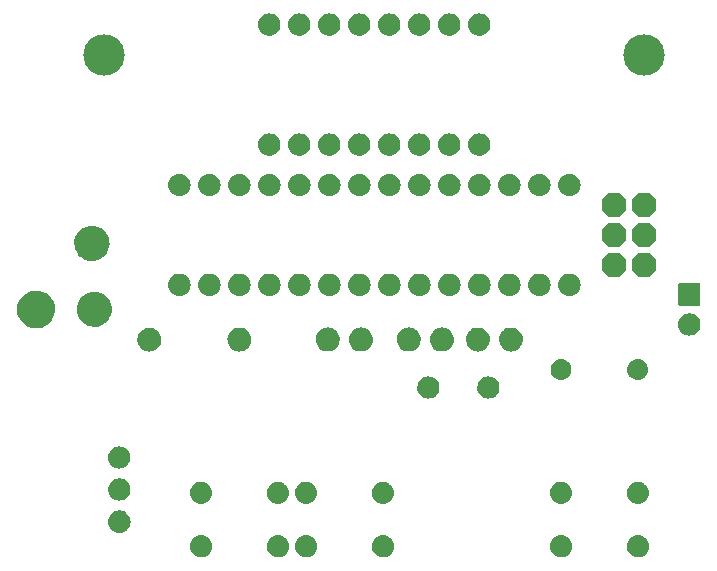
<source format=gbr>
G04 EAGLE Gerber RS-274X export*
G75*
%MOMM*%
%FSLAX34Y34*%
%LPD*%
%INSoldermask Bottom*%
%IPPOS*%
%AMOC8*
5,1,8,0,0,1.08239X$1,22.5*%
G01*
%ADD10P,2.254402X8X292.500000*%
%ADD11C,3.505200*%

G36*
X-284245Y200076D02*
X-284245Y200076D01*
X-284202Y200086D01*
X-284136Y200090D01*
X-281580Y200654D01*
X-281539Y200671D01*
X-281474Y200687D01*
X-279055Y201685D01*
X-279018Y201710D01*
X-278957Y201736D01*
X-276748Y203140D01*
X-276716Y203170D01*
X-276661Y203207D01*
X-274729Y204973D01*
X-274703Y205008D01*
X-274657Y205051D01*
X-273137Y207000D01*
X-273118Y207037D01*
X-273082Y207083D01*
X-272629Y207903D01*
X-271886Y209246D01*
X-271873Y209285D01*
X-271845Y209336D01*
X-271002Y211659D01*
X-270995Y211700D01*
X-270975Y211755D01*
X-270506Y214182D01*
X-270505Y214223D01*
X-270495Y214281D01*
X-270411Y216750D01*
X-270417Y216791D01*
X-270415Y216850D01*
X-270718Y219303D01*
X-270731Y219342D01*
X-270738Y219400D01*
X-271422Y221775D01*
X-271440Y221812D01*
X-271457Y221868D01*
X-272503Y224107D01*
X-272527Y224141D01*
X-272552Y224194D01*
X-273936Y226241D01*
X-273965Y226271D01*
X-273998Y226319D01*
X-275685Y228125D01*
X-275725Y228155D01*
X-275788Y228214D01*
X-277843Y229633D01*
X-277880Y229650D01*
X-277929Y229683D01*
X-280180Y230764D01*
X-280220Y230775D01*
X-280273Y230799D01*
X-282666Y231514D01*
X-282707Y231519D01*
X-282763Y231535D01*
X-285239Y231867D01*
X-285280Y231865D01*
X-285338Y231872D01*
X-287834Y231812D01*
X-287875Y231804D01*
X-287933Y231802D01*
X-290390Y231353D01*
X-290429Y231338D01*
X-290486Y231327D01*
X-292842Y230499D01*
X-292878Y230479D01*
X-292933Y230459D01*
X-295130Y229272D01*
X-295163Y229246D01*
X-295214Y229218D01*
X-297199Y227702D01*
X-297227Y227672D01*
X-297273Y227636D01*
X-298996Y225828D01*
X-299020Y225792D01*
X-299062Y225746D01*
X-300510Y223606D01*
X-300528Y223565D01*
X-300563Y223509D01*
X-301617Y221150D01*
X-301628Y221106D01*
X-301653Y221045D01*
X-302281Y218539D01*
X-302284Y218495D01*
X-302291Y218463D01*
X-302295Y218451D01*
X-302295Y218446D01*
X-302298Y218430D01*
X-302482Y215853D01*
X-302477Y215808D01*
X-302480Y215742D01*
X-302213Y213172D01*
X-302207Y213153D01*
X-302207Y213152D01*
X-302200Y213129D01*
X-302192Y213064D01*
X-301483Y210579D01*
X-301463Y210539D01*
X-301443Y210476D01*
X-300313Y208152D01*
X-300287Y208116D01*
X-300256Y208058D01*
X-298740Y205966D01*
X-298708Y205935D01*
X-298667Y205882D01*
X-296811Y204085D01*
X-296785Y204068D01*
X-296757Y204038D01*
X-294682Y202442D01*
X-294643Y202422D01*
X-294589Y202383D01*
X-292270Y201171D01*
X-292227Y201158D01*
X-292167Y201129D01*
X-289673Y200339D01*
X-289628Y200333D01*
X-289565Y200315D01*
X-286970Y199970D01*
X-286926Y199972D01*
X-286860Y199965D01*
X-284245Y200076D01*
G37*
G36*
X-237140Y257070D02*
X-237140Y257070D01*
X-237096Y257080D01*
X-237030Y257085D01*
X-234669Y257624D01*
X-234628Y257642D01*
X-234564Y257658D01*
X-232333Y258599D01*
X-232295Y258623D01*
X-232235Y258651D01*
X-230201Y259965D01*
X-230168Y259995D01*
X-230114Y260032D01*
X-228339Y261680D01*
X-228313Y261714D01*
X-228269Y261757D01*
X-226690Y263800D01*
X-226669Y263839D01*
X-226630Y263893D01*
X-225430Y266179D01*
X-225416Y266221D01*
X-225387Y266281D01*
X-224602Y268740D01*
X-224596Y268784D01*
X-224578Y268848D01*
X-224232Y271407D01*
X-224234Y271451D01*
X-224227Y271517D01*
X-224330Y274097D01*
X-224340Y274140D01*
X-224343Y274196D01*
X-224344Y274204D01*
X-224344Y274205D01*
X-224344Y274206D01*
X-224894Y276729D01*
X-224911Y276770D01*
X-224927Y276835D01*
X-225906Y279224D01*
X-225930Y279261D01*
X-225957Y279322D01*
X-227337Y281504D01*
X-227367Y281537D01*
X-227404Y281592D01*
X-229141Y283502D01*
X-229181Y283532D01*
X-229256Y283601D01*
X-231377Y285030D01*
X-231418Y285048D01*
X-231474Y285083D01*
X-233811Y286122D01*
X-233854Y286132D01*
X-233915Y286158D01*
X-236397Y286775D01*
X-236441Y286777D01*
X-236506Y286792D01*
X-239057Y286968D01*
X-239102Y286963D01*
X-239168Y286966D01*
X-241711Y286697D01*
X-241754Y286685D01*
X-241819Y286676D01*
X-244277Y285969D01*
X-244317Y285949D01*
X-244380Y285929D01*
X-246678Y284807D01*
X-246714Y284780D01*
X-246773Y284750D01*
X-248840Y283245D01*
X-248871Y283213D01*
X-248924Y283172D01*
X-250699Y281331D01*
X-250722Y281296D01*
X-250764Y281252D01*
X-252152Y279243D01*
X-252170Y279202D01*
X-252207Y279146D01*
X-253224Y276927D01*
X-253236Y276884D01*
X-253262Y276823D01*
X-253879Y274460D01*
X-253882Y274416D01*
X-253897Y274351D01*
X-254095Y271917D01*
X-254090Y271873D01*
X-254094Y271807D01*
X-253866Y269376D01*
X-253854Y269333D01*
X-253846Y269267D01*
X-253199Y266912D01*
X-253180Y266872D01*
X-253160Y266809D01*
X-252114Y264602D01*
X-252088Y264566D01*
X-252058Y264507D01*
X-250645Y262515D01*
X-250613Y262484D01*
X-250573Y262431D01*
X-248836Y260716D01*
X-248807Y260696D01*
X-248773Y260662D01*
X-246844Y259199D01*
X-246804Y259179D01*
X-246750Y259140D01*
X-244595Y258035D01*
X-244553Y258022D01*
X-244493Y257993D01*
X-242179Y257279D01*
X-242135Y257273D01*
X-242071Y257255D01*
X-239669Y256954D01*
X-239624Y256956D01*
X-239558Y256950D01*
X-237140Y257070D01*
G37*
G36*
X-235167Y201318D02*
X-235167Y201318D01*
X-235123Y201328D01*
X-235057Y201332D01*
X-232698Y201843D01*
X-232657Y201860D01*
X-232592Y201875D01*
X-230358Y202788D01*
X-230320Y202812D01*
X-230259Y202839D01*
X-228217Y204126D01*
X-228184Y204156D01*
X-228129Y204193D01*
X-226342Y205815D01*
X-226315Y205850D01*
X-226269Y205894D01*
X-224681Y207922D01*
X-224660Y207962D01*
X-224621Y208015D01*
X-223409Y210288D01*
X-223396Y210331D01*
X-223366Y210390D01*
X-222568Y212839D01*
X-222562Y212883D01*
X-222543Y212947D01*
X-222182Y215497D01*
X-222183Y215542D01*
X-222176Y215608D01*
X-222263Y218182D01*
X-222273Y218226D01*
X-222277Y218292D01*
X-222810Y220812D01*
X-222827Y220853D01*
X-222842Y220918D01*
X-223805Y223307D01*
X-223829Y223345D01*
X-223855Y223406D01*
X-225218Y225592D01*
X-225248Y225625D01*
X-225285Y225680D01*
X-227007Y227596D01*
X-227045Y227625D01*
X-227127Y227700D01*
X-229284Y229135D01*
X-229325Y229153D01*
X-229381Y229188D01*
X-231755Y230226D01*
X-231798Y230237D01*
X-231859Y230262D01*
X-234377Y230872D01*
X-234422Y230875D01*
X-234487Y230889D01*
X-237072Y231053D01*
X-237116Y231047D01*
X-237183Y231050D01*
X-239757Y230762D01*
X-239800Y230750D01*
X-239866Y230741D01*
X-242351Y230010D01*
X-242391Y229990D01*
X-242454Y229970D01*
X-244775Y228819D01*
X-244811Y228792D01*
X-244870Y228761D01*
X-246956Y227225D01*
X-246986Y227193D01*
X-247039Y227152D01*
X-248826Y225277D01*
X-248850Y225240D01*
X-248893Y225194D01*
X-250231Y223209D01*
X-250249Y223169D01*
X-250285Y223113D01*
X-251258Y220926D01*
X-251269Y220883D01*
X-251294Y220822D01*
X-251873Y218499D01*
X-251875Y218470D01*
X-251884Y218443D01*
X-251884Y218421D01*
X-251890Y218390D01*
X-252057Y216003D01*
X-252052Y215958D01*
X-252055Y215892D01*
X-251805Y213512D01*
X-251792Y213469D01*
X-251784Y213403D01*
X-251124Y211103D01*
X-251104Y211062D01*
X-251084Y210999D01*
X-250034Y208848D01*
X-250008Y208812D01*
X-249978Y208754D01*
X-248570Y206818D01*
X-248538Y206787D01*
X-248498Y206734D01*
X-246776Y205072D01*
X-246751Y205055D01*
X-246724Y205027D01*
X-244817Y203548D01*
X-244777Y203527D01*
X-244724Y203488D01*
X-242589Y202362D01*
X-242546Y202349D01*
X-242487Y202319D01*
X-240188Y201582D01*
X-240144Y201576D01*
X-240080Y201557D01*
X-237689Y201230D01*
X-237644Y201232D01*
X-237578Y201225D01*
X-235167Y201318D01*
G37*
G36*
X275553Y219239D02*
X275553Y219239D01*
X275619Y219241D01*
X275662Y219259D01*
X275709Y219267D01*
X275766Y219301D01*
X275826Y219326D01*
X275861Y219357D01*
X275902Y219382D01*
X275944Y219433D01*
X275992Y219477D01*
X276014Y219519D01*
X276043Y219556D01*
X276064Y219618D01*
X276095Y219677D01*
X276103Y219731D01*
X276115Y219768D01*
X276114Y219808D01*
X276122Y219862D01*
X276122Y237364D01*
X276111Y237429D01*
X276109Y237495D01*
X276091Y237538D01*
X276083Y237585D01*
X276049Y237642D01*
X276024Y237702D01*
X275993Y237737D01*
X275968Y237778D01*
X275917Y237820D01*
X275873Y237868D01*
X275831Y237890D01*
X275794Y237919D01*
X275732Y237940D01*
X275673Y237971D01*
X275619Y237979D01*
X275582Y237991D01*
X275542Y237990D01*
X275488Y237998D01*
X257937Y237998D01*
X257872Y237987D01*
X257806Y237985D01*
X257763Y237967D01*
X257716Y237959D01*
X257659Y237925D01*
X257599Y237900D01*
X257564Y237869D01*
X257523Y237844D01*
X257482Y237793D01*
X257433Y237749D01*
X257411Y237707D01*
X257382Y237670D01*
X257361Y237608D01*
X257330Y237549D01*
X257322Y237495D01*
X257310Y237458D01*
X257311Y237418D01*
X257303Y237364D01*
X257303Y219862D01*
X257314Y219797D01*
X257316Y219731D01*
X257334Y219688D01*
X257342Y219641D01*
X257376Y219584D01*
X257401Y219524D01*
X257432Y219489D01*
X257457Y219448D01*
X257508Y219407D01*
X257552Y219358D01*
X257594Y219336D01*
X257631Y219307D01*
X257693Y219286D01*
X257752Y219255D01*
X257806Y219247D01*
X257843Y219235D01*
X257883Y219236D01*
X257937Y219228D01*
X275488Y219228D01*
X275553Y219239D01*
G37*
G36*
X117381Y180459D02*
X117381Y180459D01*
X117424Y180471D01*
X117490Y180480D01*
X119107Y180934D01*
X119148Y180953D01*
X119176Y180962D01*
X119186Y180964D01*
X119190Y180966D01*
X119211Y180973D01*
X120725Y181701D01*
X120761Y181727D01*
X120820Y181757D01*
X122185Y182738D01*
X122216Y182770D01*
X122269Y182810D01*
X123443Y184012D01*
X123468Y184049D01*
X123513Y184097D01*
X124460Y185485D01*
X124478Y185526D01*
X124514Y185582D01*
X125206Y187113D01*
X125217Y187156D01*
X125243Y187217D01*
X125658Y188846D01*
X125661Y188890D01*
X125676Y188955D01*
X125802Y190630D01*
X125798Y190677D01*
X125800Y190749D01*
X125595Y192585D01*
X125581Y192631D01*
X125569Y192706D01*
X125009Y194467D01*
X124986Y194509D01*
X124960Y194581D01*
X124067Y196198D01*
X124037Y196236D01*
X123997Y196301D01*
X122806Y197713D01*
X122769Y197744D01*
X122717Y197800D01*
X121273Y198953D01*
X121231Y198976D01*
X121169Y199020D01*
X119528Y199869D01*
X119482Y199884D01*
X119413Y199915D01*
X117638Y200428D01*
X117590Y200433D01*
X117515Y200451D01*
X115675Y200607D01*
X115631Y200603D01*
X115566Y200607D01*
X113735Y200447D01*
X113689Y200434D01*
X113613Y200424D01*
X111849Y199910D01*
X111805Y199889D01*
X111733Y199864D01*
X110103Y199015D01*
X110065Y198986D01*
X109999Y198947D01*
X108566Y197797D01*
X108534Y197761D01*
X108477Y197710D01*
X107296Y196302D01*
X107272Y196261D01*
X107226Y196200D01*
X107016Y195818D01*
X106342Y194588D01*
X106327Y194543D01*
X106293Y194474D01*
X105741Y192721D01*
X105735Y192674D01*
X105715Y192600D01*
X105516Y190773D01*
X105519Y190727D01*
X105513Y190658D01*
X105636Y188982D01*
X105647Y188939D01*
X105653Y188873D01*
X106065Y187243D01*
X106083Y187203D01*
X106101Y187139D01*
X106789Y185606D01*
X106814Y185569D01*
X106843Y185509D01*
X107787Y184119D01*
X107818Y184087D01*
X107856Y184033D01*
X109027Y182827D01*
X109064Y182801D01*
X109111Y182755D01*
X110473Y181771D01*
X110514Y181752D01*
X110568Y181715D01*
X112081Y180982D01*
X112124Y180970D01*
X112135Y180965D01*
X112162Y180952D01*
X112167Y180951D01*
X112184Y180943D01*
X113801Y180485D01*
X113846Y180480D01*
X113910Y180464D01*
X115582Y180293D01*
X115630Y180297D01*
X115709Y180293D01*
X117381Y180459D01*
G37*
G36*
X89390Y180459D02*
X89390Y180459D01*
X89433Y180471D01*
X89499Y180480D01*
X91116Y180934D01*
X91157Y180953D01*
X91185Y180962D01*
X91195Y180964D01*
X91199Y180966D01*
X91220Y180973D01*
X92734Y181701D01*
X92770Y181727D01*
X92829Y181757D01*
X94194Y182738D01*
X94225Y182770D01*
X94278Y182810D01*
X95452Y184012D01*
X95477Y184049D01*
X95522Y184097D01*
X96469Y185485D01*
X96487Y185526D01*
X96523Y185582D01*
X97215Y187113D01*
X97226Y187156D01*
X97252Y187217D01*
X97667Y188846D01*
X97670Y188890D01*
X97685Y188955D01*
X97811Y190630D01*
X97807Y190677D01*
X97809Y190749D01*
X97604Y192585D01*
X97590Y192631D01*
X97578Y192706D01*
X97018Y194467D01*
X96995Y194509D01*
X96969Y194581D01*
X96076Y196198D01*
X96046Y196236D01*
X96006Y196301D01*
X94815Y197713D01*
X94778Y197744D01*
X94726Y197800D01*
X93282Y198953D01*
X93240Y198976D01*
X93178Y199020D01*
X91537Y199869D01*
X91491Y199884D01*
X91422Y199915D01*
X89647Y200428D01*
X89599Y200433D01*
X89524Y200451D01*
X87684Y200607D01*
X87640Y200603D01*
X87575Y200607D01*
X85744Y200447D01*
X85698Y200434D01*
X85622Y200424D01*
X83858Y199910D01*
X83814Y199889D01*
X83742Y199864D01*
X82112Y199015D01*
X82074Y198986D01*
X82008Y198947D01*
X80575Y197797D01*
X80543Y197761D01*
X80486Y197710D01*
X79305Y196302D01*
X79281Y196261D01*
X79235Y196200D01*
X79025Y195818D01*
X78351Y194588D01*
X78336Y194543D01*
X78302Y194474D01*
X77750Y192721D01*
X77744Y192674D01*
X77724Y192600D01*
X77525Y190773D01*
X77528Y190727D01*
X77522Y190658D01*
X77645Y188982D01*
X77656Y188939D01*
X77662Y188873D01*
X78074Y187243D01*
X78092Y187203D01*
X78110Y187139D01*
X78798Y185606D01*
X78823Y185569D01*
X78852Y185509D01*
X79796Y184119D01*
X79827Y184087D01*
X79865Y184033D01*
X81036Y182827D01*
X81073Y182801D01*
X81120Y182755D01*
X82482Y181771D01*
X82523Y181752D01*
X82577Y181715D01*
X84090Y180982D01*
X84133Y180970D01*
X84144Y180965D01*
X84171Y180952D01*
X84176Y180951D01*
X84193Y180943D01*
X85810Y180485D01*
X85855Y180480D01*
X85919Y180464D01*
X87591Y180293D01*
X87639Y180297D01*
X87718Y180293D01*
X89390Y180459D01*
G37*
G36*
X-188841Y180433D02*
X-188841Y180433D01*
X-188798Y180445D01*
X-188733Y180454D01*
X-187115Y180908D01*
X-187074Y180927D01*
X-187047Y180936D01*
X-187036Y180938D01*
X-187032Y180940D01*
X-187011Y180947D01*
X-185497Y181675D01*
X-185461Y181701D01*
X-185402Y181731D01*
X-184037Y182712D01*
X-184006Y182744D01*
X-183953Y182784D01*
X-182779Y183986D01*
X-182754Y184023D01*
X-182709Y184071D01*
X-181762Y185459D01*
X-181744Y185500D01*
X-181708Y185556D01*
X-181016Y187087D01*
X-181005Y187130D01*
X-180979Y187191D01*
X-180564Y188820D01*
X-180561Y188864D01*
X-180546Y188929D01*
X-180420Y190604D01*
X-180424Y190651D01*
X-180422Y190723D01*
X-180627Y192559D01*
X-180641Y192605D01*
X-180653Y192680D01*
X-181213Y194441D01*
X-181236Y194483D01*
X-181262Y194555D01*
X-182155Y196172D01*
X-182185Y196210D01*
X-182225Y196275D01*
X-183416Y197687D01*
X-183453Y197718D01*
X-183505Y197774D01*
X-184949Y198927D01*
X-184991Y198950D01*
X-185053Y198994D01*
X-186694Y199843D01*
X-186740Y199858D01*
X-186809Y199889D01*
X-188584Y200402D01*
X-188632Y200407D01*
X-188707Y200425D01*
X-190547Y200581D01*
X-190591Y200577D01*
X-190656Y200581D01*
X-192487Y200421D01*
X-192533Y200408D01*
X-192609Y200398D01*
X-194373Y199884D01*
X-194417Y199863D01*
X-194489Y199838D01*
X-196119Y198989D01*
X-196157Y198960D01*
X-196223Y198921D01*
X-197656Y197771D01*
X-197688Y197735D01*
X-197745Y197684D01*
X-198926Y196276D01*
X-198950Y196235D01*
X-198996Y196174D01*
X-199206Y195792D01*
X-199880Y194562D01*
X-199895Y194517D01*
X-199929Y194448D01*
X-200481Y192695D01*
X-200487Y192648D01*
X-200507Y192574D01*
X-200707Y190747D01*
X-200703Y190701D01*
X-200709Y190632D01*
X-200586Y188956D01*
X-200575Y188913D01*
X-200569Y188847D01*
X-200158Y187217D01*
X-200139Y187177D01*
X-200121Y187113D01*
X-199433Y185580D01*
X-199408Y185543D01*
X-199379Y185483D01*
X-198435Y184093D01*
X-198404Y184061D01*
X-198366Y184007D01*
X-197195Y182801D01*
X-197159Y182775D01*
X-197111Y182729D01*
X-195749Y181745D01*
X-195708Y181726D01*
X-195654Y181689D01*
X-194141Y180956D01*
X-194098Y180944D01*
X-194087Y180939D01*
X-194060Y180926D01*
X-194055Y180925D01*
X-194038Y180917D01*
X-192421Y180459D01*
X-192376Y180454D01*
X-192312Y180438D01*
X-190640Y180267D01*
X-190592Y180271D01*
X-190513Y180267D01*
X-188841Y180433D01*
G37*
G36*
X-112565Y180509D02*
X-112565Y180509D01*
X-112522Y180521D01*
X-112457Y180530D01*
X-110839Y180984D01*
X-110798Y181003D01*
X-110771Y181012D01*
X-110760Y181014D01*
X-110756Y181016D01*
X-110735Y181023D01*
X-109221Y181751D01*
X-109185Y181777D01*
X-109126Y181807D01*
X-107761Y182788D01*
X-107730Y182820D01*
X-107677Y182860D01*
X-106503Y184062D01*
X-106478Y184099D01*
X-106433Y184147D01*
X-105486Y185535D01*
X-105468Y185576D01*
X-105432Y185632D01*
X-104740Y187163D01*
X-104729Y187206D01*
X-104703Y187267D01*
X-104288Y188896D01*
X-104285Y188940D01*
X-104270Y189005D01*
X-104144Y190680D01*
X-104148Y190727D01*
X-104146Y190799D01*
X-104351Y192635D01*
X-104365Y192681D01*
X-104377Y192756D01*
X-104937Y194517D01*
X-104960Y194559D01*
X-104986Y194631D01*
X-105879Y196248D01*
X-105909Y196286D01*
X-105949Y196351D01*
X-107140Y197763D01*
X-107177Y197794D01*
X-107229Y197850D01*
X-108673Y199003D01*
X-108715Y199026D01*
X-108777Y199070D01*
X-110418Y199919D01*
X-110464Y199934D01*
X-110533Y199965D01*
X-112308Y200478D01*
X-112356Y200483D01*
X-112431Y200501D01*
X-114271Y200657D01*
X-114315Y200653D01*
X-114380Y200657D01*
X-116211Y200497D01*
X-116257Y200484D01*
X-116333Y200474D01*
X-118097Y199960D01*
X-118141Y199939D01*
X-118213Y199914D01*
X-119843Y199065D01*
X-119881Y199036D01*
X-119947Y198997D01*
X-121380Y197847D01*
X-121412Y197811D01*
X-121469Y197760D01*
X-122650Y196352D01*
X-122674Y196311D01*
X-122720Y196250D01*
X-123278Y195234D01*
X-123604Y194638D01*
X-123619Y194593D01*
X-123653Y194524D01*
X-124205Y192771D01*
X-124211Y192724D01*
X-124231Y192650D01*
X-124431Y190823D01*
X-124427Y190777D01*
X-124433Y190708D01*
X-124310Y189032D01*
X-124299Y188989D01*
X-124293Y188923D01*
X-123882Y187293D01*
X-123863Y187253D01*
X-123845Y187189D01*
X-123157Y185656D01*
X-123132Y185619D01*
X-123103Y185559D01*
X-122159Y184169D01*
X-122128Y184137D01*
X-122090Y184083D01*
X-120919Y182877D01*
X-120883Y182851D01*
X-120835Y182805D01*
X-119473Y181821D01*
X-119432Y181802D01*
X-119378Y181765D01*
X-117865Y181032D01*
X-117822Y181020D01*
X-117811Y181015D01*
X-117784Y181002D01*
X-117779Y181001D01*
X-117762Y180993D01*
X-116145Y180535D01*
X-116100Y180530D01*
X-116036Y180514D01*
X-114364Y180343D01*
X-114316Y180347D01*
X-114237Y180343D01*
X-112565Y180509D01*
G37*
G36*
X57140Y180397D02*
X57140Y180397D01*
X57205Y180393D01*
X59036Y180553D01*
X59082Y180566D01*
X59158Y180576D01*
X60922Y181090D01*
X60966Y181111D01*
X61038Y181136D01*
X62668Y181985D01*
X62706Y182014D01*
X62772Y182053D01*
X64205Y183203D01*
X64237Y183239D01*
X64294Y183290D01*
X65475Y184698D01*
X65499Y184739D01*
X65545Y184800D01*
X66090Y185793D01*
X66429Y186412D01*
X66444Y186457D01*
X66478Y186526D01*
X67030Y188279D01*
X67036Y188326D01*
X67056Y188400D01*
X67256Y190227D01*
X67252Y190273D01*
X67258Y190342D01*
X67135Y192018D01*
X67124Y192061D01*
X67118Y192127D01*
X66707Y193757D01*
X66688Y193797D01*
X66670Y193861D01*
X65982Y195394D01*
X65957Y195431D01*
X65928Y195491D01*
X64984Y196881D01*
X64953Y196913D01*
X64915Y196967D01*
X63744Y198173D01*
X63708Y198199D01*
X63660Y198245D01*
X62298Y199229D01*
X62257Y199248D01*
X62203Y199285D01*
X60690Y200018D01*
X60647Y200030D01*
X60587Y200057D01*
X58970Y200515D01*
X58925Y200520D01*
X58861Y200536D01*
X57189Y200707D01*
X57141Y200703D01*
X57062Y200707D01*
X55390Y200541D01*
X55347Y200529D01*
X55282Y200520D01*
X53664Y200066D01*
X53623Y200047D01*
X53560Y200027D01*
X52046Y199299D01*
X52010Y199273D01*
X51951Y199243D01*
X50586Y198262D01*
X50555Y198230D01*
X50502Y198190D01*
X49328Y196988D01*
X49303Y196951D01*
X49258Y196903D01*
X48311Y195515D01*
X48293Y195474D01*
X48257Y195418D01*
X47565Y193887D01*
X47554Y193844D01*
X47528Y193783D01*
X47113Y192154D01*
X47110Y192110D01*
X47095Y192045D01*
X46969Y190370D01*
X46973Y190323D01*
X46971Y190251D01*
X47176Y188416D01*
X47190Y188369D01*
X47202Y188294D01*
X47762Y186533D01*
X47785Y186491D01*
X47811Y186419D01*
X48704Y184802D01*
X48734Y184764D01*
X48774Y184699D01*
X49965Y183287D01*
X50002Y183256D01*
X50054Y183200D01*
X51498Y182047D01*
X51540Y182025D01*
X51602Y181980D01*
X53243Y181131D01*
X53289Y181117D01*
X53358Y181085D01*
X55133Y180572D01*
X55181Y180567D01*
X55256Y180550D01*
X57096Y180393D01*
X57140Y180397D01*
G37*
G36*
X29149Y180397D02*
X29149Y180397D01*
X29214Y180393D01*
X31045Y180553D01*
X31091Y180566D01*
X31167Y180576D01*
X32931Y181090D01*
X32975Y181111D01*
X33047Y181136D01*
X34677Y181985D01*
X34715Y182014D01*
X34781Y182053D01*
X36214Y183203D01*
X36246Y183239D01*
X36303Y183290D01*
X37484Y184698D01*
X37508Y184739D01*
X37554Y184800D01*
X38099Y185793D01*
X38438Y186412D01*
X38453Y186457D01*
X38487Y186526D01*
X39039Y188279D01*
X39045Y188326D01*
X39065Y188400D01*
X39265Y190227D01*
X39261Y190273D01*
X39267Y190342D01*
X39144Y192018D01*
X39133Y192061D01*
X39127Y192127D01*
X38716Y193757D01*
X38697Y193797D01*
X38679Y193861D01*
X37991Y195394D01*
X37966Y195431D01*
X37937Y195491D01*
X36993Y196881D01*
X36962Y196913D01*
X36924Y196967D01*
X35753Y198173D01*
X35717Y198199D01*
X35669Y198245D01*
X34307Y199229D01*
X34266Y199248D01*
X34212Y199285D01*
X32699Y200018D01*
X32656Y200030D01*
X32596Y200057D01*
X30979Y200515D01*
X30934Y200520D01*
X30870Y200536D01*
X29198Y200707D01*
X29150Y200703D01*
X29071Y200707D01*
X27399Y200541D01*
X27356Y200529D01*
X27291Y200520D01*
X25673Y200066D01*
X25632Y200047D01*
X25569Y200027D01*
X24055Y199299D01*
X24019Y199273D01*
X23960Y199243D01*
X22595Y198262D01*
X22564Y198230D01*
X22511Y198190D01*
X21337Y196988D01*
X21312Y196951D01*
X21267Y196903D01*
X20320Y195515D01*
X20302Y195474D01*
X20266Y195418D01*
X19574Y193887D01*
X19563Y193844D01*
X19537Y193783D01*
X19122Y192154D01*
X19119Y192110D01*
X19104Y192045D01*
X18978Y190370D01*
X18982Y190323D01*
X18980Y190251D01*
X19185Y188416D01*
X19199Y188369D01*
X19211Y188294D01*
X19771Y186533D01*
X19794Y186491D01*
X19820Y186419D01*
X20713Y184802D01*
X20743Y184764D01*
X20783Y184699D01*
X21974Y183287D01*
X22011Y183256D01*
X22063Y183200D01*
X23507Y182047D01*
X23549Y182025D01*
X23611Y181980D01*
X25252Y181131D01*
X25298Y181117D01*
X25367Y181085D01*
X27142Y180572D01*
X27190Y180567D01*
X27265Y180550D01*
X29105Y180393D01*
X29149Y180397D01*
G37*
G36*
X-11440Y180397D02*
X-11440Y180397D01*
X-11375Y180393D01*
X-9544Y180553D01*
X-9498Y180566D01*
X-9422Y180576D01*
X-7658Y181090D01*
X-7614Y181111D01*
X-7542Y181136D01*
X-5912Y181985D01*
X-5874Y182014D01*
X-5808Y182053D01*
X-4375Y183203D01*
X-4343Y183239D01*
X-4286Y183290D01*
X-3105Y184698D01*
X-3081Y184739D01*
X-3035Y184800D01*
X-2490Y185793D01*
X-2151Y186412D01*
X-2136Y186457D01*
X-2102Y186526D01*
X-1550Y188279D01*
X-1544Y188326D01*
X-1524Y188400D01*
X-1325Y190227D01*
X-1328Y190273D01*
X-1322Y190342D01*
X-1445Y192018D01*
X-1456Y192061D01*
X-1462Y192127D01*
X-1874Y193757D01*
X-1892Y193797D01*
X-1910Y193861D01*
X-2598Y195394D01*
X-2623Y195431D01*
X-2652Y195491D01*
X-3596Y196881D01*
X-3627Y196913D01*
X-3665Y196967D01*
X-4836Y198173D01*
X-4873Y198199D01*
X-4920Y198245D01*
X-6282Y199229D01*
X-6323Y199248D01*
X-6377Y199285D01*
X-7890Y200018D01*
X-7933Y200030D01*
X-7993Y200057D01*
X-9610Y200515D01*
X-9655Y200520D01*
X-9719Y200536D01*
X-11391Y200707D01*
X-11439Y200703D01*
X-11518Y200707D01*
X-13190Y200541D01*
X-13233Y200529D01*
X-13299Y200520D01*
X-14916Y200066D01*
X-14957Y200047D01*
X-15020Y200027D01*
X-16534Y199299D01*
X-16570Y199273D01*
X-16629Y199243D01*
X-17994Y198262D01*
X-18025Y198230D01*
X-18078Y198190D01*
X-19252Y196988D01*
X-19277Y196951D01*
X-19322Y196903D01*
X-20269Y195515D01*
X-20287Y195474D01*
X-20323Y195418D01*
X-21015Y193887D01*
X-21026Y193844D01*
X-21052Y193783D01*
X-21467Y192154D01*
X-21470Y192110D01*
X-21485Y192045D01*
X-21611Y190370D01*
X-21607Y190323D01*
X-21609Y190251D01*
X-21404Y188416D01*
X-21390Y188369D01*
X-21378Y188294D01*
X-20818Y186533D01*
X-20795Y186491D01*
X-20769Y186419D01*
X-19876Y184802D01*
X-19846Y184764D01*
X-19806Y184699D01*
X-18615Y183287D01*
X-18578Y183256D01*
X-18526Y183200D01*
X-17082Y182047D01*
X-17040Y182025D01*
X-16978Y181980D01*
X-15337Y181131D01*
X-15291Y181117D01*
X-15222Y181085D01*
X-13447Y180572D01*
X-13399Y180567D01*
X-13324Y180550D01*
X-11484Y180393D01*
X-11440Y180397D01*
G37*
G36*
X-39431Y180397D02*
X-39431Y180397D01*
X-39366Y180393D01*
X-37535Y180553D01*
X-37489Y180566D01*
X-37413Y180576D01*
X-35649Y181090D01*
X-35605Y181111D01*
X-35533Y181136D01*
X-33903Y181985D01*
X-33865Y182014D01*
X-33799Y182053D01*
X-32366Y183203D01*
X-32334Y183239D01*
X-32277Y183290D01*
X-31096Y184698D01*
X-31072Y184739D01*
X-31026Y184800D01*
X-30481Y185793D01*
X-30142Y186412D01*
X-30127Y186457D01*
X-30093Y186526D01*
X-29541Y188279D01*
X-29535Y188326D01*
X-29515Y188400D01*
X-29316Y190227D01*
X-29319Y190273D01*
X-29313Y190342D01*
X-29436Y192018D01*
X-29447Y192061D01*
X-29453Y192127D01*
X-29865Y193757D01*
X-29883Y193797D01*
X-29901Y193861D01*
X-30589Y195394D01*
X-30614Y195431D01*
X-30643Y195491D01*
X-31587Y196881D01*
X-31618Y196913D01*
X-31656Y196967D01*
X-32827Y198173D01*
X-32864Y198199D01*
X-32911Y198245D01*
X-34273Y199229D01*
X-34314Y199248D01*
X-34368Y199285D01*
X-35881Y200018D01*
X-35924Y200030D01*
X-35984Y200057D01*
X-37601Y200515D01*
X-37646Y200520D01*
X-37710Y200536D01*
X-39382Y200707D01*
X-39430Y200703D01*
X-39509Y200707D01*
X-41181Y200541D01*
X-41224Y200529D01*
X-41290Y200520D01*
X-42907Y200066D01*
X-42948Y200047D01*
X-43011Y200027D01*
X-44525Y199299D01*
X-44561Y199273D01*
X-44620Y199243D01*
X-45985Y198262D01*
X-46016Y198230D01*
X-46069Y198190D01*
X-47243Y196988D01*
X-47268Y196951D01*
X-47313Y196903D01*
X-48260Y195515D01*
X-48278Y195474D01*
X-48314Y195418D01*
X-49006Y193887D01*
X-49017Y193844D01*
X-49043Y193783D01*
X-49458Y192154D01*
X-49461Y192110D01*
X-49476Y192045D01*
X-49602Y190370D01*
X-49598Y190323D01*
X-49600Y190251D01*
X-49395Y188416D01*
X-49381Y188369D01*
X-49369Y188294D01*
X-48809Y186533D01*
X-48786Y186491D01*
X-48760Y186419D01*
X-47867Y184802D01*
X-47837Y184764D01*
X-47797Y184699D01*
X-46606Y183287D01*
X-46569Y183256D01*
X-46517Y183200D01*
X-45073Y182047D01*
X-45031Y182025D01*
X-44969Y181980D01*
X-43328Y181131D01*
X-43282Y181117D01*
X-43213Y181085D01*
X-41438Y180572D01*
X-41390Y180567D01*
X-41315Y180550D01*
X-39475Y180393D01*
X-39431Y180397D01*
G37*
G36*
X-87154Y227504D02*
X-87154Y227504D01*
X-87108Y227517D01*
X-87032Y227529D01*
X-85364Y228034D01*
X-85322Y228056D01*
X-85250Y228082D01*
X-83712Y228903D01*
X-83675Y228933D01*
X-83609Y228972D01*
X-82262Y230078D01*
X-82230Y230114D01*
X-82174Y230166D01*
X-81068Y231513D01*
X-81044Y231555D01*
X-80999Y231616D01*
X-80177Y233154D01*
X-80162Y233200D01*
X-80130Y233269D01*
X-79624Y234936D01*
X-79618Y234984D01*
X-79600Y235058D01*
X-79429Y236793D01*
X-79433Y236841D01*
X-79429Y236917D01*
X-79600Y238652D01*
X-79613Y238698D01*
X-79624Y238774D01*
X-80130Y240442D01*
X-80152Y240485D01*
X-80177Y240556D01*
X-80999Y242094D01*
X-81029Y242131D01*
X-81068Y242197D01*
X-82174Y243544D01*
X-82211Y243576D01*
X-82262Y243632D01*
X-83609Y244738D01*
X-83651Y244761D01*
X-83712Y244807D01*
X-85250Y245629D01*
X-85295Y245643D01*
X-85364Y245676D01*
X-87032Y246182D01*
X-87080Y246188D01*
X-87154Y246206D01*
X-88889Y246377D01*
X-88937Y246373D01*
X-89015Y246377D01*
X-90749Y246201D01*
X-90795Y246188D01*
X-90871Y246177D01*
X-92537Y245666D01*
X-92580Y245644D01*
X-92652Y245618D01*
X-94186Y244792D01*
X-94224Y244762D01*
X-94289Y244722D01*
X-95633Y243613D01*
X-95664Y243576D01*
X-95721Y243525D01*
X-96822Y242174D01*
X-96846Y242132D01*
X-96891Y242071D01*
X-97708Y240531D01*
X-97723Y240485D01*
X-97755Y240416D01*
X-98256Y238747D01*
X-98261Y238699D01*
X-98280Y238625D01*
X-98445Y236890D01*
X-98441Y236843D01*
X-98445Y236768D01*
X-98275Y235039D01*
X-98262Y234992D01*
X-98251Y234917D01*
X-97746Y233254D01*
X-97724Y233211D01*
X-97699Y233139D01*
X-96880Y231607D01*
X-96850Y231569D01*
X-96811Y231503D01*
X-95709Y230160D01*
X-95672Y230129D01*
X-95621Y230072D01*
X-94278Y228970D01*
X-94236Y228946D01*
X-94174Y228900D01*
X-92642Y228081D01*
X-92596Y228066D01*
X-92527Y228033D01*
X-90864Y227529D01*
X-90817Y227523D01*
X-90743Y227505D01*
X-89013Y227334D01*
X-88965Y227338D01*
X-88889Y227334D01*
X-87154Y227504D01*
G37*
G36*
X-163354Y227504D02*
X-163354Y227504D01*
X-163308Y227517D01*
X-163232Y227529D01*
X-161564Y228034D01*
X-161522Y228056D01*
X-161450Y228082D01*
X-159912Y228903D01*
X-159875Y228933D01*
X-159809Y228972D01*
X-158462Y230078D01*
X-158430Y230114D01*
X-158374Y230166D01*
X-157268Y231513D01*
X-157244Y231555D01*
X-157199Y231616D01*
X-156377Y233154D01*
X-156362Y233200D01*
X-156330Y233269D01*
X-155824Y234936D01*
X-155818Y234984D01*
X-155800Y235058D01*
X-155629Y236793D01*
X-155633Y236841D01*
X-155629Y236917D01*
X-155800Y238652D01*
X-155813Y238698D01*
X-155824Y238774D01*
X-156330Y240442D01*
X-156352Y240485D01*
X-156377Y240556D01*
X-157199Y242094D01*
X-157229Y242131D01*
X-157268Y242197D01*
X-158374Y243544D01*
X-158411Y243576D01*
X-158462Y243632D01*
X-159809Y244738D01*
X-159851Y244761D01*
X-159912Y244807D01*
X-161450Y245629D01*
X-161495Y245643D01*
X-161564Y245676D01*
X-163232Y246182D01*
X-163280Y246188D01*
X-163354Y246206D01*
X-165089Y246377D01*
X-165137Y246373D01*
X-165215Y246377D01*
X-166949Y246201D01*
X-166995Y246188D01*
X-167071Y246177D01*
X-168737Y245666D01*
X-168780Y245644D01*
X-168852Y245618D01*
X-170386Y244792D01*
X-170424Y244762D01*
X-170489Y244722D01*
X-171833Y243613D01*
X-171864Y243576D01*
X-171921Y243525D01*
X-173022Y242174D01*
X-173046Y242132D01*
X-173091Y242071D01*
X-173908Y240531D01*
X-173923Y240485D01*
X-173955Y240416D01*
X-174456Y238747D01*
X-174461Y238699D01*
X-174480Y238625D01*
X-174645Y236890D01*
X-174641Y236843D01*
X-174645Y236768D01*
X-174475Y235039D01*
X-174462Y234992D01*
X-174451Y234917D01*
X-173946Y233254D01*
X-173924Y233211D01*
X-173899Y233139D01*
X-173080Y231607D01*
X-173050Y231569D01*
X-173011Y231503D01*
X-171909Y230160D01*
X-171872Y230129D01*
X-171821Y230072D01*
X-170478Y228970D01*
X-170436Y228946D01*
X-170374Y228900D01*
X-168842Y228081D01*
X-168796Y228066D01*
X-168727Y228033D01*
X-167064Y227529D01*
X-167017Y227523D01*
X-166943Y227505D01*
X-165213Y227334D01*
X-165165Y227338D01*
X-165089Y227334D01*
X-163354Y227504D01*
G37*
G36*
X-112554Y227504D02*
X-112554Y227504D01*
X-112508Y227517D01*
X-112432Y227529D01*
X-110764Y228034D01*
X-110722Y228056D01*
X-110650Y228082D01*
X-109112Y228903D01*
X-109075Y228933D01*
X-109009Y228972D01*
X-107662Y230078D01*
X-107630Y230114D01*
X-107574Y230166D01*
X-106468Y231513D01*
X-106444Y231555D01*
X-106399Y231616D01*
X-105577Y233154D01*
X-105562Y233200D01*
X-105530Y233269D01*
X-105024Y234936D01*
X-105018Y234984D01*
X-105000Y235058D01*
X-104829Y236793D01*
X-104833Y236841D01*
X-104829Y236917D01*
X-105000Y238652D01*
X-105013Y238698D01*
X-105024Y238774D01*
X-105530Y240442D01*
X-105552Y240485D01*
X-105577Y240556D01*
X-106399Y242094D01*
X-106429Y242131D01*
X-106468Y242197D01*
X-107574Y243544D01*
X-107611Y243576D01*
X-107662Y243632D01*
X-109009Y244738D01*
X-109051Y244761D01*
X-109112Y244807D01*
X-110650Y245629D01*
X-110695Y245643D01*
X-110764Y245676D01*
X-112432Y246182D01*
X-112480Y246188D01*
X-112554Y246206D01*
X-114289Y246377D01*
X-114337Y246373D01*
X-114415Y246377D01*
X-116149Y246201D01*
X-116195Y246188D01*
X-116271Y246177D01*
X-117937Y245666D01*
X-117980Y245644D01*
X-118052Y245618D01*
X-119586Y244792D01*
X-119624Y244762D01*
X-119689Y244722D01*
X-121033Y243613D01*
X-121064Y243576D01*
X-121121Y243525D01*
X-122222Y242174D01*
X-122246Y242132D01*
X-122291Y242071D01*
X-123108Y240531D01*
X-123123Y240485D01*
X-123155Y240416D01*
X-123656Y238747D01*
X-123661Y238699D01*
X-123680Y238625D01*
X-123845Y236890D01*
X-123841Y236843D01*
X-123845Y236768D01*
X-123675Y235039D01*
X-123662Y234992D01*
X-123651Y234917D01*
X-123146Y233254D01*
X-123124Y233211D01*
X-123099Y233139D01*
X-122280Y231607D01*
X-122250Y231569D01*
X-122211Y231503D01*
X-121109Y230160D01*
X-121072Y230129D01*
X-121021Y230072D01*
X-119678Y228970D01*
X-119636Y228946D01*
X-119574Y228900D01*
X-118042Y228081D01*
X-117996Y228066D01*
X-117927Y228033D01*
X-116264Y227529D01*
X-116217Y227523D01*
X-116143Y227505D01*
X-114413Y227334D01*
X-114365Y227338D01*
X-114289Y227334D01*
X-112554Y227504D01*
G37*
G36*
X-10954Y227504D02*
X-10954Y227504D01*
X-10908Y227517D01*
X-10832Y227529D01*
X-9164Y228034D01*
X-9122Y228056D01*
X-9050Y228082D01*
X-7512Y228903D01*
X-7475Y228933D01*
X-7409Y228972D01*
X-6062Y230078D01*
X-6030Y230114D01*
X-5974Y230166D01*
X-4868Y231513D01*
X-4844Y231555D01*
X-4799Y231616D01*
X-3977Y233154D01*
X-3962Y233200D01*
X-3930Y233269D01*
X-3424Y234936D01*
X-3418Y234984D01*
X-3400Y235058D01*
X-3229Y236793D01*
X-3233Y236841D01*
X-3229Y236917D01*
X-3400Y238652D01*
X-3413Y238698D01*
X-3424Y238774D01*
X-3930Y240442D01*
X-3952Y240485D01*
X-3977Y240556D01*
X-4799Y242094D01*
X-4829Y242131D01*
X-4868Y242197D01*
X-5974Y243544D01*
X-6011Y243576D01*
X-6062Y243632D01*
X-7409Y244738D01*
X-7451Y244761D01*
X-7512Y244807D01*
X-9050Y245629D01*
X-9095Y245643D01*
X-9164Y245676D01*
X-10832Y246182D01*
X-10880Y246188D01*
X-10954Y246206D01*
X-12689Y246377D01*
X-12737Y246373D01*
X-12815Y246377D01*
X-14549Y246201D01*
X-14595Y246188D01*
X-14671Y246177D01*
X-16337Y245666D01*
X-16380Y245644D01*
X-16452Y245618D01*
X-17986Y244792D01*
X-18024Y244762D01*
X-18089Y244722D01*
X-19433Y243613D01*
X-19464Y243576D01*
X-19521Y243525D01*
X-20622Y242174D01*
X-20646Y242132D01*
X-20691Y242071D01*
X-21508Y240531D01*
X-21523Y240485D01*
X-21555Y240416D01*
X-22056Y238747D01*
X-22061Y238699D01*
X-22080Y238625D01*
X-22245Y236890D01*
X-22241Y236843D01*
X-22245Y236768D01*
X-22075Y235039D01*
X-22062Y234992D01*
X-22051Y234917D01*
X-21546Y233254D01*
X-21524Y233211D01*
X-21499Y233139D01*
X-20680Y231607D01*
X-20650Y231569D01*
X-20611Y231503D01*
X-19509Y230160D01*
X-19472Y230129D01*
X-19421Y230072D01*
X-18078Y228970D01*
X-18036Y228946D01*
X-17974Y228900D01*
X-16442Y228081D01*
X-16396Y228066D01*
X-16327Y228033D01*
X-14664Y227529D01*
X-14617Y227523D01*
X-14543Y227505D01*
X-12813Y227334D01*
X-12765Y227338D01*
X-12689Y227334D01*
X-10954Y227504D01*
G37*
G36*
X166897Y311959D02*
X166897Y311959D01*
X166943Y311972D01*
X167019Y311984D01*
X168687Y312489D01*
X168729Y312511D01*
X168801Y312537D01*
X170339Y313358D01*
X170376Y313388D01*
X170442Y313427D01*
X171789Y314533D01*
X171821Y314569D01*
X171877Y314621D01*
X172983Y315968D01*
X173007Y316010D01*
X173052Y316071D01*
X173874Y317609D01*
X173889Y317655D01*
X173921Y317724D01*
X174427Y319391D01*
X174433Y319439D01*
X174452Y319513D01*
X174622Y321248D01*
X174618Y321296D01*
X174622Y321372D01*
X174451Y323107D01*
X174438Y323153D01*
X174427Y323229D01*
X173921Y324897D01*
X173899Y324940D01*
X173874Y325011D01*
X173052Y326549D01*
X173022Y326586D01*
X172983Y326652D01*
X171877Y327999D01*
X171840Y328031D01*
X171789Y328087D01*
X170442Y329193D01*
X170400Y329216D01*
X170339Y329262D01*
X168801Y330084D01*
X168756Y330098D01*
X168687Y330131D01*
X167019Y330637D01*
X166971Y330643D01*
X166897Y330661D01*
X165162Y330832D01*
X165114Y330828D01*
X165036Y330832D01*
X163302Y330656D01*
X163256Y330643D01*
X163180Y330632D01*
X161514Y330121D01*
X161471Y330099D01*
X161399Y330073D01*
X159865Y329247D01*
X159827Y329217D01*
X159762Y329177D01*
X158418Y328068D01*
X158387Y328031D01*
X158330Y327980D01*
X157229Y326629D01*
X157205Y326587D01*
X157160Y326526D01*
X156343Y324986D01*
X156328Y324940D01*
X156296Y324871D01*
X155795Y323202D01*
X155790Y323154D01*
X155771Y323080D01*
X155606Y321345D01*
X155610Y321298D01*
X155606Y321223D01*
X155776Y319494D01*
X155789Y319447D01*
X155800Y319372D01*
X156305Y317709D01*
X156327Y317666D01*
X156352Y317594D01*
X157171Y316062D01*
X157201Y316024D01*
X157240Y315958D01*
X158342Y314615D01*
X158379Y314584D01*
X158430Y314527D01*
X159773Y313425D01*
X159815Y313401D01*
X159877Y313355D01*
X161409Y312536D01*
X161455Y312521D01*
X161524Y312488D01*
X163187Y311984D01*
X163234Y311978D01*
X163309Y311960D01*
X165038Y311789D01*
X165086Y311793D01*
X165162Y311789D01*
X166897Y311959D01*
G37*
G36*
X116097Y311959D02*
X116097Y311959D01*
X116143Y311972D01*
X116219Y311984D01*
X117887Y312489D01*
X117929Y312511D01*
X118001Y312537D01*
X119539Y313358D01*
X119576Y313388D01*
X119642Y313427D01*
X120989Y314533D01*
X121021Y314569D01*
X121077Y314621D01*
X122183Y315968D01*
X122207Y316010D01*
X122252Y316071D01*
X123074Y317609D01*
X123089Y317655D01*
X123121Y317724D01*
X123627Y319391D01*
X123633Y319439D01*
X123652Y319513D01*
X123822Y321248D01*
X123818Y321296D01*
X123822Y321372D01*
X123651Y323107D01*
X123638Y323153D01*
X123627Y323229D01*
X123121Y324897D01*
X123099Y324940D01*
X123074Y325011D01*
X122252Y326549D01*
X122222Y326586D01*
X122183Y326652D01*
X121077Y327999D01*
X121040Y328031D01*
X120989Y328087D01*
X119642Y329193D01*
X119600Y329216D01*
X119539Y329262D01*
X118001Y330084D01*
X117956Y330098D01*
X117887Y330131D01*
X116219Y330637D01*
X116171Y330643D01*
X116097Y330661D01*
X114362Y330832D01*
X114314Y330828D01*
X114236Y330832D01*
X112502Y330656D01*
X112456Y330643D01*
X112380Y330632D01*
X110714Y330121D01*
X110671Y330099D01*
X110599Y330073D01*
X109065Y329247D01*
X109027Y329217D01*
X108962Y329177D01*
X107618Y328068D01*
X107587Y328031D01*
X107530Y327980D01*
X106429Y326629D01*
X106405Y326587D01*
X106360Y326526D01*
X105543Y324986D01*
X105528Y324940D01*
X105496Y324871D01*
X104995Y323202D01*
X104990Y323154D01*
X104971Y323080D01*
X104806Y321345D01*
X104810Y321298D01*
X104806Y321223D01*
X104976Y319494D01*
X104989Y319447D01*
X105000Y319372D01*
X105505Y317709D01*
X105527Y317666D01*
X105552Y317594D01*
X106371Y316062D01*
X106401Y316024D01*
X106440Y315958D01*
X107542Y314615D01*
X107579Y314584D01*
X107630Y314527D01*
X108973Y313425D01*
X109015Y313401D01*
X109077Y313355D01*
X110609Y312536D01*
X110655Y312521D01*
X110724Y312488D01*
X112387Y311984D01*
X112434Y311978D01*
X112509Y311960D01*
X114238Y311789D01*
X114286Y311793D01*
X114362Y311789D01*
X116097Y311959D01*
G37*
G36*
X116046Y227504D02*
X116046Y227504D01*
X116092Y227517D01*
X116168Y227529D01*
X117836Y228034D01*
X117878Y228056D01*
X117950Y228082D01*
X119488Y228903D01*
X119525Y228933D01*
X119591Y228972D01*
X120938Y230078D01*
X120970Y230114D01*
X121026Y230166D01*
X122132Y231513D01*
X122156Y231555D01*
X122201Y231616D01*
X123023Y233154D01*
X123038Y233200D01*
X123070Y233269D01*
X123576Y234936D01*
X123582Y234984D01*
X123601Y235058D01*
X123771Y236793D01*
X123767Y236841D01*
X123771Y236917D01*
X123600Y238652D01*
X123587Y238698D01*
X123576Y238774D01*
X123070Y240442D01*
X123048Y240485D01*
X123023Y240556D01*
X122201Y242094D01*
X122171Y242131D01*
X122132Y242197D01*
X121026Y243544D01*
X120989Y243576D01*
X120938Y243632D01*
X119591Y244738D01*
X119549Y244761D01*
X119488Y244807D01*
X117950Y245629D01*
X117905Y245643D01*
X117836Y245676D01*
X116168Y246182D01*
X116120Y246188D01*
X116046Y246206D01*
X114311Y246377D01*
X114263Y246373D01*
X114185Y246377D01*
X112451Y246201D01*
X112405Y246188D01*
X112329Y246177D01*
X110663Y245666D01*
X110620Y245644D01*
X110548Y245618D01*
X109014Y244792D01*
X108976Y244762D01*
X108911Y244722D01*
X107567Y243613D01*
X107536Y243576D01*
X107479Y243525D01*
X106378Y242174D01*
X106354Y242132D01*
X106309Y242071D01*
X105492Y240531D01*
X105477Y240485D01*
X105445Y240416D01*
X104944Y238747D01*
X104939Y238699D01*
X104920Y238625D01*
X104755Y236890D01*
X104759Y236843D01*
X104755Y236768D01*
X104925Y235039D01*
X104938Y234992D01*
X104949Y234917D01*
X105454Y233254D01*
X105476Y233211D01*
X105501Y233139D01*
X106320Y231607D01*
X106350Y231569D01*
X106389Y231503D01*
X107491Y230160D01*
X107528Y230129D01*
X107579Y230072D01*
X108922Y228970D01*
X108964Y228946D01*
X109026Y228900D01*
X110558Y228081D01*
X110604Y228066D01*
X110673Y228033D01*
X112336Y227529D01*
X112383Y227523D01*
X112458Y227505D01*
X114187Y227334D01*
X114235Y227338D01*
X114311Y227334D01*
X116046Y227504D01*
G37*
G36*
X141497Y311959D02*
X141497Y311959D01*
X141543Y311972D01*
X141619Y311984D01*
X143287Y312489D01*
X143329Y312511D01*
X143401Y312537D01*
X144939Y313358D01*
X144976Y313388D01*
X145042Y313427D01*
X146389Y314533D01*
X146421Y314569D01*
X146477Y314621D01*
X147583Y315968D01*
X147607Y316010D01*
X147652Y316071D01*
X148474Y317609D01*
X148489Y317655D01*
X148521Y317724D01*
X149027Y319391D01*
X149033Y319439D01*
X149052Y319513D01*
X149222Y321248D01*
X149218Y321296D01*
X149222Y321372D01*
X149051Y323107D01*
X149038Y323153D01*
X149027Y323229D01*
X148521Y324897D01*
X148499Y324940D01*
X148474Y325011D01*
X147652Y326549D01*
X147622Y326586D01*
X147583Y326652D01*
X146477Y327999D01*
X146440Y328031D01*
X146389Y328087D01*
X145042Y329193D01*
X145000Y329216D01*
X144939Y329262D01*
X143401Y330084D01*
X143356Y330098D01*
X143287Y330131D01*
X141619Y330637D01*
X141571Y330643D01*
X141497Y330661D01*
X139762Y330832D01*
X139714Y330828D01*
X139636Y330832D01*
X137902Y330656D01*
X137856Y330643D01*
X137780Y330632D01*
X136114Y330121D01*
X136071Y330099D01*
X135999Y330073D01*
X134465Y329247D01*
X134427Y329217D01*
X134362Y329177D01*
X133018Y328068D01*
X132987Y328031D01*
X132930Y327980D01*
X131829Y326629D01*
X131805Y326587D01*
X131760Y326526D01*
X130943Y324986D01*
X130928Y324940D01*
X130896Y324871D01*
X130395Y323202D01*
X130390Y323154D01*
X130371Y323080D01*
X130206Y321345D01*
X130210Y321298D01*
X130206Y321223D01*
X130376Y319494D01*
X130389Y319447D01*
X130400Y319372D01*
X130905Y317709D01*
X130927Y317666D01*
X130952Y317594D01*
X131771Y316062D01*
X131801Y316024D01*
X131840Y315958D01*
X132942Y314615D01*
X132979Y314584D01*
X133030Y314527D01*
X134373Y313425D01*
X134415Y313401D01*
X134477Y313355D01*
X136009Y312536D01*
X136055Y312521D01*
X136124Y312488D01*
X137787Y311984D01*
X137834Y311978D01*
X137909Y311960D01*
X139638Y311789D01*
X139686Y311793D01*
X139762Y311789D01*
X141497Y311959D01*
G37*
G36*
X-36303Y311959D02*
X-36303Y311959D01*
X-36257Y311972D01*
X-36181Y311984D01*
X-34513Y312489D01*
X-34471Y312511D01*
X-34399Y312537D01*
X-32861Y313358D01*
X-32824Y313388D01*
X-32758Y313427D01*
X-31411Y314533D01*
X-31379Y314569D01*
X-31323Y314621D01*
X-30217Y315968D01*
X-30193Y316010D01*
X-30148Y316071D01*
X-29326Y317609D01*
X-29311Y317655D01*
X-29279Y317724D01*
X-28773Y319391D01*
X-28767Y319439D01*
X-28749Y319513D01*
X-28578Y321248D01*
X-28582Y321296D01*
X-28578Y321372D01*
X-28749Y323107D01*
X-28762Y323153D01*
X-28773Y323229D01*
X-29279Y324897D01*
X-29301Y324940D01*
X-29326Y325011D01*
X-30148Y326549D01*
X-30178Y326586D01*
X-30217Y326652D01*
X-31323Y327999D01*
X-31360Y328031D01*
X-31411Y328087D01*
X-32758Y329193D01*
X-32800Y329216D01*
X-32861Y329262D01*
X-34399Y330084D01*
X-34444Y330098D01*
X-34513Y330131D01*
X-36181Y330637D01*
X-36229Y330643D01*
X-36303Y330661D01*
X-38038Y330832D01*
X-38086Y330828D01*
X-38164Y330832D01*
X-39898Y330656D01*
X-39944Y330643D01*
X-40020Y330632D01*
X-41686Y330121D01*
X-41729Y330099D01*
X-41801Y330073D01*
X-43335Y329247D01*
X-43373Y329217D01*
X-43438Y329177D01*
X-44782Y328068D01*
X-44813Y328031D01*
X-44870Y327980D01*
X-45971Y326629D01*
X-45995Y326587D01*
X-46040Y326526D01*
X-46857Y324986D01*
X-46872Y324940D01*
X-46904Y324871D01*
X-47405Y323202D01*
X-47410Y323154D01*
X-47429Y323080D01*
X-47594Y321345D01*
X-47590Y321298D01*
X-47594Y321223D01*
X-47424Y319494D01*
X-47411Y319447D01*
X-47400Y319372D01*
X-46895Y317709D01*
X-46873Y317666D01*
X-46848Y317594D01*
X-46029Y316062D01*
X-45999Y316024D01*
X-45960Y315958D01*
X-44858Y314615D01*
X-44821Y314584D01*
X-44770Y314527D01*
X-43427Y313425D01*
X-43385Y313401D01*
X-43323Y313355D01*
X-41791Y312536D01*
X-41745Y312521D01*
X-41676Y312488D01*
X-40013Y311984D01*
X-39966Y311978D01*
X-39892Y311960D01*
X-38162Y311789D01*
X-38114Y311793D01*
X-38038Y311789D01*
X-36303Y311959D01*
G37*
G36*
X-61703Y311959D02*
X-61703Y311959D01*
X-61657Y311972D01*
X-61581Y311984D01*
X-59913Y312489D01*
X-59871Y312511D01*
X-59799Y312537D01*
X-58261Y313358D01*
X-58224Y313388D01*
X-58158Y313427D01*
X-56811Y314533D01*
X-56779Y314569D01*
X-56723Y314621D01*
X-55617Y315968D01*
X-55593Y316010D01*
X-55548Y316071D01*
X-54726Y317609D01*
X-54711Y317655D01*
X-54679Y317724D01*
X-54173Y319391D01*
X-54167Y319439D01*
X-54149Y319513D01*
X-53978Y321248D01*
X-53982Y321296D01*
X-53978Y321372D01*
X-54149Y323107D01*
X-54162Y323153D01*
X-54173Y323229D01*
X-54679Y324897D01*
X-54701Y324940D01*
X-54726Y325011D01*
X-55548Y326549D01*
X-55578Y326586D01*
X-55617Y326652D01*
X-56723Y327999D01*
X-56760Y328031D01*
X-56811Y328087D01*
X-58158Y329193D01*
X-58200Y329216D01*
X-58261Y329262D01*
X-59799Y330084D01*
X-59844Y330098D01*
X-59913Y330131D01*
X-61581Y330637D01*
X-61629Y330643D01*
X-61703Y330661D01*
X-63438Y330832D01*
X-63486Y330828D01*
X-63564Y330832D01*
X-65298Y330656D01*
X-65344Y330643D01*
X-65420Y330632D01*
X-67086Y330121D01*
X-67129Y330099D01*
X-67201Y330073D01*
X-68735Y329247D01*
X-68773Y329217D01*
X-68838Y329177D01*
X-70182Y328068D01*
X-70213Y328031D01*
X-70270Y327980D01*
X-71371Y326629D01*
X-71395Y326587D01*
X-71440Y326526D01*
X-72257Y324986D01*
X-72272Y324940D01*
X-72304Y324871D01*
X-72805Y323202D01*
X-72810Y323154D01*
X-72829Y323080D01*
X-72994Y321345D01*
X-72990Y321298D01*
X-72994Y321223D01*
X-72824Y319494D01*
X-72811Y319447D01*
X-72800Y319372D01*
X-72295Y317709D01*
X-72273Y317666D01*
X-72248Y317594D01*
X-71429Y316062D01*
X-71399Y316024D01*
X-71360Y315958D01*
X-70258Y314615D01*
X-70221Y314584D01*
X-70170Y314527D01*
X-68827Y313425D01*
X-68785Y313401D01*
X-68723Y313355D01*
X-67191Y312536D01*
X-67145Y312521D01*
X-67076Y312488D01*
X-65413Y311984D01*
X-65366Y311978D01*
X-65292Y311960D01*
X-63562Y311789D01*
X-63514Y311793D01*
X-63438Y311789D01*
X-61703Y311959D01*
G37*
G36*
X39897Y311959D02*
X39897Y311959D01*
X39943Y311972D01*
X40019Y311984D01*
X41687Y312489D01*
X41729Y312511D01*
X41801Y312537D01*
X43339Y313358D01*
X43376Y313388D01*
X43442Y313427D01*
X44789Y314533D01*
X44821Y314569D01*
X44877Y314621D01*
X45983Y315968D01*
X46007Y316010D01*
X46052Y316071D01*
X46874Y317609D01*
X46889Y317655D01*
X46921Y317724D01*
X47427Y319391D01*
X47433Y319439D01*
X47452Y319513D01*
X47622Y321248D01*
X47618Y321296D01*
X47622Y321372D01*
X47451Y323107D01*
X47438Y323153D01*
X47427Y323229D01*
X46921Y324897D01*
X46899Y324940D01*
X46874Y325011D01*
X46052Y326549D01*
X46022Y326586D01*
X45983Y326652D01*
X44877Y327999D01*
X44840Y328031D01*
X44789Y328087D01*
X43442Y329193D01*
X43400Y329216D01*
X43339Y329262D01*
X41801Y330084D01*
X41756Y330098D01*
X41687Y330131D01*
X40019Y330637D01*
X39971Y330643D01*
X39897Y330661D01*
X38162Y330832D01*
X38114Y330828D01*
X38036Y330832D01*
X36302Y330656D01*
X36256Y330643D01*
X36180Y330632D01*
X34514Y330121D01*
X34471Y330099D01*
X34399Y330073D01*
X32865Y329247D01*
X32827Y329217D01*
X32762Y329177D01*
X31418Y328068D01*
X31387Y328031D01*
X31330Y327980D01*
X30229Y326629D01*
X30205Y326587D01*
X30160Y326526D01*
X29343Y324986D01*
X29328Y324940D01*
X29296Y324871D01*
X28795Y323202D01*
X28790Y323154D01*
X28771Y323080D01*
X28606Y321345D01*
X28610Y321298D01*
X28606Y321223D01*
X28776Y319494D01*
X28789Y319447D01*
X28800Y319372D01*
X29305Y317709D01*
X29327Y317666D01*
X29352Y317594D01*
X30171Y316062D01*
X30201Y316024D01*
X30240Y315958D01*
X31342Y314615D01*
X31379Y314584D01*
X31430Y314527D01*
X32773Y313425D01*
X32815Y313401D01*
X32877Y313355D01*
X34409Y312536D01*
X34455Y312521D01*
X34524Y312488D01*
X36187Y311984D01*
X36234Y311978D01*
X36309Y311960D01*
X38038Y311789D01*
X38086Y311793D01*
X38162Y311789D01*
X39897Y311959D01*
G37*
G36*
X-36354Y227504D02*
X-36354Y227504D01*
X-36308Y227517D01*
X-36232Y227529D01*
X-34564Y228034D01*
X-34522Y228056D01*
X-34450Y228082D01*
X-32912Y228903D01*
X-32875Y228933D01*
X-32809Y228972D01*
X-31462Y230078D01*
X-31430Y230114D01*
X-31374Y230166D01*
X-30268Y231513D01*
X-30244Y231555D01*
X-30199Y231616D01*
X-29377Y233154D01*
X-29362Y233200D01*
X-29330Y233269D01*
X-28824Y234936D01*
X-28818Y234984D01*
X-28800Y235058D01*
X-28629Y236793D01*
X-28633Y236841D01*
X-28629Y236917D01*
X-28800Y238652D01*
X-28813Y238698D01*
X-28824Y238774D01*
X-29330Y240442D01*
X-29352Y240485D01*
X-29377Y240556D01*
X-30199Y242094D01*
X-30229Y242131D01*
X-30268Y242197D01*
X-31374Y243544D01*
X-31411Y243576D01*
X-31462Y243632D01*
X-32809Y244738D01*
X-32851Y244761D01*
X-32912Y244807D01*
X-34450Y245629D01*
X-34495Y245643D01*
X-34564Y245676D01*
X-36232Y246182D01*
X-36280Y246188D01*
X-36354Y246206D01*
X-38089Y246377D01*
X-38137Y246373D01*
X-38215Y246377D01*
X-39949Y246201D01*
X-39995Y246188D01*
X-40071Y246177D01*
X-41737Y245666D01*
X-41780Y245644D01*
X-41852Y245618D01*
X-43386Y244792D01*
X-43424Y244762D01*
X-43489Y244722D01*
X-44833Y243613D01*
X-44864Y243576D01*
X-44921Y243525D01*
X-46022Y242174D01*
X-46046Y242132D01*
X-46091Y242071D01*
X-46908Y240531D01*
X-46923Y240485D01*
X-46955Y240416D01*
X-47456Y238747D01*
X-47461Y238699D01*
X-47480Y238625D01*
X-47645Y236890D01*
X-47641Y236843D01*
X-47645Y236768D01*
X-47475Y235039D01*
X-47462Y234992D01*
X-47451Y234917D01*
X-46946Y233254D01*
X-46924Y233211D01*
X-46899Y233139D01*
X-46080Y231607D01*
X-46050Y231569D01*
X-46011Y231503D01*
X-44909Y230160D01*
X-44872Y230129D01*
X-44821Y230072D01*
X-43478Y228970D01*
X-43436Y228946D01*
X-43374Y228900D01*
X-41842Y228081D01*
X-41796Y228066D01*
X-41727Y228033D01*
X-40064Y227529D01*
X-40017Y227523D01*
X-39943Y227505D01*
X-38213Y227334D01*
X-38165Y227338D01*
X-38089Y227334D01*
X-36354Y227504D01*
G37*
G36*
X141446Y227504D02*
X141446Y227504D01*
X141492Y227517D01*
X141568Y227529D01*
X143236Y228034D01*
X143278Y228056D01*
X143350Y228082D01*
X144888Y228903D01*
X144925Y228933D01*
X144991Y228972D01*
X146338Y230078D01*
X146370Y230114D01*
X146426Y230166D01*
X147532Y231513D01*
X147556Y231555D01*
X147601Y231616D01*
X148423Y233154D01*
X148438Y233200D01*
X148470Y233269D01*
X148976Y234936D01*
X148982Y234984D01*
X149001Y235058D01*
X149171Y236793D01*
X149167Y236841D01*
X149171Y236917D01*
X149000Y238652D01*
X148987Y238698D01*
X148976Y238774D01*
X148470Y240442D01*
X148448Y240485D01*
X148423Y240556D01*
X147601Y242094D01*
X147571Y242131D01*
X147532Y242197D01*
X146426Y243544D01*
X146389Y243576D01*
X146338Y243632D01*
X144991Y244738D01*
X144949Y244761D01*
X144888Y244807D01*
X143350Y245629D01*
X143305Y245643D01*
X143236Y245676D01*
X141568Y246182D01*
X141520Y246188D01*
X141446Y246206D01*
X139711Y246377D01*
X139663Y246373D01*
X139585Y246377D01*
X137851Y246201D01*
X137805Y246188D01*
X137729Y246177D01*
X136063Y245666D01*
X136020Y245644D01*
X135948Y245618D01*
X134414Y244792D01*
X134376Y244762D01*
X134311Y244722D01*
X132967Y243613D01*
X132936Y243576D01*
X132879Y243525D01*
X131778Y242174D01*
X131754Y242132D01*
X131709Y242071D01*
X130892Y240531D01*
X130877Y240485D01*
X130845Y240416D01*
X130344Y238747D01*
X130339Y238699D01*
X130320Y238625D01*
X130155Y236890D01*
X130159Y236843D01*
X130155Y236768D01*
X130325Y235039D01*
X130338Y234992D01*
X130349Y234917D01*
X130854Y233254D01*
X130876Y233211D01*
X130901Y233139D01*
X131720Y231607D01*
X131750Y231569D01*
X131789Y231503D01*
X132891Y230160D01*
X132928Y230129D01*
X132979Y230072D01*
X134322Y228970D01*
X134364Y228946D01*
X134426Y228900D01*
X135958Y228081D01*
X136004Y228066D01*
X136073Y228033D01*
X137736Y227529D01*
X137783Y227523D01*
X137858Y227505D01*
X139587Y227334D01*
X139635Y227338D01*
X139711Y227334D01*
X141446Y227504D01*
G37*
G36*
X-137954Y227504D02*
X-137954Y227504D01*
X-137908Y227517D01*
X-137832Y227529D01*
X-136164Y228034D01*
X-136122Y228056D01*
X-136050Y228082D01*
X-134512Y228903D01*
X-134475Y228933D01*
X-134409Y228972D01*
X-133062Y230078D01*
X-133030Y230114D01*
X-132974Y230166D01*
X-131868Y231513D01*
X-131844Y231555D01*
X-131799Y231616D01*
X-130977Y233154D01*
X-130962Y233200D01*
X-130930Y233269D01*
X-130424Y234936D01*
X-130418Y234984D01*
X-130400Y235058D01*
X-130229Y236793D01*
X-130233Y236841D01*
X-130229Y236917D01*
X-130400Y238652D01*
X-130413Y238698D01*
X-130424Y238774D01*
X-130930Y240442D01*
X-130952Y240485D01*
X-130977Y240556D01*
X-131799Y242094D01*
X-131829Y242131D01*
X-131868Y242197D01*
X-132974Y243544D01*
X-133011Y243576D01*
X-133062Y243632D01*
X-134409Y244738D01*
X-134451Y244761D01*
X-134512Y244807D01*
X-136050Y245629D01*
X-136095Y245643D01*
X-136164Y245676D01*
X-137832Y246182D01*
X-137880Y246188D01*
X-137954Y246206D01*
X-139689Y246377D01*
X-139737Y246373D01*
X-139815Y246377D01*
X-141549Y246201D01*
X-141595Y246188D01*
X-141671Y246177D01*
X-143337Y245666D01*
X-143380Y245644D01*
X-143452Y245618D01*
X-144986Y244792D01*
X-145024Y244762D01*
X-145089Y244722D01*
X-146433Y243613D01*
X-146464Y243576D01*
X-146521Y243525D01*
X-147622Y242174D01*
X-147646Y242132D01*
X-147691Y242071D01*
X-148508Y240531D01*
X-148523Y240485D01*
X-148555Y240416D01*
X-149056Y238747D01*
X-149061Y238699D01*
X-149080Y238625D01*
X-149245Y236890D01*
X-149241Y236843D01*
X-149245Y236768D01*
X-149075Y235039D01*
X-149062Y234992D01*
X-149051Y234917D01*
X-148546Y233254D01*
X-148524Y233211D01*
X-148499Y233139D01*
X-147680Y231607D01*
X-147650Y231569D01*
X-147611Y231503D01*
X-146509Y230160D01*
X-146472Y230129D01*
X-146421Y230072D01*
X-145078Y228970D01*
X-145036Y228946D01*
X-144974Y228900D01*
X-143442Y228081D01*
X-143396Y228066D01*
X-143327Y228033D01*
X-141664Y227529D01*
X-141617Y227523D01*
X-141543Y227505D01*
X-139813Y227334D01*
X-139765Y227338D01*
X-139689Y227334D01*
X-137954Y227504D01*
G37*
G36*
X166846Y227504D02*
X166846Y227504D01*
X166892Y227517D01*
X166968Y227529D01*
X168636Y228034D01*
X168678Y228056D01*
X168750Y228082D01*
X170288Y228903D01*
X170325Y228933D01*
X170391Y228972D01*
X171738Y230078D01*
X171770Y230114D01*
X171826Y230166D01*
X172932Y231513D01*
X172956Y231555D01*
X173001Y231616D01*
X173823Y233154D01*
X173838Y233200D01*
X173870Y233269D01*
X174376Y234936D01*
X174382Y234984D01*
X174401Y235058D01*
X174571Y236793D01*
X174567Y236841D01*
X174571Y236917D01*
X174400Y238652D01*
X174387Y238698D01*
X174376Y238774D01*
X173870Y240442D01*
X173848Y240485D01*
X173823Y240556D01*
X173001Y242094D01*
X172971Y242131D01*
X172932Y242197D01*
X171826Y243544D01*
X171789Y243576D01*
X171738Y243632D01*
X170391Y244738D01*
X170349Y244761D01*
X170288Y244807D01*
X168750Y245629D01*
X168705Y245643D01*
X168636Y245676D01*
X166968Y246182D01*
X166920Y246188D01*
X166846Y246206D01*
X165111Y246377D01*
X165063Y246373D01*
X164985Y246377D01*
X163251Y246201D01*
X163205Y246188D01*
X163129Y246177D01*
X161463Y245666D01*
X161420Y245644D01*
X161348Y245618D01*
X159814Y244792D01*
X159776Y244762D01*
X159711Y244722D01*
X158367Y243613D01*
X158336Y243576D01*
X158279Y243525D01*
X157178Y242174D01*
X157154Y242132D01*
X157109Y242071D01*
X156292Y240531D01*
X156277Y240485D01*
X156245Y240416D01*
X155744Y238747D01*
X155739Y238699D01*
X155720Y238625D01*
X155555Y236890D01*
X155559Y236843D01*
X155555Y236768D01*
X155725Y235039D01*
X155738Y234992D01*
X155749Y234917D01*
X156254Y233254D01*
X156276Y233211D01*
X156301Y233139D01*
X157120Y231607D01*
X157150Y231569D01*
X157189Y231503D01*
X158291Y230160D01*
X158328Y230129D01*
X158379Y230072D01*
X159722Y228970D01*
X159764Y228946D01*
X159826Y228900D01*
X161358Y228081D01*
X161404Y228066D01*
X161473Y228033D01*
X163136Y227529D01*
X163183Y227523D01*
X163258Y227505D01*
X164987Y227334D01*
X165035Y227338D01*
X165111Y227334D01*
X166846Y227504D01*
G37*
G36*
X14446Y227504D02*
X14446Y227504D01*
X14492Y227517D01*
X14568Y227529D01*
X16236Y228034D01*
X16278Y228056D01*
X16350Y228082D01*
X17888Y228903D01*
X17925Y228933D01*
X17991Y228972D01*
X19338Y230078D01*
X19370Y230114D01*
X19426Y230166D01*
X20532Y231513D01*
X20556Y231555D01*
X20601Y231616D01*
X21423Y233154D01*
X21438Y233200D01*
X21470Y233269D01*
X21976Y234936D01*
X21982Y234984D01*
X22001Y235058D01*
X22171Y236793D01*
X22167Y236841D01*
X22171Y236917D01*
X22000Y238652D01*
X21987Y238698D01*
X21976Y238774D01*
X21470Y240442D01*
X21448Y240485D01*
X21423Y240556D01*
X20601Y242094D01*
X20571Y242131D01*
X20532Y242197D01*
X19426Y243544D01*
X19389Y243576D01*
X19338Y243632D01*
X17991Y244738D01*
X17949Y244761D01*
X17888Y244807D01*
X16350Y245629D01*
X16305Y245643D01*
X16236Y245676D01*
X14568Y246182D01*
X14520Y246188D01*
X14446Y246206D01*
X12711Y246377D01*
X12663Y246373D01*
X12585Y246377D01*
X10851Y246201D01*
X10805Y246188D01*
X10729Y246177D01*
X9063Y245666D01*
X9020Y245644D01*
X8948Y245618D01*
X7414Y244792D01*
X7376Y244762D01*
X7311Y244722D01*
X5967Y243613D01*
X5936Y243576D01*
X5879Y243525D01*
X4778Y242174D01*
X4754Y242132D01*
X4709Y242071D01*
X3892Y240531D01*
X3877Y240485D01*
X3845Y240416D01*
X3344Y238747D01*
X3339Y238699D01*
X3320Y238625D01*
X3155Y236890D01*
X3159Y236843D01*
X3155Y236768D01*
X3325Y235039D01*
X3338Y234992D01*
X3349Y234917D01*
X3854Y233254D01*
X3876Y233211D01*
X3901Y233139D01*
X4720Y231607D01*
X4750Y231569D01*
X4789Y231503D01*
X5891Y230160D01*
X5928Y230129D01*
X5979Y230072D01*
X7322Y228970D01*
X7364Y228946D01*
X7426Y228900D01*
X8958Y228081D01*
X9004Y228066D01*
X9073Y228033D01*
X10736Y227529D01*
X10783Y227523D01*
X10858Y227505D01*
X12587Y227334D01*
X12635Y227338D01*
X12711Y227334D01*
X14446Y227504D01*
G37*
G36*
X90646Y227504D02*
X90646Y227504D01*
X90692Y227517D01*
X90768Y227529D01*
X92436Y228034D01*
X92478Y228056D01*
X92550Y228082D01*
X94088Y228903D01*
X94125Y228933D01*
X94191Y228972D01*
X95538Y230078D01*
X95570Y230114D01*
X95626Y230166D01*
X96732Y231513D01*
X96756Y231555D01*
X96801Y231616D01*
X97623Y233154D01*
X97638Y233200D01*
X97670Y233269D01*
X98176Y234936D01*
X98182Y234984D01*
X98201Y235058D01*
X98371Y236793D01*
X98367Y236841D01*
X98371Y236917D01*
X98200Y238652D01*
X98187Y238698D01*
X98176Y238774D01*
X97670Y240442D01*
X97648Y240485D01*
X97623Y240556D01*
X96801Y242094D01*
X96771Y242131D01*
X96732Y242197D01*
X95626Y243544D01*
X95589Y243576D01*
X95538Y243632D01*
X94191Y244738D01*
X94149Y244761D01*
X94088Y244807D01*
X92550Y245629D01*
X92505Y245643D01*
X92436Y245676D01*
X90768Y246182D01*
X90720Y246188D01*
X90646Y246206D01*
X88911Y246377D01*
X88863Y246373D01*
X88785Y246377D01*
X87051Y246201D01*
X87005Y246188D01*
X86929Y246177D01*
X85263Y245666D01*
X85220Y245644D01*
X85148Y245618D01*
X83614Y244792D01*
X83576Y244762D01*
X83511Y244722D01*
X82167Y243613D01*
X82136Y243576D01*
X82079Y243525D01*
X80978Y242174D01*
X80954Y242132D01*
X80909Y242071D01*
X80092Y240531D01*
X80077Y240485D01*
X80045Y240416D01*
X79544Y238747D01*
X79539Y238699D01*
X79520Y238625D01*
X79355Y236890D01*
X79359Y236843D01*
X79355Y236768D01*
X79525Y235039D01*
X79538Y234992D01*
X79549Y234917D01*
X80054Y233254D01*
X80076Y233211D01*
X80101Y233139D01*
X80920Y231607D01*
X80950Y231569D01*
X80989Y231503D01*
X82091Y230160D01*
X82128Y230129D01*
X82179Y230072D01*
X83522Y228970D01*
X83564Y228946D01*
X83626Y228900D01*
X85158Y228081D01*
X85204Y228066D01*
X85273Y228033D01*
X86936Y227529D01*
X86983Y227523D01*
X87058Y227505D01*
X88787Y227334D01*
X88835Y227338D01*
X88911Y227334D01*
X90646Y227504D01*
G37*
G36*
X-137903Y311959D02*
X-137903Y311959D01*
X-137857Y311972D01*
X-137781Y311984D01*
X-136113Y312489D01*
X-136071Y312511D01*
X-135999Y312537D01*
X-134461Y313358D01*
X-134424Y313388D01*
X-134358Y313427D01*
X-133011Y314533D01*
X-132979Y314569D01*
X-132923Y314621D01*
X-131817Y315968D01*
X-131793Y316010D01*
X-131748Y316071D01*
X-130926Y317609D01*
X-130911Y317655D01*
X-130879Y317724D01*
X-130373Y319391D01*
X-130367Y319439D01*
X-130349Y319513D01*
X-130178Y321248D01*
X-130182Y321296D01*
X-130178Y321372D01*
X-130349Y323107D01*
X-130362Y323153D01*
X-130373Y323229D01*
X-130879Y324897D01*
X-130901Y324940D01*
X-130926Y325011D01*
X-131748Y326549D01*
X-131778Y326586D01*
X-131817Y326652D01*
X-132923Y327999D01*
X-132960Y328031D01*
X-133011Y328087D01*
X-134358Y329193D01*
X-134400Y329216D01*
X-134461Y329262D01*
X-135999Y330084D01*
X-136044Y330098D01*
X-136113Y330131D01*
X-137781Y330637D01*
X-137829Y330643D01*
X-137903Y330661D01*
X-139638Y330832D01*
X-139686Y330828D01*
X-139764Y330832D01*
X-141498Y330656D01*
X-141544Y330643D01*
X-141620Y330632D01*
X-143286Y330121D01*
X-143329Y330099D01*
X-143401Y330073D01*
X-144935Y329247D01*
X-144973Y329217D01*
X-145038Y329177D01*
X-146382Y328068D01*
X-146413Y328031D01*
X-146470Y327980D01*
X-147571Y326629D01*
X-147595Y326587D01*
X-147640Y326526D01*
X-148457Y324986D01*
X-148472Y324940D01*
X-148504Y324871D01*
X-149005Y323202D01*
X-149010Y323154D01*
X-149029Y323080D01*
X-149194Y321345D01*
X-149190Y321298D01*
X-149194Y321223D01*
X-149024Y319494D01*
X-149011Y319447D01*
X-149000Y319372D01*
X-148495Y317709D01*
X-148473Y317666D01*
X-148448Y317594D01*
X-147629Y316062D01*
X-147599Y316024D01*
X-147560Y315958D01*
X-146458Y314615D01*
X-146421Y314584D01*
X-146370Y314527D01*
X-145027Y313425D01*
X-144985Y313401D01*
X-144923Y313355D01*
X-143391Y312536D01*
X-143345Y312521D01*
X-143276Y312488D01*
X-141613Y311984D01*
X-141566Y311978D01*
X-141492Y311960D01*
X-139762Y311789D01*
X-139714Y311793D01*
X-139638Y311789D01*
X-137903Y311959D01*
G37*
G36*
X-10903Y311959D02*
X-10903Y311959D01*
X-10857Y311972D01*
X-10781Y311984D01*
X-9113Y312489D01*
X-9071Y312511D01*
X-8999Y312537D01*
X-7461Y313358D01*
X-7424Y313388D01*
X-7358Y313427D01*
X-6011Y314533D01*
X-5979Y314569D01*
X-5923Y314621D01*
X-4817Y315968D01*
X-4793Y316010D01*
X-4748Y316071D01*
X-3926Y317609D01*
X-3911Y317655D01*
X-3879Y317724D01*
X-3373Y319391D01*
X-3367Y319439D01*
X-3349Y319513D01*
X-3178Y321248D01*
X-3182Y321296D01*
X-3178Y321372D01*
X-3349Y323107D01*
X-3362Y323153D01*
X-3373Y323229D01*
X-3879Y324897D01*
X-3901Y324940D01*
X-3926Y325011D01*
X-4748Y326549D01*
X-4778Y326586D01*
X-4817Y326652D01*
X-5923Y327999D01*
X-5960Y328031D01*
X-6011Y328087D01*
X-7358Y329193D01*
X-7400Y329216D01*
X-7461Y329262D01*
X-8999Y330084D01*
X-9044Y330098D01*
X-9113Y330131D01*
X-10781Y330637D01*
X-10829Y330643D01*
X-10903Y330661D01*
X-12638Y330832D01*
X-12686Y330828D01*
X-12764Y330832D01*
X-14498Y330656D01*
X-14544Y330643D01*
X-14620Y330632D01*
X-16286Y330121D01*
X-16329Y330099D01*
X-16401Y330073D01*
X-17935Y329247D01*
X-17973Y329217D01*
X-18038Y329177D01*
X-19382Y328068D01*
X-19413Y328031D01*
X-19470Y327980D01*
X-20571Y326629D01*
X-20595Y326587D01*
X-20640Y326526D01*
X-21457Y324986D01*
X-21472Y324940D01*
X-21504Y324871D01*
X-22005Y323202D01*
X-22010Y323154D01*
X-22029Y323080D01*
X-22194Y321345D01*
X-22190Y321298D01*
X-22194Y321223D01*
X-22024Y319494D01*
X-22011Y319447D01*
X-22000Y319372D01*
X-21495Y317709D01*
X-21473Y317666D01*
X-21448Y317594D01*
X-20629Y316062D01*
X-20599Y316024D01*
X-20560Y315958D01*
X-19458Y314615D01*
X-19421Y314584D01*
X-19370Y314527D01*
X-18027Y313425D01*
X-17985Y313401D01*
X-17923Y313355D01*
X-16391Y312536D01*
X-16345Y312521D01*
X-16276Y312488D01*
X-14613Y311984D01*
X-14566Y311978D01*
X-14492Y311960D01*
X-12762Y311789D01*
X-12714Y311793D01*
X-12638Y311789D01*
X-10903Y311959D01*
G37*
G36*
X-61754Y227504D02*
X-61754Y227504D01*
X-61708Y227517D01*
X-61632Y227529D01*
X-59964Y228034D01*
X-59922Y228056D01*
X-59850Y228082D01*
X-58312Y228903D01*
X-58275Y228933D01*
X-58209Y228972D01*
X-56862Y230078D01*
X-56830Y230114D01*
X-56774Y230166D01*
X-55668Y231513D01*
X-55644Y231555D01*
X-55599Y231616D01*
X-54777Y233154D01*
X-54762Y233200D01*
X-54730Y233269D01*
X-54224Y234936D01*
X-54218Y234984D01*
X-54200Y235058D01*
X-54029Y236793D01*
X-54033Y236841D01*
X-54029Y236917D01*
X-54200Y238652D01*
X-54213Y238698D01*
X-54224Y238774D01*
X-54730Y240442D01*
X-54752Y240485D01*
X-54777Y240556D01*
X-55599Y242094D01*
X-55629Y242131D01*
X-55668Y242197D01*
X-56774Y243544D01*
X-56811Y243576D01*
X-56862Y243632D01*
X-58209Y244738D01*
X-58251Y244761D01*
X-58312Y244807D01*
X-59850Y245629D01*
X-59895Y245643D01*
X-59964Y245676D01*
X-61632Y246182D01*
X-61680Y246188D01*
X-61754Y246206D01*
X-63489Y246377D01*
X-63537Y246373D01*
X-63615Y246377D01*
X-65349Y246201D01*
X-65395Y246188D01*
X-65471Y246177D01*
X-67137Y245666D01*
X-67180Y245644D01*
X-67252Y245618D01*
X-68786Y244792D01*
X-68824Y244762D01*
X-68889Y244722D01*
X-70233Y243613D01*
X-70264Y243576D01*
X-70321Y243525D01*
X-71422Y242174D01*
X-71446Y242132D01*
X-71491Y242071D01*
X-72308Y240531D01*
X-72323Y240485D01*
X-72355Y240416D01*
X-72856Y238747D01*
X-72861Y238699D01*
X-72880Y238625D01*
X-73045Y236890D01*
X-73041Y236843D01*
X-73045Y236768D01*
X-72875Y235039D01*
X-72862Y234992D01*
X-72851Y234917D01*
X-72346Y233254D01*
X-72324Y233211D01*
X-72299Y233139D01*
X-71480Y231607D01*
X-71450Y231569D01*
X-71411Y231503D01*
X-70309Y230160D01*
X-70272Y230129D01*
X-70221Y230072D01*
X-68878Y228970D01*
X-68836Y228946D01*
X-68774Y228900D01*
X-67242Y228081D01*
X-67196Y228066D01*
X-67127Y228033D01*
X-65464Y227529D01*
X-65417Y227523D01*
X-65343Y227505D01*
X-63613Y227334D01*
X-63565Y227338D01*
X-63489Y227334D01*
X-61754Y227504D01*
G37*
G36*
X-112503Y311959D02*
X-112503Y311959D01*
X-112457Y311972D01*
X-112381Y311984D01*
X-110713Y312489D01*
X-110671Y312511D01*
X-110599Y312537D01*
X-109061Y313358D01*
X-109024Y313388D01*
X-108958Y313427D01*
X-107611Y314533D01*
X-107579Y314569D01*
X-107523Y314621D01*
X-106417Y315968D01*
X-106393Y316010D01*
X-106348Y316071D01*
X-105526Y317609D01*
X-105511Y317655D01*
X-105479Y317724D01*
X-104973Y319391D01*
X-104967Y319439D01*
X-104949Y319513D01*
X-104778Y321248D01*
X-104782Y321296D01*
X-104778Y321372D01*
X-104949Y323107D01*
X-104962Y323153D01*
X-104973Y323229D01*
X-105479Y324897D01*
X-105501Y324940D01*
X-105526Y325011D01*
X-106348Y326549D01*
X-106378Y326586D01*
X-106417Y326652D01*
X-107523Y327999D01*
X-107560Y328031D01*
X-107611Y328087D01*
X-108958Y329193D01*
X-109000Y329216D01*
X-109061Y329262D01*
X-110599Y330084D01*
X-110644Y330098D01*
X-110713Y330131D01*
X-112381Y330637D01*
X-112429Y330643D01*
X-112503Y330661D01*
X-114238Y330832D01*
X-114286Y330828D01*
X-114364Y330832D01*
X-116098Y330656D01*
X-116144Y330643D01*
X-116220Y330632D01*
X-117886Y330121D01*
X-117929Y330099D01*
X-118001Y330073D01*
X-119535Y329247D01*
X-119573Y329217D01*
X-119638Y329177D01*
X-120982Y328068D01*
X-121013Y328031D01*
X-121070Y327980D01*
X-122171Y326629D01*
X-122195Y326587D01*
X-122240Y326526D01*
X-123057Y324986D01*
X-123072Y324940D01*
X-123104Y324871D01*
X-123605Y323202D01*
X-123610Y323154D01*
X-123629Y323080D01*
X-123794Y321345D01*
X-123790Y321298D01*
X-123794Y321223D01*
X-123624Y319494D01*
X-123611Y319447D01*
X-123600Y319372D01*
X-123095Y317709D01*
X-123073Y317666D01*
X-123048Y317594D01*
X-122229Y316062D01*
X-122199Y316024D01*
X-122160Y315958D01*
X-121058Y314615D01*
X-121021Y314584D01*
X-120970Y314527D01*
X-119627Y313425D01*
X-119585Y313401D01*
X-119523Y313355D01*
X-117991Y312536D01*
X-117945Y312521D01*
X-117876Y312488D01*
X-116213Y311984D01*
X-116166Y311978D01*
X-116092Y311960D01*
X-114362Y311789D01*
X-114314Y311793D01*
X-114238Y311789D01*
X-112503Y311959D01*
G37*
G36*
X14497Y311959D02*
X14497Y311959D01*
X14543Y311972D01*
X14619Y311984D01*
X16287Y312489D01*
X16329Y312511D01*
X16401Y312537D01*
X17939Y313358D01*
X17976Y313388D01*
X18042Y313427D01*
X19389Y314533D01*
X19421Y314569D01*
X19477Y314621D01*
X20583Y315968D01*
X20607Y316010D01*
X20652Y316071D01*
X21474Y317609D01*
X21489Y317655D01*
X21521Y317724D01*
X22027Y319391D01*
X22033Y319439D01*
X22052Y319513D01*
X22222Y321248D01*
X22218Y321296D01*
X22222Y321372D01*
X22051Y323107D01*
X22038Y323153D01*
X22027Y323229D01*
X21521Y324897D01*
X21499Y324940D01*
X21474Y325011D01*
X20652Y326549D01*
X20622Y326586D01*
X20583Y326652D01*
X19477Y327999D01*
X19440Y328031D01*
X19389Y328087D01*
X18042Y329193D01*
X18000Y329216D01*
X17939Y329262D01*
X16401Y330084D01*
X16356Y330098D01*
X16287Y330131D01*
X14619Y330637D01*
X14571Y330643D01*
X14497Y330661D01*
X12762Y330832D01*
X12714Y330828D01*
X12636Y330832D01*
X10902Y330656D01*
X10856Y330643D01*
X10780Y330632D01*
X9114Y330121D01*
X9071Y330099D01*
X8999Y330073D01*
X7465Y329247D01*
X7427Y329217D01*
X7362Y329177D01*
X6018Y328068D01*
X5987Y328031D01*
X5930Y327980D01*
X4829Y326629D01*
X4805Y326587D01*
X4760Y326526D01*
X3943Y324986D01*
X3928Y324940D01*
X3896Y324871D01*
X3395Y323202D01*
X3390Y323154D01*
X3371Y323080D01*
X3206Y321345D01*
X3210Y321298D01*
X3206Y321223D01*
X3376Y319494D01*
X3389Y319447D01*
X3400Y319372D01*
X3905Y317709D01*
X3927Y317666D01*
X3952Y317594D01*
X4771Y316062D01*
X4801Y316024D01*
X4840Y315958D01*
X5942Y314615D01*
X5979Y314584D01*
X6030Y314527D01*
X7373Y313425D01*
X7415Y313401D01*
X7477Y313355D01*
X9009Y312536D01*
X9055Y312521D01*
X9124Y312488D01*
X10787Y311984D01*
X10834Y311978D01*
X10909Y311960D01*
X12638Y311789D01*
X12686Y311793D01*
X12762Y311789D01*
X14497Y311959D01*
G37*
G36*
X90697Y311959D02*
X90697Y311959D01*
X90743Y311972D01*
X90819Y311984D01*
X92487Y312489D01*
X92529Y312511D01*
X92601Y312537D01*
X94139Y313358D01*
X94176Y313388D01*
X94242Y313427D01*
X95589Y314533D01*
X95621Y314569D01*
X95677Y314621D01*
X96783Y315968D01*
X96807Y316010D01*
X96852Y316071D01*
X97674Y317609D01*
X97689Y317655D01*
X97721Y317724D01*
X98227Y319391D01*
X98233Y319439D01*
X98252Y319513D01*
X98422Y321248D01*
X98418Y321296D01*
X98422Y321372D01*
X98251Y323107D01*
X98238Y323153D01*
X98227Y323229D01*
X97721Y324897D01*
X97699Y324940D01*
X97674Y325011D01*
X96852Y326549D01*
X96822Y326586D01*
X96783Y326652D01*
X95677Y327999D01*
X95640Y328031D01*
X95589Y328087D01*
X94242Y329193D01*
X94200Y329216D01*
X94139Y329262D01*
X92601Y330084D01*
X92556Y330098D01*
X92487Y330131D01*
X90819Y330637D01*
X90771Y330643D01*
X90697Y330661D01*
X88962Y330832D01*
X88914Y330828D01*
X88836Y330832D01*
X87102Y330656D01*
X87056Y330643D01*
X86980Y330632D01*
X85314Y330121D01*
X85271Y330099D01*
X85199Y330073D01*
X83665Y329247D01*
X83627Y329217D01*
X83562Y329177D01*
X82218Y328068D01*
X82187Y328031D01*
X82130Y327980D01*
X81029Y326629D01*
X81005Y326587D01*
X80960Y326526D01*
X80143Y324986D01*
X80128Y324940D01*
X80096Y324871D01*
X79595Y323202D01*
X79590Y323154D01*
X79571Y323080D01*
X79406Y321345D01*
X79410Y321298D01*
X79406Y321223D01*
X79576Y319494D01*
X79589Y319447D01*
X79600Y319372D01*
X80105Y317709D01*
X80127Y317666D01*
X80152Y317594D01*
X80971Y316062D01*
X81001Y316024D01*
X81040Y315958D01*
X82142Y314615D01*
X82179Y314584D01*
X82230Y314527D01*
X83573Y313425D01*
X83615Y313401D01*
X83677Y313355D01*
X85209Y312536D01*
X85255Y312521D01*
X85324Y312488D01*
X86987Y311984D01*
X87034Y311978D01*
X87109Y311960D01*
X88838Y311789D01*
X88886Y311793D01*
X88962Y311789D01*
X90697Y311959D01*
G37*
G36*
X-163303Y311959D02*
X-163303Y311959D01*
X-163257Y311972D01*
X-163181Y311984D01*
X-161513Y312489D01*
X-161471Y312511D01*
X-161399Y312537D01*
X-159861Y313358D01*
X-159824Y313388D01*
X-159758Y313427D01*
X-158411Y314533D01*
X-158379Y314569D01*
X-158323Y314621D01*
X-157217Y315968D01*
X-157193Y316010D01*
X-157148Y316071D01*
X-156326Y317609D01*
X-156311Y317655D01*
X-156279Y317724D01*
X-155773Y319391D01*
X-155767Y319439D01*
X-155749Y319513D01*
X-155578Y321248D01*
X-155582Y321296D01*
X-155578Y321372D01*
X-155749Y323107D01*
X-155762Y323153D01*
X-155773Y323229D01*
X-156279Y324897D01*
X-156301Y324940D01*
X-156326Y325011D01*
X-157148Y326549D01*
X-157178Y326586D01*
X-157217Y326652D01*
X-158323Y327999D01*
X-158360Y328031D01*
X-158411Y328087D01*
X-159758Y329193D01*
X-159800Y329216D01*
X-159861Y329262D01*
X-161399Y330084D01*
X-161444Y330098D01*
X-161513Y330131D01*
X-163181Y330637D01*
X-163229Y330643D01*
X-163303Y330661D01*
X-165038Y330832D01*
X-165086Y330828D01*
X-165164Y330832D01*
X-166898Y330656D01*
X-166944Y330643D01*
X-167020Y330632D01*
X-168686Y330121D01*
X-168729Y330099D01*
X-168801Y330073D01*
X-170335Y329247D01*
X-170373Y329217D01*
X-170438Y329177D01*
X-171782Y328068D01*
X-171813Y328031D01*
X-171870Y327980D01*
X-172971Y326629D01*
X-172995Y326587D01*
X-173040Y326526D01*
X-173857Y324986D01*
X-173872Y324940D01*
X-173904Y324871D01*
X-174405Y323202D01*
X-174410Y323154D01*
X-174429Y323080D01*
X-174594Y321345D01*
X-174590Y321298D01*
X-174594Y321223D01*
X-174424Y319494D01*
X-174411Y319447D01*
X-174400Y319372D01*
X-173895Y317709D01*
X-173873Y317666D01*
X-173848Y317594D01*
X-173029Y316062D01*
X-172999Y316024D01*
X-172960Y315958D01*
X-171858Y314615D01*
X-171821Y314584D01*
X-171770Y314527D01*
X-170427Y313425D01*
X-170385Y313401D01*
X-170323Y313355D01*
X-168791Y312536D01*
X-168745Y312521D01*
X-168676Y312488D01*
X-167013Y311984D01*
X-166966Y311978D01*
X-166892Y311960D01*
X-165162Y311789D01*
X-165114Y311793D01*
X-165038Y311789D01*
X-163303Y311959D01*
G37*
G36*
X65297Y311959D02*
X65297Y311959D01*
X65343Y311972D01*
X65419Y311984D01*
X67087Y312489D01*
X67129Y312511D01*
X67201Y312537D01*
X68739Y313358D01*
X68776Y313388D01*
X68842Y313427D01*
X70189Y314533D01*
X70221Y314569D01*
X70277Y314621D01*
X71383Y315968D01*
X71407Y316010D01*
X71452Y316071D01*
X72274Y317609D01*
X72289Y317655D01*
X72321Y317724D01*
X72827Y319391D01*
X72833Y319439D01*
X72852Y319513D01*
X73022Y321248D01*
X73018Y321296D01*
X73022Y321372D01*
X72851Y323107D01*
X72838Y323153D01*
X72827Y323229D01*
X72321Y324897D01*
X72299Y324940D01*
X72274Y325011D01*
X71452Y326549D01*
X71422Y326586D01*
X71383Y326652D01*
X70277Y327999D01*
X70240Y328031D01*
X70189Y328087D01*
X68842Y329193D01*
X68800Y329216D01*
X68739Y329262D01*
X67201Y330084D01*
X67156Y330098D01*
X67087Y330131D01*
X65419Y330637D01*
X65371Y330643D01*
X65297Y330661D01*
X63562Y330832D01*
X63514Y330828D01*
X63436Y330832D01*
X61702Y330656D01*
X61656Y330643D01*
X61580Y330632D01*
X59914Y330121D01*
X59871Y330099D01*
X59799Y330073D01*
X58265Y329247D01*
X58227Y329217D01*
X58162Y329177D01*
X56818Y328068D01*
X56787Y328031D01*
X56730Y327980D01*
X55629Y326629D01*
X55605Y326587D01*
X55560Y326526D01*
X54743Y324986D01*
X54728Y324940D01*
X54696Y324871D01*
X54195Y323202D01*
X54190Y323154D01*
X54171Y323080D01*
X54006Y321345D01*
X54010Y321298D01*
X54006Y321223D01*
X54176Y319494D01*
X54189Y319447D01*
X54200Y319372D01*
X54705Y317709D01*
X54727Y317666D01*
X54752Y317594D01*
X55571Y316062D01*
X55601Y316024D01*
X55640Y315958D01*
X56742Y314615D01*
X56779Y314584D01*
X56830Y314527D01*
X58173Y313425D01*
X58215Y313401D01*
X58277Y313355D01*
X59809Y312536D01*
X59855Y312521D01*
X59924Y312488D01*
X61587Y311984D01*
X61634Y311978D01*
X61709Y311960D01*
X63438Y311789D01*
X63486Y311793D01*
X63562Y311789D01*
X65297Y311959D01*
G37*
G36*
X-87103Y311959D02*
X-87103Y311959D01*
X-87057Y311972D01*
X-86981Y311984D01*
X-85313Y312489D01*
X-85271Y312511D01*
X-85199Y312537D01*
X-83661Y313358D01*
X-83624Y313388D01*
X-83558Y313427D01*
X-82211Y314533D01*
X-82179Y314569D01*
X-82123Y314621D01*
X-81017Y315968D01*
X-80993Y316010D01*
X-80948Y316071D01*
X-80126Y317609D01*
X-80111Y317655D01*
X-80079Y317724D01*
X-79573Y319391D01*
X-79567Y319439D01*
X-79549Y319513D01*
X-79378Y321248D01*
X-79382Y321296D01*
X-79378Y321372D01*
X-79549Y323107D01*
X-79562Y323153D01*
X-79573Y323229D01*
X-80079Y324897D01*
X-80101Y324940D01*
X-80126Y325011D01*
X-80948Y326549D01*
X-80978Y326586D01*
X-81017Y326652D01*
X-82123Y327999D01*
X-82160Y328031D01*
X-82211Y328087D01*
X-83558Y329193D01*
X-83600Y329216D01*
X-83661Y329262D01*
X-85199Y330084D01*
X-85244Y330098D01*
X-85313Y330131D01*
X-86981Y330637D01*
X-87029Y330643D01*
X-87103Y330661D01*
X-88838Y330832D01*
X-88886Y330828D01*
X-88964Y330832D01*
X-90698Y330656D01*
X-90744Y330643D01*
X-90820Y330632D01*
X-92486Y330121D01*
X-92529Y330099D01*
X-92601Y330073D01*
X-94135Y329247D01*
X-94173Y329217D01*
X-94238Y329177D01*
X-95582Y328068D01*
X-95613Y328031D01*
X-95670Y327980D01*
X-96771Y326629D01*
X-96795Y326587D01*
X-96840Y326526D01*
X-97657Y324986D01*
X-97672Y324940D01*
X-97704Y324871D01*
X-98205Y323202D01*
X-98210Y323154D01*
X-98229Y323080D01*
X-98394Y321345D01*
X-98390Y321298D01*
X-98394Y321223D01*
X-98224Y319494D01*
X-98211Y319447D01*
X-98200Y319372D01*
X-97695Y317709D01*
X-97673Y317666D01*
X-97648Y317594D01*
X-96829Y316062D01*
X-96799Y316024D01*
X-96760Y315958D01*
X-95658Y314615D01*
X-95621Y314584D01*
X-95570Y314527D01*
X-94227Y313425D01*
X-94185Y313401D01*
X-94123Y313355D01*
X-92591Y312536D01*
X-92545Y312521D01*
X-92476Y312488D01*
X-90813Y311984D01*
X-90766Y311978D01*
X-90692Y311960D01*
X-88962Y311789D01*
X-88914Y311793D01*
X-88838Y311789D01*
X-87103Y311959D01*
G37*
G36*
X65246Y227504D02*
X65246Y227504D01*
X65292Y227517D01*
X65368Y227529D01*
X67036Y228034D01*
X67078Y228056D01*
X67150Y228082D01*
X68688Y228903D01*
X68725Y228933D01*
X68791Y228972D01*
X70138Y230078D01*
X70170Y230114D01*
X70226Y230166D01*
X71332Y231513D01*
X71356Y231555D01*
X71401Y231616D01*
X72223Y233154D01*
X72238Y233200D01*
X72270Y233269D01*
X72776Y234936D01*
X72782Y234984D01*
X72801Y235058D01*
X72971Y236793D01*
X72967Y236841D01*
X72971Y236917D01*
X72800Y238652D01*
X72787Y238698D01*
X72776Y238774D01*
X72270Y240442D01*
X72248Y240485D01*
X72223Y240556D01*
X71401Y242094D01*
X71371Y242131D01*
X71332Y242197D01*
X70226Y243544D01*
X70189Y243576D01*
X70138Y243632D01*
X68791Y244738D01*
X68749Y244761D01*
X68688Y244807D01*
X67150Y245629D01*
X67105Y245643D01*
X67036Y245676D01*
X65368Y246182D01*
X65320Y246188D01*
X65246Y246206D01*
X63511Y246377D01*
X63463Y246373D01*
X63385Y246377D01*
X61651Y246201D01*
X61605Y246188D01*
X61529Y246177D01*
X59863Y245666D01*
X59820Y245644D01*
X59748Y245618D01*
X58214Y244792D01*
X58176Y244762D01*
X58111Y244722D01*
X56767Y243613D01*
X56736Y243576D01*
X56679Y243525D01*
X55578Y242174D01*
X55554Y242132D01*
X55509Y242071D01*
X54692Y240531D01*
X54677Y240485D01*
X54645Y240416D01*
X54144Y238747D01*
X54139Y238699D01*
X54120Y238625D01*
X53955Y236890D01*
X53959Y236843D01*
X53955Y236768D01*
X54125Y235039D01*
X54138Y234992D01*
X54149Y234917D01*
X54654Y233254D01*
X54676Y233211D01*
X54701Y233139D01*
X55520Y231607D01*
X55550Y231569D01*
X55589Y231503D01*
X56691Y230160D01*
X56728Y230129D01*
X56779Y230072D01*
X58122Y228970D01*
X58164Y228946D01*
X58226Y228900D01*
X59758Y228081D01*
X59804Y228066D01*
X59873Y228033D01*
X61536Y227529D01*
X61583Y227523D01*
X61658Y227505D01*
X63387Y227334D01*
X63435Y227338D01*
X63511Y227334D01*
X65246Y227504D01*
G37*
G36*
X39846Y227504D02*
X39846Y227504D01*
X39892Y227517D01*
X39968Y227529D01*
X41636Y228034D01*
X41678Y228056D01*
X41750Y228082D01*
X43288Y228903D01*
X43325Y228933D01*
X43391Y228972D01*
X44738Y230078D01*
X44770Y230114D01*
X44826Y230166D01*
X45932Y231513D01*
X45956Y231555D01*
X46001Y231616D01*
X46823Y233154D01*
X46838Y233200D01*
X46870Y233269D01*
X47376Y234936D01*
X47382Y234984D01*
X47401Y235058D01*
X47571Y236793D01*
X47567Y236841D01*
X47571Y236917D01*
X47400Y238652D01*
X47387Y238698D01*
X47376Y238774D01*
X46870Y240442D01*
X46848Y240485D01*
X46823Y240556D01*
X46001Y242094D01*
X45971Y242131D01*
X45932Y242197D01*
X44826Y243544D01*
X44789Y243576D01*
X44738Y243632D01*
X43391Y244738D01*
X43349Y244761D01*
X43288Y244807D01*
X41750Y245629D01*
X41705Y245643D01*
X41636Y245676D01*
X39968Y246182D01*
X39920Y246188D01*
X39846Y246206D01*
X38111Y246377D01*
X38063Y246373D01*
X37985Y246377D01*
X36251Y246201D01*
X36205Y246188D01*
X36129Y246177D01*
X34463Y245666D01*
X34420Y245644D01*
X34348Y245618D01*
X32814Y244792D01*
X32776Y244762D01*
X32711Y244722D01*
X31367Y243613D01*
X31336Y243576D01*
X31279Y243525D01*
X30178Y242174D01*
X30154Y242132D01*
X30109Y242071D01*
X29292Y240531D01*
X29277Y240485D01*
X29245Y240416D01*
X28744Y238747D01*
X28739Y238699D01*
X28720Y238625D01*
X28555Y236890D01*
X28559Y236843D01*
X28555Y236768D01*
X28725Y235039D01*
X28738Y234992D01*
X28749Y234917D01*
X29254Y233254D01*
X29276Y233211D01*
X29301Y233139D01*
X30120Y231607D01*
X30150Y231569D01*
X30189Y231503D01*
X31291Y230160D01*
X31328Y230129D01*
X31379Y230072D01*
X32722Y228970D01*
X32764Y228946D01*
X32826Y228900D01*
X34358Y228081D01*
X34404Y228066D01*
X34473Y228033D01*
X36136Y227529D01*
X36183Y227523D01*
X36258Y227505D01*
X37987Y227334D01*
X38035Y227338D01*
X38111Y227334D01*
X39846Y227504D01*
G37*
G36*
X-214200Y27035D02*
X-214200Y27035D01*
X-214154Y27048D01*
X-214078Y27057D01*
X-212436Y27521D01*
X-212393Y27542D01*
X-212320Y27566D01*
X-210801Y28342D01*
X-210762Y28371D01*
X-210696Y28409D01*
X-209357Y29466D01*
X-209325Y29502D01*
X-209267Y29552D01*
X-208160Y30850D01*
X-208136Y30892D01*
X-208089Y30952D01*
X-207257Y32441D01*
X-207241Y32487D01*
X-207207Y32555D01*
X-206682Y34178D01*
X-206675Y34226D01*
X-206655Y34300D01*
X-206456Y35994D01*
X-206459Y36042D01*
X-206454Y36117D01*
X-206587Y37852D01*
X-206599Y37899D01*
X-206608Y37975D01*
X-207078Y39651D01*
X-207099Y39694D01*
X-207123Y39767D01*
X-207910Y41319D01*
X-207939Y41358D01*
X-207977Y41424D01*
X-209052Y42793D01*
X-209088Y42825D01*
X-209138Y42883D01*
X-210459Y44016D01*
X-210501Y44041D01*
X-210561Y44087D01*
X-212078Y44941D01*
X-212124Y44957D01*
X-212192Y44991D01*
X-213847Y45532D01*
X-213894Y45539D01*
X-213968Y45559D01*
X-215696Y45767D01*
X-215747Y45764D01*
X-215839Y45768D01*
X-217592Y45581D01*
X-217638Y45567D01*
X-217714Y45555D01*
X-219397Y45030D01*
X-219440Y45007D01*
X-219511Y44981D01*
X-221059Y44137D01*
X-221097Y44107D01*
X-221162Y44067D01*
X-222515Y42937D01*
X-222546Y42900D01*
X-222603Y42849D01*
X-223709Y41476D01*
X-223733Y41434D01*
X-223778Y41372D01*
X-224595Y39811D01*
X-224610Y39765D01*
X-224642Y39695D01*
X-225139Y38004D01*
X-225144Y37956D01*
X-225162Y37882D01*
X-225320Y36126D01*
X-225315Y36077D01*
X-225318Y36000D01*
X-225133Y34317D01*
X-225119Y34270D01*
X-225107Y34195D01*
X-224597Y32580D01*
X-224575Y32538D01*
X-224548Y32466D01*
X-223733Y30982D01*
X-223702Y30945D01*
X-223662Y30880D01*
X-222573Y29583D01*
X-222536Y29553D01*
X-222484Y29496D01*
X-221163Y28438D01*
X-221121Y28415D01*
X-221059Y28370D01*
X-219556Y27589D01*
X-219510Y27575D01*
X-219441Y27543D01*
X-217815Y27070D01*
X-217767Y27065D01*
X-217693Y27047D01*
X-216006Y26901D01*
X-215963Y26905D01*
X-215901Y26901D01*
X-214200Y27035D01*
G37*
G36*
X-36521Y447871D02*
X-36521Y447871D01*
X-36475Y447883D01*
X-36399Y447893D01*
X-34730Y448371D01*
X-34687Y448392D01*
X-34673Y448397D01*
X-34658Y448400D01*
X-34648Y448405D01*
X-34615Y448417D01*
X-33071Y449211D01*
X-33033Y449240D01*
X-32967Y449278D01*
X-31608Y450358D01*
X-31576Y450394D01*
X-31519Y450445D01*
X-30397Y451769D01*
X-30373Y451811D01*
X-30326Y451871D01*
X-29484Y453389D01*
X-29469Y453435D01*
X-29435Y453503D01*
X-28905Y455156D01*
X-28899Y455204D01*
X-28897Y455211D01*
X-28886Y455243D01*
X-28886Y455251D01*
X-28879Y455278D01*
X-28682Y457002D01*
X-28685Y457051D01*
X-28680Y457130D01*
X-28832Y458853D01*
X-28845Y458900D01*
X-28855Y458976D01*
X-29341Y460636D01*
X-29362Y460679D01*
X-29387Y460752D01*
X-30187Y462286D01*
X-30217Y462324D01*
X-30255Y462390D01*
X-31340Y463738D01*
X-31376Y463770D01*
X-31427Y463827D01*
X-32753Y464938D01*
X-32795Y464962D01*
X-32856Y465008D01*
X-34374Y465839D01*
X-34419Y465854D01*
X-34488Y465888D01*
X-36139Y466407D01*
X-36186Y466413D01*
X-36260Y466432D01*
X-37981Y466619D01*
X-38030Y466615D01*
X-38111Y466619D01*
X-39836Y466449D01*
X-39882Y466436D01*
X-39958Y466425D01*
X-41616Y465922D01*
X-41659Y465900D01*
X-41731Y465875D01*
X-43259Y465058D01*
X-43297Y465028D01*
X-43362Y464989D01*
X-44702Y463890D01*
X-44733Y463853D01*
X-44790Y463802D01*
X-45889Y462462D01*
X-45913Y462420D01*
X-45958Y462359D01*
X-46775Y460831D01*
X-46790Y460785D01*
X-46823Y460716D01*
X-47326Y459058D01*
X-47332Y459010D01*
X-47350Y458936D01*
X-47520Y457211D01*
X-47517Y457165D01*
X-47521Y457094D01*
X-47374Y455397D01*
X-47362Y455351D01*
X-47351Y455275D01*
X-46876Y453639D01*
X-46855Y453596D01*
X-46830Y453524D01*
X-46045Y452012D01*
X-46016Y451974D01*
X-45977Y451908D01*
X-44912Y450579D01*
X-44876Y450547D01*
X-44825Y450490D01*
X-43521Y449394D01*
X-43479Y449370D01*
X-43418Y449324D01*
X-41926Y448504D01*
X-41880Y448488D01*
X-41811Y448455D01*
X-40187Y447942D01*
X-40139Y447935D01*
X-40065Y447916D01*
X-38372Y447730D01*
X-38325Y447733D01*
X-38251Y447728D01*
X-36521Y447871D01*
G37*
G36*
X14279Y447871D02*
X14279Y447871D01*
X14325Y447883D01*
X14401Y447893D01*
X16070Y448371D01*
X16113Y448392D01*
X16127Y448397D01*
X16142Y448400D01*
X16152Y448405D01*
X16186Y448417D01*
X17729Y449211D01*
X17767Y449240D01*
X17833Y449278D01*
X19192Y450358D01*
X19224Y450394D01*
X19281Y450445D01*
X20403Y451769D01*
X20427Y451811D01*
X20474Y451871D01*
X21316Y453389D01*
X21331Y453435D01*
X21365Y453503D01*
X21895Y455156D01*
X21901Y455204D01*
X21903Y455211D01*
X21914Y455243D01*
X21914Y455251D01*
X21921Y455278D01*
X22118Y457002D01*
X22115Y457051D01*
X22120Y457130D01*
X21968Y458853D01*
X21955Y458900D01*
X21945Y458976D01*
X21459Y460636D01*
X21438Y460679D01*
X21413Y460752D01*
X20613Y462286D01*
X20583Y462324D01*
X20545Y462390D01*
X19460Y463738D01*
X19424Y463770D01*
X19373Y463827D01*
X18047Y464938D01*
X18005Y464962D01*
X17944Y465008D01*
X16426Y465839D01*
X16381Y465854D01*
X16312Y465888D01*
X14661Y466407D01*
X14614Y466413D01*
X14540Y466432D01*
X12819Y466619D01*
X12770Y466615D01*
X12689Y466619D01*
X10964Y466449D01*
X10918Y466436D01*
X10842Y466425D01*
X9184Y465922D01*
X9141Y465900D01*
X9069Y465875D01*
X7541Y465058D01*
X7503Y465028D01*
X7438Y464989D01*
X6098Y463890D01*
X6067Y463853D01*
X6010Y463802D01*
X4911Y462462D01*
X4887Y462420D01*
X4842Y462359D01*
X4025Y460831D01*
X4010Y460785D01*
X3977Y460716D01*
X3474Y459058D01*
X3468Y459010D01*
X3450Y458936D01*
X3280Y457211D01*
X3284Y457165D01*
X3279Y457094D01*
X3426Y455397D01*
X3438Y455351D01*
X3449Y455275D01*
X3924Y453639D01*
X3945Y453596D01*
X3970Y453524D01*
X4755Y452012D01*
X4784Y451974D01*
X4823Y451908D01*
X5888Y450579D01*
X5924Y450547D01*
X5975Y450490D01*
X7279Y449394D01*
X7321Y449370D01*
X7382Y449324D01*
X8874Y448504D01*
X8920Y448488D01*
X8989Y448455D01*
X10613Y447942D01*
X10661Y447935D01*
X10735Y447916D01*
X12428Y447730D01*
X12475Y447733D01*
X12549Y447728D01*
X14279Y447871D01*
G37*
G36*
X-87321Y447871D02*
X-87321Y447871D01*
X-87275Y447883D01*
X-87199Y447893D01*
X-85530Y448371D01*
X-85487Y448392D01*
X-85473Y448397D01*
X-85458Y448400D01*
X-85448Y448405D01*
X-85415Y448417D01*
X-83871Y449211D01*
X-83833Y449240D01*
X-83767Y449278D01*
X-82408Y450358D01*
X-82376Y450394D01*
X-82319Y450445D01*
X-81197Y451769D01*
X-81173Y451811D01*
X-81126Y451871D01*
X-80284Y453389D01*
X-80269Y453435D01*
X-80235Y453503D01*
X-79705Y455156D01*
X-79699Y455204D01*
X-79697Y455211D01*
X-79686Y455243D01*
X-79686Y455251D01*
X-79679Y455278D01*
X-79482Y457002D01*
X-79485Y457051D01*
X-79480Y457130D01*
X-79632Y458853D01*
X-79645Y458900D01*
X-79655Y458976D01*
X-80141Y460636D01*
X-80162Y460679D01*
X-80187Y460752D01*
X-80987Y462286D01*
X-81017Y462324D01*
X-81055Y462390D01*
X-82140Y463738D01*
X-82176Y463770D01*
X-82227Y463827D01*
X-83553Y464938D01*
X-83595Y464962D01*
X-83656Y465008D01*
X-85174Y465839D01*
X-85219Y465854D01*
X-85288Y465888D01*
X-86939Y466407D01*
X-86986Y466413D01*
X-87060Y466432D01*
X-88781Y466619D01*
X-88830Y466615D01*
X-88911Y466619D01*
X-90636Y466449D01*
X-90682Y466436D01*
X-90758Y466425D01*
X-92416Y465922D01*
X-92459Y465900D01*
X-92531Y465875D01*
X-94059Y465058D01*
X-94097Y465028D01*
X-94162Y464989D01*
X-95502Y463890D01*
X-95533Y463853D01*
X-95590Y463802D01*
X-96689Y462462D01*
X-96713Y462420D01*
X-96758Y462359D01*
X-97575Y460831D01*
X-97590Y460785D01*
X-97623Y460716D01*
X-98126Y459058D01*
X-98132Y459010D01*
X-98150Y458936D01*
X-98320Y457211D01*
X-98317Y457165D01*
X-98321Y457094D01*
X-98174Y455397D01*
X-98162Y455351D01*
X-98151Y455275D01*
X-97676Y453639D01*
X-97655Y453596D01*
X-97630Y453524D01*
X-96845Y452012D01*
X-96816Y451974D01*
X-96777Y451908D01*
X-95712Y450579D01*
X-95676Y450547D01*
X-95625Y450490D01*
X-94321Y449394D01*
X-94279Y449370D01*
X-94218Y449324D01*
X-92726Y448504D01*
X-92680Y448488D01*
X-92611Y448455D01*
X-90987Y447942D01*
X-90939Y447935D01*
X-90865Y447916D01*
X-89172Y447730D01*
X-89125Y447733D01*
X-89051Y447728D01*
X-87321Y447871D01*
G37*
G36*
X90479Y447871D02*
X90479Y447871D01*
X90525Y447883D01*
X90601Y447893D01*
X92270Y448371D01*
X92313Y448392D01*
X92327Y448397D01*
X92342Y448400D01*
X92352Y448405D01*
X92386Y448417D01*
X93929Y449211D01*
X93967Y449240D01*
X94033Y449278D01*
X95392Y450358D01*
X95424Y450394D01*
X95481Y450445D01*
X96603Y451769D01*
X96627Y451811D01*
X96674Y451871D01*
X97516Y453389D01*
X97531Y453435D01*
X97565Y453503D01*
X98095Y455156D01*
X98101Y455204D01*
X98103Y455211D01*
X98114Y455243D01*
X98114Y455251D01*
X98121Y455278D01*
X98318Y457002D01*
X98315Y457051D01*
X98320Y457130D01*
X98168Y458853D01*
X98155Y458900D01*
X98145Y458976D01*
X97659Y460636D01*
X97638Y460679D01*
X97613Y460752D01*
X96813Y462286D01*
X96783Y462324D01*
X96745Y462390D01*
X95660Y463738D01*
X95624Y463770D01*
X95573Y463827D01*
X94247Y464938D01*
X94205Y464962D01*
X94144Y465008D01*
X92626Y465839D01*
X92581Y465854D01*
X92512Y465888D01*
X90861Y466407D01*
X90814Y466413D01*
X90740Y466432D01*
X89019Y466619D01*
X88970Y466615D01*
X88889Y466619D01*
X87164Y466449D01*
X87118Y466436D01*
X87042Y466425D01*
X85384Y465922D01*
X85341Y465900D01*
X85269Y465875D01*
X83741Y465058D01*
X83703Y465028D01*
X83638Y464989D01*
X82298Y463890D01*
X82267Y463853D01*
X82210Y463802D01*
X81111Y462462D01*
X81087Y462420D01*
X81042Y462359D01*
X80225Y460831D01*
X80210Y460785D01*
X80177Y460716D01*
X79674Y459058D01*
X79668Y459010D01*
X79650Y458936D01*
X79480Y457211D01*
X79484Y457165D01*
X79479Y457094D01*
X79626Y455397D01*
X79638Y455351D01*
X79649Y455275D01*
X80124Y453639D01*
X80145Y453596D01*
X80170Y453524D01*
X80955Y452012D01*
X80984Y451974D01*
X81023Y451908D01*
X82088Y450579D01*
X82124Y450547D01*
X82175Y450490D01*
X83479Y449394D01*
X83521Y449370D01*
X83582Y449324D01*
X85074Y448504D01*
X85120Y448488D01*
X85189Y448455D01*
X86813Y447942D01*
X86861Y447935D01*
X86935Y447916D01*
X88628Y447730D01*
X88675Y447733D01*
X88749Y447728D01*
X90479Y447871D01*
G37*
G36*
X65079Y447871D02*
X65079Y447871D01*
X65125Y447883D01*
X65201Y447893D01*
X66870Y448371D01*
X66913Y448392D01*
X66927Y448397D01*
X66942Y448400D01*
X66952Y448405D01*
X66986Y448417D01*
X68529Y449211D01*
X68567Y449240D01*
X68633Y449278D01*
X69992Y450358D01*
X70024Y450394D01*
X70081Y450445D01*
X71203Y451769D01*
X71227Y451811D01*
X71274Y451871D01*
X72116Y453389D01*
X72131Y453435D01*
X72165Y453503D01*
X72695Y455156D01*
X72701Y455204D01*
X72703Y455211D01*
X72714Y455243D01*
X72714Y455251D01*
X72721Y455278D01*
X72918Y457002D01*
X72915Y457051D01*
X72920Y457130D01*
X72768Y458853D01*
X72755Y458900D01*
X72745Y458976D01*
X72259Y460636D01*
X72238Y460679D01*
X72213Y460752D01*
X71413Y462286D01*
X71383Y462324D01*
X71345Y462390D01*
X70260Y463738D01*
X70224Y463770D01*
X70173Y463827D01*
X68847Y464938D01*
X68805Y464962D01*
X68744Y465008D01*
X67226Y465839D01*
X67181Y465854D01*
X67112Y465888D01*
X65461Y466407D01*
X65414Y466413D01*
X65340Y466432D01*
X63619Y466619D01*
X63570Y466615D01*
X63489Y466619D01*
X61764Y466449D01*
X61718Y466436D01*
X61642Y466425D01*
X59984Y465922D01*
X59941Y465900D01*
X59869Y465875D01*
X58341Y465058D01*
X58303Y465028D01*
X58238Y464989D01*
X56898Y463890D01*
X56867Y463853D01*
X56810Y463802D01*
X55711Y462462D01*
X55687Y462420D01*
X55642Y462359D01*
X54825Y460831D01*
X54810Y460785D01*
X54777Y460716D01*
X54274Y459058D01*
X54268Y459010D01*
X54250Y458936D01*
X54080Y457211D01*
X54084Y457165D01*
X54079Y457094D01*
X54226Y455397D01*
X54238Y455351D01*
X54249Y455275D01*
X54724Y453639D01*
X54745Y453596D01*
X54770Y453524D01*
X55555Y452012D01*
X55584Y451974D01*
X55623Y451908D01*
X56688Y450579D01*
X56724Y450547D01*
X56775Y450490D01*
X58079Y449394D01*
X58121Y449370D01*
X58182Y449324D01*
X59674Y448504D01*
X59720Y448488D01*
X59789Y448455D01*
X61413Y447942D01*
X61461Y447935D01*
X61535Y447916D01*
X63228Y447730D01*
X63275Y447733D01*
X63349Y447728D01*
X65079Y447871D01*
G37*
G36*
X39679Y346271D02*
X39679Y346271D01*
X39725Y346283D01*
X39801Y346293D01*
X41470Y346771D01*
X41513Y346792D01*
X41527Y346797D01*
X41542Y346800D01*
X41552Y346805D01*
X41586Y346817D01*
X43129Y347611D01*
X43167Y347640D01*
X43233Y347678D01*
X44592Y348758D01*
X44624Y348794D01*
X44681Y348845D01*
X45803Y350169D01*
X45827Y350211D01*
X45874Y350271D01*
X46716Y351789D01*
X46731Y351835D01*
X46765Y351903D01*
X47295Y353556D01*
X47301Y353604D01*
X47303Y353611D01*
X47314Y353643D01*
X47314Y353651D01*
X47321Y353678D01*
X47518Y355402D01*
X47515Y355451D01*
X47520Y355530D01*
X47368Y357253D01*
X47355Y357300D01*
X47345Y357376D01*
X46859Y359036D01*
X46838Y359079D01*
X46813Y359152D01*
X46013Y360686D01*
X45983Y360724D01*
X45945Y360790D01*
X44860Y362138D01*
X44824Y362170D01*
X44773Y362227D01*
X43447Y363338D01*
X43405Y363362D01*
X43344Y363408D01*
X41826Y364239D01*
X41781Y364254D01*
X41712Y364288D01*
X40061Y364807D01*
X40014Y364813D01*
X39940Y364832D01*
X38219Y365019D01*
X38170Y365015D01*
X38089Y365019D01*
X36364Y364849D01*
X36318Y364836D01*
X36242Y364825D01*
X34584Y364322D01*
X34541Y364300D01*
X34469Y364275D01*
X32941Y363458D01*
X32903Y363428D01*
X32838Y363389D01*
X31498Y362290D01*
X31467Y362253D01*
X31410Y362202D01*
X30311Y360862D01*
X30287Y360820D01*
X30242Y360759D01*
X29425Y359231D01*
X29410Y359185D01*
X29377Y359116D01*
X28874Y357458D01*
X28868Y357410D01*
X28850Y357336D01*
X28680Y355611D01*
X28684Y355565D01*
X28679Y355494D01*
X28826Y353797D01*
X28838Y353751D01*
X28849Y353675D01*
X29324Y352039D01*
X29345Y351996D01*
X29370Y351924D01*
X30155Y350412D01*
X30184Y350374D01*
X30223Y350308D01*
X31288Y348979D01*
X31324Y348947D01*
X31375Y348890D01*
X32679Y347794D01*
X32721Y347770D01*
X32782Y347724D01*
X34274Y346904D01*
X34320Y346888D01*
X34389Y346855D01*
X36013Y346342D01*
X36061Y346335D01*
X36135Y346316D01*
X37828Y346130D01*
X37875Y346133D01*
X37949Y346128D01*
X39679Y346271D01*
G37*
G36*
X14279Y346271D02*
X14279Y346271D01*
X14325Y346283D01*
X14401Y346293D01*
X16070Y346771D01*
X16113Y346792D01*
X16127Y346797D01*
X16142Y346800D01*
X16152Y346805D01*
X16186Y346817D01*
X17729Y347611D01*
X17767Y347640D01*
X17833Y347678D01*
X19192Y348758D01*
X19224Y348794D01*
X19281Y348845D01*
X20403Y350169D01*
X20427Y350211D01*
X20474Y350271D01*
X21316Y351789D01*
X21331Y351835D01*
X21365Y351903D01*
X21895Y353556D01*
X21901Y353604D01*
X21903Y353611D01*
X21914Y353643D01*
X21914Y353651D01*
X21921Y353678D01*
X22118Y355402D01*
X22115Y355451D01*
X22120Y355530D01*
X21968Y357253D01*
X21955Y357300D01*
X21945Y357376D01*
X21459Y359036D01*
X21438Y359079D01*
X21413Y359152D01*
X20613Y360686D01*
X20583Y360724D01*
X20545Y360790D01*
X19460Y362138D01*
X19424Y362170D01*
X19373Y362227D01*
X18047Y363338D01*
X18005Y363362D01*
X17944Y363408D01*
X16426Y364239D01*
X16381Y364254D01*
X16312Y364288D01*
X14661Y364807D01*
X14614Y364813D01*
X14540Y364832D01*
X12819Y365019D01*
X12770Y365015D01*
X12689Y365019D01*
X10964Y364849D01*
X10918Y364836D01*
X10842Y364825D01*
X9184Y364322D01*
X9141Y364300D01*
X9069Y364275D01*
X7541Y363458D01*
X7503Y363428D01*
X7438Y363389D01*
X6098Y362290D01*
X6067Y362253D01*
X6010Y362202D01*
X4911Y360862D01*
X4887Y360820D01*
X4842Y360759D01*
X4025Y359231D01*
X4010Y359185D01*
X3977Y359116D01*
X3474Y357458D01*
X3468Y357410D01*
X3450Y357336D01*
X3280Y355611D01*
X3284Y355565D01*
X3279Y355494D01*
X3426Y353797D01*
X3438Y353751D01*
X3449Y353675D01*
X3924Y352039D01*
X3945Y351996D01*
X3970Y351924D01*
X4755Y350412D01*
X4784Y350374D01*
X4823Y350308D01*
X5888Y348979D01*
X5924Y348947D01*
X5975Y348890D01*
X7279Y347794D01*
X7321Y347770D01*
X7382Y347724D01*
X8874Y346904D01*
X8920Y346888D01*
X8989Y346855D01*
X10613Y346342D01*
X10661Y346335D01*
X10735Y346316D01*
X12428Y346130D01*
X12475Y346133D01*
X12549Y346128D01*
X14279Y346271D01*
G37*
G36*
X-61921Y346271D02*
X-61921Y346271D01*
X-61875Y346283D01*
X-61799Y346293D01*
X-60130Y346771D01*
X-60087Y346792D01*
X-60073Y346797D01*
X-60058Y346800D01*
X-60048Y346805D01*
X-60015Y346817D01*
X-58471Y347611D01*
X-58433Y347640D01*
X-58367Y347678D01*
X-57008Y348758D01*
X-56976Y348794D01*
X-56919Y348845D01*
X-55797Y350169D01*
X-55773Y350211D01*
X-55726Y350271D01*
X-54884Y351789D01*
X-54869Y351835D01*
X-54835Y351903D01*
X-54305Y353556D01*
X-54299Y353604D01*
X-54297Y353611D01*
X-54286Y353643D01*
X-54286Y353651D01*
X-54279Y353678D01*
X-54082Y355402D01*
X-54085Y355451D01*
X-54080Y355530D01*
X-54232Y357253D01*
X-54245Y357300D01*
X-54255Y357376D01*
X-54741Y359036D01*
X-54762Y359079D01*
X-54787Y359152D01*
X-55587Y360686D01*
X-55617Y360724D01*
X-55655Y360790D01*
X-56740Y362138D01*
X-56776Y362170D01*
X-56827Y362227D01*
X-58153Y363338D01*
X-58195Y363362D01*
X-58256Y363408D01*
X-59774Y364239D01*
X-59819Y364254D01*
X-59888Y364288D01*
X-61539Y364807D01*
X-61586Y364813D01*
X-61660Y364832D01*
X-63381Y365019D01*
X-63430Y365015D01*
X-63511Y365019D01*
X-65236Y364849D01*
X-65282Y364836D01*
X-65358Y364825D01*
X-67016Y364322D01*
X-67059Y364300D01*
X-67131Y364275D01*
X-68659Y363458D01*
X-68697Y363428D01*
X-68762Y363389D01*
X-70102Y362290D01*
X-70133Y362253D01*
X-70190Y362202D01*
X-71289Y360862D01*
X-71313Y360820D01*
X-71358Y360759D01*
X-72175Y359231D01*
X-72190Y359185D01*
X-72223Y359116D01*
X-72726Y357458D01*
X-72732Y357410D01*
X-72750Y357336D01*
X-72920Y355611D01*
X-72917Y355565D01*
X-72921Y355494D01*
X-72774Y353797D01*
X-72762Y353751D01*
X-72751Y353675D01*
X-72276Y352039D01*
X-72255Y351996D01*
X-72230Y351924D01*
X-71445Y350412D01*
X-71416Y350374D01*
X-71377Y350308D01*
X-70312Y348979D01*
X-70276Y348947D01*
X-70225Y348890D01*
X-68921Y347794D01*
X-68879Y347770D01*
X-68818Y347724D01*
X-67326Y346904D01*
X-67280Y346888D01*
X-67211Y346855D01*
X-65587Y346342D01*
X-65539Y346335D01*
X-65465Y346316D01*
X-63772Y346130D01*
X-63725Y346133D01*
X-63651Y346128D01*
X-61921Y346271D01*
G37*
G36*
X90479Y346271D02*
X90479Y346271D01*
X90525Y346283D01*
X90601Y346293D01*
X92270Y346771D01*
X92313Y346792D01*
X92327Y346797D01*
X92342Y346800D01*
X92352Y346805D01*
X92386Y346817D01*
X93929Y347611D01*
X93967Y347640D01*
X94033Y347678D01*
X95392Y348758D01*
X95424Y348794D01*
X95481Y348845D01*
X96603Y350169D01*
X96627Y350211D01*
X96674Y350271D01*
X97516Y351789D01*
X97531Y351835D01*
X97565Y351903D01*
X98095Y353556D01*
X98101Y353604D01*
X98103Y353611D01*
X98114Y353643D01*
X98114Y353651D01*
X98121Y353678D01*
X98318Y355402D01*
X98315Y355451D01*
X98320Y355530D01*
X98168Y357253D01*
X98155Y357300D01*
X98145Y357376D01*
X97659Y359036D01*
X97638Y359079D01*
X97613Y359152D01*
X96813Y360686D01*
X96783Y360724D01*
X96745Y360790D01*
X95660Y362138D01*
X95624Y362170D01*
X95573Y362227D01*
X94247Y363338D01*
X94205Y363362D01*
X94144Y363408D01*
X92626Y364239D01*
X92581Y364254D01*
X92512Y364288D01*
X90861Y364807D01*
X90814Y364813D01*
X90740Y364832D01*
X89019Y365019D01*
X88970Y365015D01*
X88889Y365019D01*
X87164Y364849D01*
X87118Y364836D01*
X87042Y364825D01*
X85384Y364322D01*
X85341Y364300D01*
X85269Y364275D01*
X83741Y363458D01*
X83703Y363428D01*
X83638Y363389D01*
X82298Y362290D01*
X82267Y362253D01*
X82210Y362202D01*
X81111Y360862D01*
X81087Y360820D01*
X81042Y360759D01*
X80225Y359231D01*
X80210Y359185D01*
X80177Y359116D01*
X79674Y357458D01*
X79668Y357410D01*
X79650Y357336D01*
X79480Y355611D01*
X79484Y355565D01*
X79479Y355494D01*
X79626Y353797D01*
X79638Y353751D01*
X79649Y353675D01*
X80124Y352039D01*
X80145Y351996D01*
X80170Y351924D01*
X80955Y350412D01*
X80984Y350374D01*
X81023Y350308D01*
X82088Y348979D01*
X82124Y348947D01*
X82175Y348890D01*
X83479Y347794D01*
X83521Y347770D01*
X83582Y347724D01*
X85074Y346904D01*
X85120Y346888D01*
X85189Y346855D01*
X86813Y346342D01*
X86861Y346335D01*
X86935Y346316D01*
X88628Y346130D01*
X88675Y346133D01*
X88749Y346128D01*
X90479Y346271D01*
G37*
G36*
X-11121Y346271D02*
X-11121Y346271D01*
X-11075Y346283D01*
X-10999Y346293D01*
X-9330Y346771D01*
X-9287Y346792D01*
X-9273Y346797D01*
X-9258Y346800D01*
X-9248Y346805D01*
X-9215Y346817D01*
X-7671Y347611D01*
X-7633Y347640D01*
X-7567Y347678D01*
X-6208Y348758D01*
X-6176Y348794D01*
X-6119Y348845D01*
X-4997Y350169D01*
X-4973Y350211D01*
X-4926Y350271D01*
X-4084Y351789D01*
X-4069Y351835D01*
X-4035Y351903D01*
X-3505Y353556D01*
X-3499Y353604D01*
X-3497Y353611D01*
X-3486Y353643D01*
X-3486Y353651D01*
X-3479Y353678D01*
X-3282Y355402D01*
X-3285Y355451D01*
X-3280Y355530D01*
X-3432Y357253D01*
X-3445Y357300D01*
X-3455Y357376D01*
X-3941Y359036D01*
X-3962Y359079D01*
X-3987Y359152D01*
X-4787Y360686D01*
X-4817Y360724D01*
X-4855Y360790D01*
X-5940Y362138D01*
X-5976Y362170D01*
X-6027Y362227D01*
X-7353Y363338D01*
X-7395Y363362D01*
X-7456Y363408D01*
X-8974Y364239D01*
X-9019Y364254D01*
X-9088Y364288D01*
X-10739Y364807D01*
X-10786Y364813D01*
X-10860Y364832D01*
X-12581Y365019D01*
X-12630Y365015D01*
X-12711Y365019D01*
X-14436Y364849D01*
X-14482Y364836D01*
X-14558Y364825D01*
X-16216Y364322D01*
X-16259Y364300D01*
X-16331Y364275D01*
X-17859Y363458D01*
X-17897Y363428D01*
X-17962Y363389D01*
X-19302Y362290D01*
X-19333Y362253D01*
X-19390Y362202D01*
X-20489Y360862D01*
X-20513Y360820D01*
X-20558Y360759D01*
X-21375Y359231D01*
X-21390Y359185D01*
X-21423Y359116D01*
X-21926Y357458D01*
X-21932Y357410D01*
X-21950Y357336D01*
X-22120Y355611D01*
X-22117Y355565D01*
X-22121Y355494D01*
X-21974Y353797D01*
X-21962Y353751D01*
X-21951Y353675D01*
X-21476Y352039D01*
X-21455Y351996D01*
X-21430Y351924D01*
X-20645Y350412D01*
X-20616Y350374D01*
X-20577Y350308D01*
X-19512Y348979D01*
X-19476Y348947D01*
X-19425Y348890D01*
X-18121Y347794D01*
X-18079Y347770D01*
X-18018Y347724D01*
X-16526Y346904D01*
X-16480Y346888D01*
X-16411Y346855D01*
X-14787Y346342D01*
X-14739Y346335D01*
X-14665Y346316D01*
X-12972Y346130D01*
X-12925Y346133D01*
X-12851Y346128D01*
X-11121Y346271D01*
G37*
G36*
X-36521Y346271D02*
X-36521Y346271D01*
X-36475Y346283D01*
X-36399Y346293D01*
X-34730Y346771D01*
X-34687Y346792D01*
X-34673Y346797D01*
X-34658Y346800D01*
X-34648Y346805D01*
X-34615Y346817D01*
X-33071Y347611D01*
X-33033Y347640D01*
X-32967Y347678D01*
X-31608Y348758D01*
X-31576Y348794D01*
X-31519Y348845D01*
X-30397Y350169D01*
X-30373Y350211D01*
X-30326Y350271D01*
X-29484Y351789D01*
X-29469Y351835D01*
X-29435Y351903D01*
X-28905Y353556D01*
X-28899Y353604D01*
X-28897Y353611D01*
X-28886Y353643D01*
X-28886Y353651D01*
X-28879Y353678D01*
X-28682Y355402D01*
X-28685Y355451D01*
X-28680Y355530D01*
X-28832Y357253D01*
X-28845Y357300D01*
X-28855Y357376D01*
X-29341Y359036D01*
X-29362Y359079D01*
X-29387Y359152D01*
X-30187Y360686D01*
X-30217Y360724D01*
X-30255Y360790D01*
X-31340Y362138D01*
X-31376Y362170D01*
X-31427Y362227D01*
X-32753Y363338D01*
X-32795Y363362D01*
X-32856Y363408D01*
X-34374Y364239D01*
X-34419Y364254D01*
X-34488Y364288D01*
X-36139Y364807D01*
X-36186Y364813D01*
X-36260Y364832D01*
X-37981Y365019D01*
X-38030Y365015D01*
X-38111Y365019D01*
X-39836Y364849D01*
X-39882Y364836D01*
X-39958Y364825D01*
X-41616Y364322D01*
X-41659Y364300D01*
X-41731Y364275D01*
X-43259Y363458D01*
X-43297Y363428D01*
X-43362Y363389D01*
X-44702Y362290D01*
X-44733Y362253D01*
X-44790Y362202D01*
X-45889Y360862D01*
X-45913Y360820D01*
X-45958Y360759D01*
X-46775Y359231D01*
X-46790Y359185D01*
X-46823Y359116D01*
X-47326Y357458D01*
X-47332Y357410D01*
X-47350Y357336D01*
X-47520Y355611D01*
X-47517Y355565D01*
X-47521Y355494D01*
X-47374Y353797D01*
X-47362Y353751D01*
X-47351Y353675D01*
X-46876Y352039D01*
X-46855Y351996D01*
X-46830Y351924D01*
X-46045Y350412D01*
X-46016Y350374D01*
X-45977Y350308D01*
X-44912Y348979D01*
X-44876Y348947D01*
X-44825Y348890D01*
X-43521Y347794D01*
X-43479Y347770D01*
X-43418Y347724D01*
X-41926Y346904D01*
X-41880Y346888D01*
X-41811Y346855D01*
X-40187Y346342D01*
X-40139Y346335D01*
X-40065Y346316D01*
X-38372Y346130D01*
X-38325Y346133D01*
X-38251Y346128D01*
X-36521Y346271D01*
G37*
G36*
X-87321Y346271D02*
X-87321Y346271D01*
X-87275Y346283D01*
X-87199Y346293D01*
X-85530Y346771D01*
X-85487Y346792D01*
X-85473Y346797D01*
X-85458Y346800D01*
X-85448Y346805D01*
X-85415Y346817D01*
X-83871Y347611D01*
X-83833Y347640D01*
X-83767Y347678D01*
X-82408Y348758D01*
X-82376Y348794D01*
X-82319Y348845D01*
X-81197Y350169D01*
X-81173Y350211D01*
X-81126Y350271D01*
X-80284Y351789D01*
X-80269Y351835D01*
X-80235Y351903D01*
X-79705Y353556D01*
X-79699Y353604D01*
X-79697Y353611D01*
X-79686Y353643D01*
X-79686Y353651D01*
X-79679Y353678D01*
X-79482Y355402D01*
X-79485Y355451D01*
X-79480Y355530D01*
X-79632Y357253D01*
X-79645Y357300D01*
X-79655Y357376D01*
X-80141Y359036D01*
X-80162Y359079D01*
X-80187Y359152D01*
X-80987Y360686D01*
X-81017Y360724D01*
X-81055Y360790D01*
X-82140Y362138D01*
X-82176Y362170D01*
X-82227Y362227D01*
X-83553Y363338D01*
X-83595Y363362D01*
X-83656Y363408D01*
X-85174Y364239D01*
X-85219Y364254D01*
X-85288Y364288D01*
X-86939Y364807D01*
X-86986Y364813D01*
X-87060Y364832D01*
X-88781Y365019D01*
X-88830Y365015D01*
X-88911Y365019D01*
X-90636Y364849D01*
X-90682Y364836D01*
X-90758Y364825D01*
X-92416Y364322D01*
X-92459Y364300D01*
X-92531Y364275D01*
X-94059Y363458D01*
X-94097Y363428D01*
X-94162Y363389D01*
X-95502Y362290D01*
X-95533Y362253D01*
X-95590Y362202D01*
X-96689Y360862D01*
X-96713Y360820D01*
X-96758Y360759D01*
X-97575Y359231D01*
X-97590Y359185D01*
X-97623Y359116D01*
X-98126Y357458D01*
X-98132Y357410D01*
X-98150Y357336D01*
X-98320Y355611D01*
X-98317Y355565D01*
X-98321Y355494D01*
X-98174Y353797D01*
X-98162Y353751D01*
X-98151Y353675D01*
X-97676Y352039D01*
X-97655Y351996D01*
X-97630Y351924D01*
X-96845Y350412D01*
X-96816Y350374D01*
X-96777Y350308D01*
X-95712Y348979D01*
X-95676Y348947D01*
X-95625Y348890D01*
X-94321Y347794D01*
X-94279Y347770D01*
X-94218Y347724D01*
X-92726Y346904D01*
X-92680Y346888D01*
X-92611Y346855D01*
X-90987Y346342D01*
X-90939Y346335D01*
X-90865Y346316D01*
X-89172Y346130D01*
X-89125Y346133D01*
X-89051Y346128D01*
X-87321Y346271D01*
G37*
G36*
X65079Y346271D02*
X65079Y346271D01*
X65125Y346283D01*
X65201Y346293D01*
X66870Y346771D01*
X66913Y346792D01*
X66927Y346797D01*
X66942Y346800D01*
X66952Y346805D01*
X66986Y346817D01*
X68529Y347611D01*
X68567Y347640D01*
X68633Y347678D01*
X69992Y348758D01*
X70024Y348794D01*
X70081Y348845D01*
X71203Y350169D01*
X71227Y350211D01*
X71274Y350271D01*
X72116Y351789D01*
X72131Y351835D01*
X72165Y351903D01*
X72695Y353556D01*
X72701Y353604D01*
X72703Y353611D01*
X72714Y353643D01*
X72714Y353651D01*
X72721Y353678D01*
X72918Y355402D01*
X72915Y355451D01*
X72920Y355530D01*
X72768Y357253D01*
X72755Y357300D01*
X72745Y357376D01*
X72259Y359036D01*
X72238Y359079D01*
X72213Y359152D01*
X71413Y360686D01*
X71383Y360724D01*
X71345Y360790D01*
X70260Y362138D01*
X70224Y362170D01*
X70173Y362227D01*
X68847Y363338D01*
X68805Y363362D01*
X68744Y363408D01*
X67226Y364239D01*
X67181Y364254D01*
X67112Y364288D01*
X65461Y364807D01*
X65414Y364813D01*
X65340Y364832D01*
X63619Y365019D01*
X63570Y365015D01*
X63489Y365019D01*
X61764Y364849D01*
X61718Y364836D01*
X61642Y364825D01*
X59984Y364322D01*
X59941Y364300D01*
X59869Y364275D01*
X58341Y363458D01*
X58303Y363428D01*
X58238Y363389D01*
X56898Y362290D01*
X56867Y362253D01*
X56810Y362202D01*
X55711Y360862D01*
X55687Y360820D01*
X55642Y360759D01*
X54825Y359231D01*
X54810Y359185D01*
X54777Y359116D01*
X54274Y357458D01*
X54268Y357410D01*
X54250Y357336D01*
X54080Y355611D01*
X54084Y355565D01*
X54079Y355494D01*
X54226Y353797D01*
X54238Y353751D01*
X54249Y353675D01*
X54724Y352039D01*
X54745Y351996D01*
X54770Y351924D01*
X55555Y350412D01*
X55584Y350374D01*
X55623Y350308D01*
X56688Y348979D01*
X56724Y348947D01*
X56775Y348890D01*
X58079Y347794D01*
X58121Y347770D01*
X58182Y347724D01*
X59674Y346904D01*
X59720Y346888D01*
X59789Y346855D01*
X61413Y346342D01*
X61461Y346335D01*
X61535Y346316D01*
X63228Y346130D01*
X63275Y346133D01*
X63349Y346128D01*
X65079Y346271D01*
G37*
G36*
X-61921Y447871D02*
X-61921Y447871D01*
X-61875Y447883D01*
X-61799Y447893D01*
X-60130Y448371D01*
X-60087Y448392D01*
X-60073Y448397D01*
X-60058Y448400D01*
X-60048Y448405D01*
X-60015Y448417D01*
X-58471Y449211D01*
X-58433Y449240D01*
X-58367Y449278D01*
X-57008Y450358D01*
X-56976Y450394D01*
X-56919Y450445D01*
X-55797Y451769D01*
X-55773Y451811D01*
X-55726Y451871D01*
X-54884Y453389D01*
X-54869Y453435D01*
X-54835Y453503D01*
X-54305Y455156D01*
X-54299Y455204D01*
X-54297Y455211D01*
X-54286Y455243D01*
X-54286Y455251D01*
X-54279Y455278D01*
X-54082Y457002D01*
X-54085Y457051D01*
X-54080Y457130D01*
X-54232Y458853D01*
X-54245Y458900D01*
X-54255Y458976D01*
X-54741Y460636D01*
X-54762Y460679D01*
X-54787Y460752D01*
X-55587Y462286D01*
X-55617Y462324D01*
X-55655Y462390D01*
X-56740Y463738D01*
X-56776Y463770D01*
X-56827Y463827D01*
X-58153Y464938D01*
X-58195Y464962D01*
X-58256Y465008D01*
X-59774Y465839D01*
X-59819Y465854D01*
X-59888Y465888D01*
X-61539Y466407D01*
X-61586Y466413D01*
X-61660Y466432D01*
X-63381Y466619D01*
X-63430Y466615D01*
X-63511Y466619D01*
X-65236Y466449D01*
X-65282Y466436D01*
X-65358Y466425D01*
X-67016Y465922D01*
X-67059Y465900D01*
X-67131Y465875D01*
X-68659Y465058D01*
X-68697Y465028D01*
X-68762Y464989D01*
X-70102Y463890D01*
X-70133Y463853D01*
X-70190Y463802D01*
X-71289Y462462D01*
X-71313Y462420D01*
X-71358Y462359D01*
X-72175Y460831D01*
X-72190Y460785D01*
X-72223Y460716D01*
X-72726Y459058D01*
X-72732Y459010D01*
X-72750Y458936D01*
X-72920Y457211D01*
X-72917Y457165D01*
X-72921Y457094D01*
X-72774Y455397D01*
X-72762Y455351D01*
X-72751Y455275D01*
X-72276Y453639D01*
X-72255Y453596D01*
X-72230Y453524D01*
X-71445Y452012D01*
X-71416Y451974D01*
X-71377Y451908D01*
X-70312Y450579D01*
X-70276Y450547D01*
X-70225Y450490D01*
X-68921Y449394D01*
X-68879Y449370D01*
X-68818Y449324D01*
X-67326Y448504D01*
X-67280Y448488D01*
X-67211Y448455D01*
X-65587Y447942D01*
X-65539Y447935D01*
X-65465Y447916D01*
X-63772Y447730D01*
X-63725Y447733D01*
X-63651Y447728D01*
X-61921Y447871D01*
G37*
G36*
X39679Y447871D02*
X39679Y447871D01*
X39725Y447883D01*
X39801Y447893D01*
X41470Y448371D01*
X41513Y448392D01*
X41527Y448397D01*
X41542Y448400D01*
X41552Y448405D01*
X41586Y448417D01*
X43129Y449211D01*
X43167Y449240D01*
X43233Y449278D01*
X44592Y450358D01*
X44624Y450394D01*
X44681Y450445D01*
X45803Y451769D01*
X45827Y451811D01*
X45874Y451871D01*
X46716Y453389D01*
X46731Y453435D01*
X46765Y453503D01*
X47295Y455156D01*
X47301Y455204D01*
X47303Y455211D01*
X47314Y455243D01*
X47314Y455251D01*
X47321Y455278D01*
X47518Y457002D01*
X47515Y457051D01*
X47520Y457130D01*
X47368Y458853D01*
X47355Y458900D01*
X47345Y458976D01*
X46859Y460636D01*
X46838Y460679D01*
X46813Y460752D01*
X46013Y462286D01*
X45983Y462324D01*
X45945Y462390D01*
X44860Y463738D01*
X44824Y463770D01*
X44773Y463827D01*
X43447Y464938D01*
X43405Y464962D01*
X43344Y465008D01*
X41826Y465839D01*
X41781Y465854D01*
X41712Y465888D01*
X40061Y466407D01*
X40014Y466413D01*
X39940Y466432D01*
X38219Y466619D01*
X38170Y466615D01*
X38089Y466619D01*
X36364Y466449D01*
X36318Y466436D01*
X36242Y466425D01*
X34584Y465922D01*
X34541Y465900D01*
X34469Y465875D01*
X32941Y465058D01*
X32903Y465028D01*
X32838Y464989D01*
X31498Y463890D01*
X31467Y463853D01*
X31410Y463802D01*
X30311Y462462D01*
X30287Y462420D01*
X30242Y462359D01*
X29425Y460831D01*
X29410Y460785D01*
X29377Y460716D01*
X28874Y459058D01*
X28868Y459010D01*
X28850Y458936D01*
X28680Y457211D01*
X28684Y457165D01*
X28679Y457094D01*
X28826Y455397D01*
X28838Y455351D01*
X28849Y455275D01*
X29324Y453639D01*
X29345Y453596D01*
X29370Y453524D01*
X30155Y452012D01*
X30184Y451974D01*
X30223Y451908D01*
X31288Y450579D01*
X31324Y450547D01*
X31375Y450490D01*
X32679Y449394D01*
X32721Y449370D01*
X32782Y449324D01*
X34274Y448504D01*
X34320Y448488D01*
X34389Y448455D01*
X36013Y447942D01*
X36061Y447935D01*
X36135Y447916D01*
X37828Y447730D01*
X37875Y447733D01*
X37949Y447728D01*
X39679Y447871D01*
G37*
G36*
X-11121Y447871D02*
X-11121Y447871D01*
X-11075Y447883D01*
X-10999Y447893D01*
X-9330Y448371D01*
X-9287Y448392D01*
X-9273Y448397D01*
X-9258Y448400D01*
X-9248Y448405D01*
X-9215Y448417D01*
X-7671Y449211D01*
X-7633Y449240D01*
X-7567Y449278D01*
X-6208Y450358D01*
X-6176Y450394D01*
X-6119Y450445D01*
X-4997Y451769D01*
X-4973Y451811D01*
X-4926Y451871D01*
X-4084Y453389D01*
X-4069Y453435D01*
X-4035Y453503D01*
X-3505Y455156D01*
X-3499Y455204D01*
X-3497Y455211D01*
X-3486Y455243D01*
X-3486Y455251D01*
X-3479Y455278D01*
X-3282Y457002D01*
X-3285Y457051D01*
X-3280Y457130D01*
X-3432Y458853D01*
X-3445Y458900D01*
X-3455Y458976D01*
X-3941Y460636D01*
X-3962Y460679D01*
X-3987Y460752D01*
X-4787Y462286D01*
X-4817Y462324D01*
X-4855Y462390D01*
X-5940Y463738D01*
X-5976Y463770D01*
X-6027Y463827D01*
X-7353Y464938D01*
X-7395Y464962D01*
X-7456Y465008D01*
X-8974Y465839D01*
X-9019Y465854D01*
X-9088Y465888D01*
X-10739Y466407D01*
X-10786Y466413D01*
X-10860Y466432D01*
X-12581Y466619D01*
X-12630Y466615D01*
X-12711Y466619D01*
X-14436Y466449D01*
X-14482Y466436D01*
X-14558Y466425D01*
X-16216Y465922D01*
X-16259Y465900D01*
X-16331Y465875D01*
X-17859Y465058D01*
X-17897Y465028D01*
X-17962Y464989D01*
X-19302Y463890D01*
X-19333Y463853D01*
X-19390Y463802D01*
X-20489Y462462D01*
X-20513Y462420D01*
X-20558Y462359D01*
X-21375Y460831D01*
X-21390Y460785D01*
X-21423Y460716D01*
X-21926Y459058D01*
X-21932Y459010D01*
X-21950Y458936D01*
X-22120Y457211D01*
X-22117Y457165D01*
X-22121Y457094D01*
X-21974Y455397D01*
X-21962Y455351D01*
X-21951Y455275D01*
X-21476Y453639D01*
X-21455Y453596D01*
X-21430Y453524D01*
X-20645Y452012D01*
X-20616Y451974D01*
X-20577Y451908D01*
X-19512Y450579D01*
X-19476Y450547D01*
X-19425Y450490D01*
X-18121Y449394D01*
X-18079Y449370D01*
X-18018Y449324D01*
X-16526Y448504D01*
X-16480Y448488D01*
X-16411Y448455D01*
X-14787Y447942D01*
X-14739Y447935D01*
X-14665Y447916D01*
X-12972Y447730D01*
X-12925Y447733D01*
X-12851Y447728D01*
X-11121Y447871D01*
G37*
G36*
X96582Y140442D02*
X96582Y140442D01*
X96603Y140440D01*
X98294Y140592D01*
X98340Y140605D01*
X98416Y140615D01*
X100045Y141094D01*
X100073Y141108D01*
X100094Y141112D01*
X100119Y141126D01*
X100160Y141141D01*
X101664Y141928D01*
X101703Y141957D01*
X101768Y141996D01*
X103090Y143062D01*
X103122Y143098D01*
X103179Y143149D01*
X104268Y144452D01*
X104291Y144493D01*
X104338Y144554D01*
X105151Y146045D01*
X105166Y146090D01*
X105200Y146159D01*
X105707Y147779D01*
X105713Y147827D01*
X105732Y147901D01*
X105913Y149584D01*
X105938Y149782D01*
X105935Y149833D01*
X105939Y149924D01*
X105766Y151633D01*
X105753Y151679D01*
X105741Y151755D01*
X105238Y153397D01*
X105216Y153440D01*
X105190Y153512D01*
X104376Y155025D01*
X104346Y155062D01*
X104306Y155128D01*
X103213Y156452D01*
X103176Y156484D01*
X103125Y156540D01*
X101794Y157626D01*
X101751Y157649D01*
X101690Y157695D01*
X100173Y158500D01*
X100127Y158515D01*
X100058Y158547D01*
X99205Y158803D01*
X98412Y159041D01*
X98365Y159047D01*
X98290Y159065D01*
X96703Y159217D01*
X96686Y159224D01*
X96592Y159265D01*
X96582Y159265D01*
X96574Y159269D01*
X96387Y159280D01*
X94708Y159127D01*
X94661Y159114D01*
X94586Y159104D01*
X92969Y158626D01*
X92926Y158605D01*
X92854Y158580D01*
X91362Y157796D01*
X91324Y157766D01*
X91258Y157728D01*
X89947Y156668D01*
X89916Y156632D01*
X89859Y156581D01*
X88780Y155286D01*
X88756Y155244D01*
X88710Y155183D01*
X87904Y153702D01*
X87889Y153657D01*
X87856Y153588D01*
X87355Y151979D01*
X87349Y151931D01*
X87330Y151857D01*
X87155Y150204D01*
X87108Y149948D01*
X87108Y149926D01*
X87101Y149766D01*
X87286Y148049D01*
X87299Y148002D01*
X87311Y147927D01*
X87827Y146278D01*
X87849Y146235D01*
X87875Y146164D01*
X88703Y144647D01*
X88733Y144609D01*
X88773Y144544D01*
X89881Y143218D01*
X89917Y143187D01*
X89969Y143131D01*
X91314Y142047D01*
X91356Y142024D01*
X91418Y141978D01*
X92949Y141177D01*
X92995Y141163D01*
X93064Y141131D01*
X94721Y140643D01*
X94769Y140638D01*
X94844Y140620D01*
X96312Y140488D01*
X96340Y140472D01*
X96379Y140466D01*
X96416Y140451D01*
X96512Y140446D01*
X96562Y140438D01*
X96582Y140442D01*
G37*
G36*
X45782Y140442D02*
X45782Y140442D01*
X45803Y140440D01*
X47494Y140592D01*
X47540Y140605D01*
X47616Y140615D01*
X49245Y141094D01*
X49273Y141108D01*
X49294Y141112D01*
X49319Y141126D01*
X49360Y141141D01*
X50864Y141928D01*
X50903Y141957D01*
X50968Y141996D01*
X52290Y143062D01*
X52322Y143098D01*
X52379Y143149D01*
X53468Y144452D01*
X53491Y144493D01*
X53538Y144554D01*
X54351Y146045D01*
X54366Y146090D01*
X54400Y146159D01*
X54907Y147779D01*
X54913Y147827D01*
X54932Y147901D01*
X55113Y149584D01*
X55138Y149782D01*
X55135Y149833D01*
X55139Y149924D01*
X54966Y151633D01*
X54953Y151679D01*
X54941Y151755D01*
X54438Y153397D01*
X54416Y153440D01*
X54390Y153512D01*
X53576Y155025D01*
X53546Y155062D01*
X53506Y155128D01*
X52413Y156452D01*
X52376Y156484D01*
X52325Y156540D01*
X50994Y157626D01*
X50951Y157649D01*
X50890Y157695D01*
X49373Y158500D01*
X49327Y158515D01*
X49258Y158547D01*
X48405Y158803D01*
X47612Y159041D01*
X47565Y159047D01*
X47490Y159065D01*
X45903Y159217D01*
X45886Y159224D01*
X45792Y159265D01*
X45782Y159265D01*
X45774Y159269D01*
X45587Y159280D01*
X43908Y159127D01*
X43861Y159114D01*
X43786Y159104D01*
X42169Y158626D01*
X42126Y158605D01*
X42054Y158580D01*
X40562Y157796D01*
X40524Y157766D01*
X40458Y157728D01*
X39147Y156668D01*
X39116Y156632D01*
X39059Y156581D01*
X37980Y155286D01*
X37956Y155244D01*
X37910Y155183D01*
X37104Y153702D01*
X37089Y153657D01*
X37056Y153588D01*
X36555Y151979D01*
X36549Y151931D01*
X36530Y151857D01*
X36355Y150204D01*
X36308Y149948D01*
X36308Y149926D01*
X36301Y149766D01*
X36486Y148049D01*
X36499Y148002D01*
X36511Y147927D01*
X37027Y146278D01*
X37049Y146235D01*
X37075Y146164D01*
X37903Y144647D01*
X37933Y144609D01*
X37973Y144544D01*
X39081Y143218D01*
X39117Y143187D01*
X39169Y143131D01*
X40514Y142047D01*
X40556Y142024D01*
X40618Y141978D01*
X42149Y141177D01*
X42195Y141163D01*
X42264Y141131D01*
X43921Y140643D01*
X43969Y140638D01*
X44044Y140620D01*
X45512Y140488D01*
X45540Y140472D01*
X45579Y140466D01*
X45616Y140451D01*
X45712Y140446D01*
X45762Y140438D01*
X45782Y140442D01*
G37*
G36*
X8924Y51465D02*
X8924Y51465D01*
X8971Y51478D01*
X9046Y51488D01*
X10663Y51966D01*
X10691Y51980D01*
X10712Y51984D01*
X10736Y51998D01*
X10778Y52012D01*
X12270Y52796D01*
X12308Y52826D01*
X12374Y52864D01*
X13685Y53924D01*
X13716Y53960D01*
X13773Y54011D01*
X14852Y55306D01*
X14876Y55348D01*
X14922Y55409D01*
X15728Y56890D01*
X15743Y56935D01*
X15776Y57004D01*
X16277Y58613D01*
X16283Y58661D01*
X16302Y58735D01*
X16477Y60388D01*
X16524Y60644D01*
X16524Y60666D01*
X16531Y60826D01*
X16346Y62544D01*
X16333Y62590D01*
X16321Y62665D01*
X15805Y64314D01*
X15783Y64357D01*
X15757Y64428D01*
X14929Y65945D01*
X14899Y65983D01*
X14859Y66048D01*
X13752Y67374D01*
X13715Y67405D01*
X13663Y67461D01*
X12318Y68545D01*
X12276Y68568D01*
X12214Y68614D01*
X10683Y69415D01*
X10637Y69429D01*
X10568Y69461D01*
X8911Y69949D01*
X8863Y69954D01*
X8789Y69972D01*
X7320Y70104D01*
X7292Y70120D01*
X7253Y70126D01*
X7216Y70141D01*
X7120Y70146D01*
X7070Y70154D01*
X7050Y70151D01*
X7029Y70152D01*
X5338Y70000D01*
X5292Y69987D01*
X5216Y69977D01*
X3587Y69498D01*
X3544Y69477D01*
X3472Y69451D01*
X1968Y68664D01*
X1930Y68635D01*
X1864Y68596D01*
X542Y67530D01*
X510Y67494D01*
X453Y67443D01*
X-636Y66140D01*
X-659Y66099D01*
X-706Y66038D01*
X-1519Y64547D01*
X-1534Y64502D01*
X-1568Y64433D01*
X-2075Y62813D01*
X-2081Y62765D01*
X-2100Y62691D01*
X-2281Y61008D01*
X-2306Y60810D01*
X-2303Y60759D01*
X-2307Y60668D01*
X-2134Y58959D01*
X-2121Y58913D01*
X-2109Y58837D01*
X-1606Y57195D01*
X-1584Y57152D01*
X-1558Y57080D01*
X-744Y55567D01*
X-714Y55530D01*
X-674Y55464D01*
X419Y54140D01*
X456Y54108D01*
X507Y54052D01*
X1838Y52966D01*
X1881Y52943D01*
X1942Y52897D01*
X3459Y52092D01*
X3505Y52077D01*
X3574Y52045D01*
X3817Y51972D01*
X3818Y51972D01*
X5220Y51551D01*
X5267Y51545D01*
X5342Y51527D01*
X6929Y51375D01*
X6946Y51369D01*
X7040Y51327D01*
X7050Y51327D01*
X7058Y51323D01*
X7245Y51312D01*
X8924Y51465D01*
G37*
G36*
X-56100Y6202D02*
X-56100Y6202D01*
X-56053Y6215D01*
X-55978Y6225D01*
X-54361Y6703D01*
X-54333Y6717D01*
X-54312Y6721D01*
X-54288Y6735D01*
X-54246Y6749D01*
X-52754Y7533D01*
X-52716Y7563D01*
X-52650Y7601D01*
X-51339Y8661D01*
X-51308Y8697D01*
X-51251Y8748D01*
X-50172Y10043D01*
X-50148Y10085D01*
X-50102Y10146D01*
X-49296Y11627D01*
X-49281Y11672D01*
X-49248Y11741D01*
X-48747Y13350D01*
X-48741Y13398D01*
X-48722Y13472D01*
X-48547Y15125D01*
X-48500Y15381D01*
X-48500Y15403D01*
X-48493Y15563D01*
X-48678Y17281D01*
X-48691Y17327D01*
X-48703Y17402D01*
X-49219Y19051D01*
X-49241Y19094D01*
X-49267Y19165D01*
X-50095Y20682D01*
X-50125Y20720D01*
X-50165Y20785D01*
X-51273Y22111D01*
X-51309Y22142D01*
X-51361Y22198D01*
X-52706Y23282D01*
X-52748Y23305D01*
X-52810Y23351D01*
X-54341Y24152D01*
X-54387Y24166D01*
X-54456Y24198D01*
X-56113Y24686D01*
X-56161Y24691D01*
X-56236Y24709D01*
X-57704Y24841D01*
X-57732Y24857D01*
X-57771Y24863D01*
X-57808Y24878D01*
X-57904Y24883D01*
X-57954Y24891D01*
X-57974Y24888D01*
X-57995Y24889D01*
X-59686Y24737D01*
X-59732Y24724D01*
X-59808Y24714D01*
X-61437Y24235D01*
X-61480Y24214D01*
X-61552Y24188D01*
X-63056Y23401D01*
X-63095Y23372D01*
X-63160Y23333D01*
X-64482Y22267D01*
X-64514Y22231D01*
X-64571Y22180D01*
X-65660Y20877D01*
X-65683Y20836D01*
X-65730Y20775D01*
X-66543Y19284D01*
X-66558Y19239D01*
X-66592Y19170D01*
X-67099Y17550D01*
X-67105Y17502D01*
X-67124Y17428D01*
X-67305Y15745D01*
X-67330Y15547D01*
X-67327Y15496D01*
X-67331Y15405D01*
X-67158Y13696D01*
X-67145Y13650D01*
X-67133Y13574D01*
X-66630Y11932D01*
X-66608Y11889D01*
X-66582Y11817D01*
X-65768Y10304D01*
X-65738Y10267D01*
X-65698Y10201D01*
X-64605Y8877D01*
X-64568Y8845D01*
X-64517Y8789D01*
X-63186Y7703D01*
X-63143Y7680D01*
X-63082Y7634D01*
X-61565Y6829D01*
X-61519Y6814D01*
X-61450Y6782D01*
X-61207Y6709D01*
X-61206Y6709D01*
X-59804Y6288D01*
X-59757Y6282D01*
X-59682Y6264D01*
X-58095Y6112D01*
X-58078Y6106D01*
X-57984Y6064D01*
X-57974Y6064D01*
X-57966Y6060D01*
X-57779Y6049D01*
X-56100Y6202D01*
G37*
G36*
X224824Y51465D02*
X224824Y51465D01*
X224871Y51478D01*
X224946Y51488D01*
X226563Y51966D01*
X226591Y51980D01*
X226612Y51984D01*
X226636Y51998D01*
X226678Y52012D01*
X228170Y52796D01*
X228208Y52826D01*
X228274Y52864D01*
X229585Y53924D01*
X229616Y53960D01*
X229673Y54011D01*
X230752Y55306D01*
X230776Y55348D01*
X230822Y55409D01*
X231628Y56890D01*
X231643Y56935D01*
X231676Y57004D01*
X232177Y58613D01*
X232183Y58661D01*
X232202Y58735D01*
X232377Y60388D01*
X232424Y60644D01*
X232424Y60666D01*
X232431Y60826D01*
X232246Y62544D01*
X232233Y62590D01*
X232221Y62665D01*
X231705Y64314D01*
X231683Y64357D01*
X231657Y64428D01*
X230829Y65945D01*
X230799Y65983D01*
X230759Y66048D01*
X229652Y67374D01*
X229615Y67405D01*
X229563Y67461D01*
X228218Y68545D01*
X228176Y68568D01*
X228114Y68614D01*
X226583Y69415D01*
X226537Y69429D01*
X226468Y69461D01*
X224811Y69949D01*
X224763Y69954D01*
X224689Y69972D01*
X223220Y70104D01*
X223192Y70120D01*
X223153Y70126D01*
X223116Y70141D01*
X223020Y70146D01*
X222970Y70154D01*
X222950Y70151D01*
X222929Y70152D01*
X221238Y70000D01*
X221192Y69987D01*
X221116Y69977D01*
X219487Y69498D01*
X219444Y69477D01*
X219372Y69451D01*
X217868Y68664D01*
X217830Y68635D01*
X217764Y68596D01*
X216442Y67530D01*
X216410Y67494D01*
X216353Y67443D01*
X215264Y66140D01*
X215241Y66099D01*
X215194Y66038D01*
X214381Y64547D01*
X214366Y64502D01*
X214332Y64433D01*
X213825Y62813D01*
X213819Y62765D01*
X213800Y62691D01*
X213619Y61008D01*
X213595Y60810D01*
X213597Y60759D01*
X213593Y60668D01*
X213766Y58959D01*
X213780Y58913D01*
X213791Y58837D01*
X214294Y57195D01*
X214316Y57152D01*
X214342Y57080D01*
X215156Y55567D01*
X215186Y55530D01*
X215226Y55464D01*
X216319Y54140D01*
X216356Y54108D01*
X216407Y54052D01*
X217738Y52966D01*
X217781Y52943D01*
X217842Y52897D01*
X219359Y52092D01*
X219405Y52077D01*
X219474Y52045D01*
X219717Y51972D01*
X219718Y51972D01*
X221120Y51551D01*
X221167Y51545D01*
X221242Y51527D01*
X222829Y51375D01*
X222846Y51369D01*
X222940Y51327D01*
X222950Y51327D01*
X222958Y51323D01*
X223145Y51312D01*
X224824Y51465D01*
G37*
G36*
X-79976Y51465D02*
X-79976Y51465D01*
X-79929Y51478D01*
X-79854Y51488D01*
X-78237Y51966D01*
X-78209Y51980D01*
X-78188Y51984D01*
X-78164Y51998D01*
X-78122Y52012D01*
X-76630Y52796D01*
X-76592Y52826D01*
X-76526Y52864D01*
X-75215Y53924D01*
X-75184Y53960D01*
X-75127Y54011D01*
X-74048Y55306D01*
X-74024Y55348D01*
X-73978Y55409D01*
X-73172Y56890D01*
X-73157Y56935D01*
X-73124Y57004D01*
X-72623Y58613D01*
X-72617Y58661D01*
X-72598Y58735D01*
X-72423Y60388D01*
X-72376Y60644D01*
X-72376Y60666D01*
X-72369Y60826D01*
X-72554Y62544D01*
X-72567Y62590D01*
X-72579Y62665D01*
X-73095Y64314D01*
X-73117Y64357D01*
X-73143Y64428D01*
X-73971Y65945D01*
X-74001Y65983D01*
X-74041Y66048D01*
X-75149Y67374D01*
X-75185Y67405D01*
X-75237Y67461D01*
X-76582Y68545D01*
X-76624Y68568D01*
X-76686Y68614D01*
X-78217Y69415D01*
X-78263Y69429D01*
X-78332Y69461D01*
X-79989Y69949D01*
X-80037Y69954D01*
X-80112Y69972D01*
X-81580Y70104D01*
X-81608Y70120D01*
X-81647Y70126D01*
X-81684Y70141D01*
X-81780Y70146D01*
X-81830Y70154D01*
X-81850Y70151D01*
X-81871Y70152D01*
X-83562Y70000D01*
X-83608Y69987D01*
X-83684Y69977D01*
X-85313Y69498D01*
X-85356Y69477D01*
X-85428Y69451D01*
X-86932Y68664D01*
X-86971Y68635D01*
X-87036Y68596D01*
X-88358Y67530D01*
X-88390Y67494D01*
X-88447Y67443D01*
X-89536Y66140D01*
X-89559Y66099D01*
X-89606Y66038D01*
X-90419Y64547D01*
X-90434Y64502D01*
X-90468Y64433D01*
X-90975Y62813D01*
X-90981Y62765D01*
X-91000Y62691D01*
X-91181Y61008D01*
X-91206Y60810D01*
X-91203Y60759D01*
X-91207Y60668D01*
X-91034Y58959D01*
X-91021Y58913D01*
X-91009Y58837D01*
X-90506Y57195D01*
X-90484Y57152D01*
X-90458Y57080D01*
X-89644Y55567D01*
X-89614Y55530D01*
X-89574Y55464D01*
X-88481Y54140D01*
X-88444Y54108D01*
X-88393Y54052D01*
X-87062Y52966D01*
X-87019Y52943D01*
X-86958Y52897D01*
X-85441Y52092D01*
X-85395Y52077D01*
X-85326Y52045D01*
X-85083Y51972D01*
X-85082Y51972D01*
X-83680Y51551D01*
X-83633Y51545D01*
X-83558Y51527D01*
X-81971Y51375D01*
X-81954Y51369D01*
X-81860Y51327D01*
X-81850Y51327D01*
X-81842Y51323D01*
X-81655Y51312D01*
X-79976Y51465D01*
G37*
G36*
X-79976Y6227D02*
X-79976Y6227D01*
X-79929Y6240D01*
X-79854Y6250D01*
X-78237Y6728D01*
X-78209Y6742D01*
X-78188Y6746D01*
X-78164Y6760D01*
X-78122Y6774D01*
X-76630Y7558D01*
X-76592Y7588D01*
X-76526Y7626D01*
X-75215Y8686D01*
X-75184Y8722D01*
X-75127Y8773D01*
X-74048Y10068D01*
X-74024Y10110D01*
X-73978Y10171D01*
X-73172Y11652D01*
X-73157Y11697D01*
X-73124Y11766D01*
X-72623Y13375D01*
X-72617Y13423D01*
X-72598Y13497D01*
X-72423Y15150D01*
X-72376Y15406D01*
X-72376Y15428D01*
X-72369Y15588D01*
X-72554Y17306D01*
X-72567Y17352D01*
X-72579Y17427D01*
X-73095Y19076D01*
X-73117Y19119D01*
X-73143Y19190D01*
X-73971Y20707D01*
X-74001Y20745D01*
X-74041Y20810D01*
X-75149Y22136D01*
X-75185Y22167D01*
X-75237Y22223D01*
X-76582Y23307D01*
X-76624Y23330D01*
X-76686Y23376D01*
X-78217Y24177D01*
X-78263Y24191D01*
X-78332Y24223D01*
X-79989Y24711D01*
X-80037Y24716D01*
X-80112Y24734D01*
X-81580Y24866D01*
X-81608Y24882D01*
X-81647Y24888D01*
X-81684Y24903D01*
X-81780Y24908D01*
X-81830Y24916D01*
X-81850Y24913D01*
X-81871Y24914D01*
X-83562Y24762D01*
X-83608Y24749D01*
X-83684Y24739D01*
X-85313Y24260D01*
X-85356Y24239D01*
X-85428Y24213D01*
X-86932Y23426D01*
X-86971Y23397D01*
X-87036Y23358D01*
X-88358Y22292D01*
X-88390Y22256D01*
X-88447Y22205D01*
X-89536Y20902D01*
X-89559Y20861D01*
X-89606Y20800D01*
X-90419Y19309D01*
X-90434Y19264D01*
X-90468Y19195D01*
X-90975Y17575D01*
X-90981Y17527D01*
X-91000Y17453D01*
X-91181Y15770D01*
X-91206Y15572D01*
X-91203Y15521D01*
X-91207Y15430D01*
X-91034Y13721D01*
X-91021Y13675D01*
X-91009Y13599D01*
X-90506Y11957D01*
X-90484Y11914D01*
X-90458Y11842D01*
X-89644Y10329D01*
X-89614Y10292D01*
X-89574Y10226D01*
X-88481Y8902D01*
X-88444Y8870D01*
X-88393Y8814D01*
X-87062Y7728D01*
X-87019Y7705D01*
X-86958Y7659D01*
X-85441Y6854D01*
X-85395Y6839D01*
X-85326Y6807D01*
X-85083Y6734D01*
X-85082Y6734D01*
X-83680Y6313D01*
X-83633Y6307D01*
X-83558Y6289D01*
X-81971Y6137D01*
X-81954Y6131D01*
X-81860Y6089D01*
X-81850Y6089D01*
X-81842Y6085D01*
X-81655Y6074D01*
X-79976Y6227D01*
G37*
G36*
X224824Y6227D02*
X224824Y6227D01*
X224871Y6240D01*
X224946Y6250D01*
X226563Y6728D01*
X226591Y6742D01*
X226612Y6746D01*
X226636Y6760D01*
X226678Y6774D01*
X228170Y7558D01*
X228208Y7588D01*
X228274Y7626D01*
X229585Y8686D01*
X229616Y8722D01*
X229673Y8773D01*
X230752Y10068D01*
X230776Y10110D01*
X230822Y10171D01*
X231628Y11652D01*
X231643Y11697D01*
X231676Y11766D01*
X232177Y13375D01*
X232183Y13423D01*
X232202Y13497D01*
X232377Y15150D01*
X232424Y15406D01*
X232424Y15428D01*
X232431Y15588D01*
X232246Y17306D01*
X232233Y17352D01*
X232221Y17427D01*
X231705Y19076D01*
X231683Y19119D01*
X231657Y19190D01*
X230829Y20707D01*
X230799Y20745D01*
X230759Y20810D01*
X229652Y22136D01*
X229615Y22167D01*
X229563Y22223D01*
X228218Y23307D01*
X228176Y23330D01*
X228114Y23376D01*
X226583Y24177D01*
X226537Y24191D01*
X226468Y24223D01*
X224811Y24711D01*
X224763Y24716D01*
X224689Y24734D01*
X223220Y24866D01*
X223192Y24882D01*
X223153Y24888D01*
X223116Y24903D01*
X223020Y24908D01*
X222970Y24916D01*
X222950Y24913D01*
X222929Y24914D01*
X221238Y24762D01*
X221192Y24749D01*
X221116Y24739D01*
X219487Y24260D01*
X219444Y24239D01*
X219372Y24213D01*
X217868Y23426D01*
X217830Y23397D01*
X217764Y23358D01*
X216442Y22292D01*
X216410Y22256D01*
X216353Y22205D01*
X215264Y20902D01*
X215241Y20861D01*
X215194Y20800D01*
X214381Y19309D01*
X214366Y19264D01*
X214332Y19195D01*
X213825Y17575D01*
X213819Y17527D01*
X213800Y17453D01*
X213619Y15770D01*
X213595Y15572D01*
X213597Y15521D01*
X213593Y15430D01*
X213766Y13721D01*
X213780Y13675D01*
X213791Y13599D01*
X214294Y11957D01*
X214316Y11914D01*
X214342Y11842D01*
X215156Y10329D01*
X215186Y10292D01*
X215226Y10226D01*
X216319Y8902D01*
X216356Y8870D01*
X216407Y8814D01*
X217738Y7728D01*
X217781Y7705D01*
X217842Y7659D01*
X219359Y6854D01*
X219405Y6839D01*
X219474Y6807D01*
X219717Y6734D01*
X219718Y6734D01*
X221120Y6313D01*
X221167Y6307D01*
X221242Y6289D01*
X222829Y6137D01*
X222846Y6131D01*
X222940Y6089D01*
X222950Y6089D01*
X222958Y6085D01*
X223145Y6074D01*
X224824Y6227D01*
G37*
G36*
X8924Y6227D02*
X8924Y6227D01*
X8971Y6240D01*
X9046Y6250D01*
X10663Y6728D01*
X10691Y6742D01*
X10712Y6746D01*
X10736Y6760D01*
X10778Y6774D01*
X12270Y7558D01*
X12308Y7588D01*
X12374Y7626D01*
X13685Y8686D01*
X13716Y8722D01*
X13773Y8773D01*
X14852Y10068D01*
X14876Y10110D01*
X14922Y10171D01*
X15728Y11652D01*
X15743Y11697D01*
X15776Y11766D01*
X16277Y13375D01*
X16283Y13423D01*
X16302Y13497D01*
X16477Y15150D01*
X16524Y15406D01*
X16524Y15428D01*
X16531Y15588D01*
X16346Y17306D01*
X16333Y17352D01*
X16321Y17427D01*
X15805Y19076D01*
X15783Y19119D01*
X15757Y19190D01*
X14929Y20707D01*
X14899Y20745D01*
X14859Y20810D01*
X13752Y22136D01*
X13715Y22167D01*
X13663Y22223D01*
X12318Y23307D01*
X12276Y23330D01*
X12214Y23376D01*
X10683Y24177D01*
X10637Y24191D01*
X10568Y24223D01*
X8911Y24711D01*
X8863Y24716D01*
X8789Y24734D01*
X7320Y24866D01*
X7292Y24882D01*
X7253Y24888D01*
X7216Y24903D01*
X7120Y24908D01*
X7070Y24916D01*
X7050Y24913D01*
X7029Y24914D01*
X5338Y24762D01*
X5292Y24749D01*
X5216Y24739D01*
X3587Y24260D01*
X3544Y24239D01*
X3472Y24213D01*
X1968Y23426D01*
X1930Y23397D01*
X1864Y23358D01*
X542Y22292D01*
X510Y22256D01*
X453Y22205D01*
X-636Y20902D01*
X-659Y20861D01*
X-706Y20800D01*
X-1519Y19309D01*
X-1534Y19264D01*
X-1568Y19195D01*
X-2075Y17575D01*
X-2081Y17527D01*
X-2100Y17453D01*
X-2281Y15770D01*
X-2306Y15572D01*
X-2303Y15521D01*
X-2307Y15430D01*
X-2134Y13721D01*
X-2121Y13675D01*
X-2109Y13599D01*
X-1606Y11957D01*
X-1584Y11914D01*
X-1558Y11842D01*
X-744Y10329D01*
X-714Y10292D01*
X-674Y10226D01*
X419Y8902D01*
X456Y8870D01*
X507Y8814D01*
X1838Y7728D01*
X1881Y7705D01*
X1942Y7659D01*
X3459Y6854D01*
X3505Y6839D01*
X3574Y6807D01*
X3817Y6734D01*
X3818Y6734D01*
X5220Y6313D01*
X5267Y6307D01*
X5342Y6289D01*
X6929Y6137D01*
X6946Y6131D01*
X7040Y6089D01*
X7050Y6089D01*
X7058Y6085D01*
X7245Y6074D01*
X8924Y6227D01*
G37*
G36*
X-145000Y6202D02*
X-145000Y6202D01*
X-144953Y6215D01*
X-144878Y6225D01*
X-143261Y6703D01*
X-143233Y6717D01*
X-143212Y6721D01*
X-143188Y6735D01*
X-143146Y6749D01*
X-141654Y7533D01*
X-141616Y7563D01*
X-141550Y7601D01*
X-140239Y8661D01*
X-140208Y8697D01*
X-140151Y8748D01*
X-139072Y10043D01*
X-139048Y10085D01*
X-139002Y10146D01*
X-138196Y11627D01*
X-138181Y11672D01*
X-138148Y11741D01*
X-137647Y13350D01*
X-137641Y13398D01*
X-137622Y13472D01*
X-137447Y15125D01*
X-137400Y15381D01*
X-137400Y15403D01*
X-137393Y15563D01*
X-137578Y17281D01*
X-137591Y17327D01*
X-137603Y17402D01*
X-138119Y19051D01*
X-138141Y19094D01*
X-138167Y19165D01*
X-138995Y20682D01*
X-139025Y20720D01*
X-139065Y20785D01*
X-140173Y22111D01*
X-140209Y22142D01*
X-140261Y22198D01*
X-141606Y23282D01*
X-141648Y23305D01*
X-141710Y23351D01*
X-143241Y24152D01*
X-143287Y24166D01*
X-143356Y24198D01*
X-145013Y24686D01*
X-145061Y24691D01*
X-145136Y24709D01*
X-146604Y24841D01*
X-146632Y24857D01*
X-146671Y24863D01*
X-146708Y24878D01*
X-146804Y24883D01*
X-146854Y24891D01*
X-146874Y24888D01*
X-146895Y24889D01*
X-148586Y24737D01*
X-148632Y24724D01*
X-148708Y24714D01*
X-150337Y24235D01*
X-150380Y24214D01*
X-150452Y24188D01*
X-151956Y23401D01*
X-151995Y23372D01*
X-152060Y23333D01*
X-153382Y22267D01*
X-153414Y22231D01*
X-153471Y22180D01*
X-154560Y20877D01*
X-154583Y20836D01*
X-154630Y20775D01*
X-155443Y19284D01*
X-155458Y19239D01*
X-155492Y19170D01*
X-155999Y17550D01*
X-156005Y17502D01*
X-156024Y17428D01*
X-156205Y15745D01*
X-156230Y15547D01*
X-156227Y15496D01*
X-156231Y15405D01*
X-156058Y13696D01*
X-156045Y13650D01*
X-156033Y13574D01*
X-155530Y11932D01*
X-155508Y11889D01*
X-155482Y11817D01*
X-154668Y10304D01*
X-154638Y10267D01*
X-154598Y10201D01*
X-153505Y8877D01*
X-153468Y8845D01*
X-153417Y8789D01*
X-152086Y7703D01*
X-152043Y7680D01*
X-151982Y7634D01*
X-150465Y6829D01*
X-150419Y6814D01*
X-150350Y6782D01*
X-150107Y6709D01*
X-150106Y6709D01*
X-148704Y6288D01*
X-148657Y6282D01*
X-148582Y6264D01*
X-146995Y6112D01*
X-146978Y6106D01*
X-146884Y6064D01*
X-146874Y6064D01*
X-146866Y6060D01*
X-146679Y6049D01*
X-145000Y6202D01*
G37*
G36*
X159800Y6202D02*
X159800Y6202D01*
X159847Y6215D01*
X159922Y6225D01*
X161539Y6703D01*
X161567Y6717D01*
X161588Y6721D01*
X161612Y6735D01*
X161654Y6749D01*
X163146Y7533D01*
X163184Y7563D01*
X163250Y7601D01*
X164561Y8661D01*
X164592Y8697D01*
X164649Y8748D01*
X165728Y10043D01*
X165752Y10085D01*
X165798Y10146D01*
X166604Y11627D01*
X166619Y11672D01*
X166652Y11741D01*
X167153Y13350D01*
X167159Y13398D01*
X167178Y13472D01*
X167353Y15125D01*
X167400Y15381D01*
X167400Y15403D01*
X167407Y15563D01*
X167222Y17281D01*
X167209Y17327D01*
X167197Y17402D01*
X166681Y19051D01*
X166659Y19094D01*
X166633Y19165D01*
X165805Y20682D01*
X165775Y20720D01*
X165735Y20785D01*
X164628Y22111D01*
X164591Y22142D01*
X164539Y22198D01*
X163194Y23282D01*
X163152Y23305D01*
X163090Y23351D01*
X161559Y24152D01*
X161513Y24166D01*
X161444Y24198D01*
X159787Y24686D01*
X159739Y24691D01*
X159665Y24709D01*
X158196Y24841D01*
X158168Y24857D01*
X158129Y24863D01*
X158092Y24878D01*
X157996Y24883D01*
X157946Y24891D01*
X157926Y24888D01*
X157905Y24889D01*
X156214Y24737D01*
X156168Y24724D01*
X156092Y24714D01*
X154463Y24235D01*
X154420Y24214D01*
X154348Y24188D01*
X152844Y23401D01*
X152806Y23372D01*
X152740Y23333D01*
X151418Y22267D01*
X151386Y22231D01*
X151329Y22180D01*
X150240Y20877D01*
X150217Y20836D01*
X150170Y20775D01*
X149357Y19284D01*
X149342Y19239D01*
X149308Y19170D01*
X148801Y17550D01*
X148795Y17502D01*
X148776Y17428D01*
X148595Y15745D01*
X148571Y15547D01*
X148573Y15496D01*
X148569Y15405D01*
X148742Y13696D01*
X148756Y13650D01*
X148767Y13574D01*
X149270Y11932D01*
X149292Y11889D01*
X149318Y11817D01*
X150132Y10304D01*
X150162Y10267D01*
X150202Y10201D01*
X151295Y8877D01*
X151332Y8845D01*
X151383Y8789D01*
X152714Y7703D01*
X152757Y7680D01*
X152818Y7634D01*
X154335Y6829D01*
X154381Y6814D01*
X154450Y6782D01*
X154693Y6709D01*
X154694Y6709D01*
X156096Y6288D01*
X156143Y6282D01*
X156218Y6264D01*
X157805Y6112D01*
X157822Y6106D01*
X157916Y6064D01*
X157926Y6064D01*
X157934Y6060D01*
X158121Y6049D01*
X159800Y6202D01*
G37*
G36*
X-145051Y51490D02*
X-145051Y51490D01*
X-145004Y51503D01*
X-144929Y51513D01*
X-143312Y51991D01*
X-143284Y52005D01*
X-143263Y52009D01*
X-143239Y52023D01*
X-143197Y52037D01*
X-141705Y52821D01*
X-141667Y52851D01*
X-141601Y52889D01*
X-140290Y53949D01*
X-140259Y53985D01*
X-140202Y54036D01*
X-139123Y55331D01*
X-139099Y55373D01*
X-139053Y55434D01*
X-138247Y56915D01*
X-138232Y56960D01*
X-138199Y57029D01*
X-137698Y58638D01*
X-137692Y58686D01*
X-137673Y58760D01*
X-137498Y60413D01*
X-137451Y60669D01*
X-137451Y60691D01*
X-137444Y60851D01*
X-137629Y62569D01*
X-137642Y62615D01*
X-137654Y62690D01*
X-138170Y64339D01*
X-138192Y64382D01*
X-138218Y64453D01*
X-139046Y65970D01*
X-139076Y66008D01*
X-139116Y66073D01*
X-140224Y67399D01*
X-140260Y67430D01*
X-140312Y67486D01*
X-141657Y68570D01*
X-141699Y68593D01*
X-141761Y68639D01*
X-143292Y69440D01*
X-143338Y69454D01*
X-143407Y69486D01*
X-145064Y69974D01*
X-145112Y69979D01*
X-145187Y69997D01*
X-146655Y70129D01*
X-146683Y70145D01*
X-146722Y70151D01*
X-146759Y70166D01*
X-146855Y70171D01*
X-146905Y70179D01*
X-146925Y70176D01*
X-146946Y70177D01*
X-148637Y70025D01*
X-148683Y70012D01*
X-148759Y70002D01*
X-150388Y69523D01*
X-150431Y69502D01*
X-150503Y69476D01*
X-152007Y68689D01*
X-152046Y68660D01*
X-152111Y68621D01*
X-153433Y67555D01*
X-153465Y67519D01*
X-153522Y67468D01*
X-154611Y66165D01*
X-154634Y66124D01*
X-154681Y66063D01*
X-155494Y64572D01*
X-155509Y64527D01*
X-155543Y64458D01*
X-156050Y62838D01*
X-156056Y62790D01*
X-156075Y62716D01*
X-156256Y61033D01*
X-156281Y60835D01*
X-156278Y60784D01*
X-156282Y60693D01*
X-156109Y58984D01*
X-156096Y58938D01*
X-156084Y58862D01*
X-155581Y57220D01*
X-155559Y57177D01*
X-155533Y57105D01*
X-154719Y55592D01*
X-154689Y55555D01*
X-154649Y55489D01*
X-153556Y54165D01*
X-153519Y54133D01*
X-153468Y54077D01*
X-152137Y52991D01*
X-152094Y52968D01*
X-152033Y52922D01*
X-150516Y52117D01*
X-150470Y52102D01*
X-150401Y52070D01*
X-150158Y51997D01*
X-150157Y51997D01*
X-148755Y51576D01*
X-148708Y51570D01*
X-148633Y51552D01*
X-147046Y51400D01*
X-147029Y51394D01*
X-146935Y51352D01*
X-146925Y51352D01*
X-146917Y51348D01*
X-146730Y51337D01*
X-145051Y51490D01*
G37*
G36*
X159749Y51490D02*
X159749Y51490D01*
X159796Y51503D01*
X159871Y51513D01*
X161488Y51991D01*
X161516Y52005D01*
X161537Y52009D01*
X161561Y52023D01*
X161603Y52037D01*
X163095Y52821D01*
X163133Y52851D01*
X163199Y52889D01*
X164510Y53949D01*
X164541Y53985D01*
X164598Y54036D01*
X165677Y55331D01*
X165701Y55373D01*
X165747Y55434D01*
X166553Y56915D01*
X166568Y56960D01*
X166601Y57029D01*
X167102Y58638D01*
X167108Y58686D01*
X167127Y58760D01*
X167302Y60413D01*
X167349Y60669D01*
X167349Y60691D01*
X167356Y60851D01*
X167171Y62569D01*
X167158Y62615D01*
X167146Y62690D01*
X166630Y64339D01*
X166608Y64382D01*
X166582Y64453D01*
X165754Y65970D01*
X165724Y66008D01*
X165684Y66073D01*
X164577Y67399D01*
X164540Y67430D01*
X164488Y67486D01*
X163143Y68570D01*
X163101Y68593D01*
X163039Y68639D01*
X161508Y69440D01*
X161462Y69454D01*
X161393Y69486D01*
X159736Y69974D01*
X159688Y69979D01*
X159614Y69997D01*
X158145Y70129D01*
X158117Y70145D01*
X158078Y70151D01*
X158041Y70166D01*
X157945Y70171D01*
X157895Y70179D01*
X157875Y70176D01*
X157854Y70177D01*
X156163Y70025D01*
X156117Y70012D01*
X156041Y70002D01*
X154412Y69523D01*
X154369Y69502D01*
X154297Y69476D01*
X152793Y68689D01*
X152755Y68660D01*
X152689Y68621D01*
X151367Y67555D01*
X151335Y67519D01*
X151278Y67468D01*
X150189Y66165D01*
X150166Y66124D01*
X150119Y66063D01*
X149306Y64572D01*
X149291Y64527D01*
X149257Y64458D01*
X148750Y62838D01*
X148744Y62790D01*
X148725Y62716D01*
X148544Y61033D01*
X148520Y60835D01*
X148522Y60784D01*
X148518Y60693D01*
X148691Y58984D01*
X148705Y58938D01*
X148716Y58862D01*
X149219Y57220D01*
X149241Y57177D01*
X149267Y57105D01*
X150081Y55592D01*
X150111Y55555D01*
X150151Y55489D01*
X151244Y54165D01*
X151281Y54133D01*
X151332Y54077D01*
X152663Y52991D01*
X152706Y52968D01*
X152767Y52922D01*
X154284Y52117D01*
X154330Y52102D01*
X154399Y52070D01*
X154642Y51997D01*
X154643Y51997D01*
X156045Y51576D01*
X156092Y51570D01*
X156167Y51552D01*
X157754Y51400D01*
X157771Y51394D01*
X157865Y51352D01*
X157875Y51352D01*
X157883Y51348D01*
X158070Y51337D01*
X159749Y51490D01*
G37*
G36*
X-56151Y51490D02*
X-56151Y51490D01*
X-56104Y51503D01*
X-56029Y51513D01*
X-54412Y51991D01*
X-54384Y52005D01*
X-54363Y52009D01*
X-54339Y52023D01*
X-54297Y52037D01*
X-52805Y52821D01*
X-52767Y52851D01*
X-52701Y52889D01*
X-51390Y53949D01*
X-51359Y53985D01*
X-51302Y54036D01*
X-50223Y55331D01*
X-50199Y55373D01*
X-50153Y55434D01*
X-49347Y56915D01*
X-49332Y56960D01*
X-49299Y57029D01*
X-48798Y58638D01*
X-48792Y58686D01*
X-48773Y58760D01*
X-48598Y60413D01*
X-48551Y60669D01*
X-48551Y60691D01*
X-48544Y60851D01*
X-48729Y62569D01*
X-48742Y62615D01*
X-48754Y62690D01*
X-49270Y64339D01*
X-49292Y64382D01*
X-49318Y64453D01*
X-50146Y65970D01*
X-50176Y66008D01*
X-50216Y66073D01*
X-51324Y67399D01*
X-51360Y67430D01*
X-51412Y67486D01*
X-52757Y68570D01*
X-52799Y68593D01*
X-52861Y68639D01*
X-54392Y69440D01*
X-54438Y69454D01*
X-54507Y69486D01*
X-56164Y69974D01*
X-56212Y69979D01*
X-56287Y69997D01*
X-57755Y70129D01*
X-57783Y70145D01*
X-57822Y70151D01*
X-57859Y70166D01*
X-57955Y70171D01*
X-58005Y70179D01*
X-58025Y70176D01*
X-58046Y70177D01*
X-59737Y70025D01*
X-59783Y70012D01*
X-59859Y70002D01*
X-61488Y69523D01*
X-61531Y69502D01*
X-61603Y69476D01*
X-63107Y68689D01*
X-63146Y68660D01*
X-63211Y68621D01*
X-64533Y67555D01*
X-64565Y67519D01*
X-64622Y67468D01*
X-65711Y66165D01*
X-65734Y66124D01*
X-65781Y66063D01*
X-66594Y64572D01*
X-66609Y64527D01*
X-66643Y64458D01*
X-67150Y62838D01*
X-67156Y62790D01*
X-67175Y62716D01*
X-67356Y61033D01*
X-67381Y60835D01*
X-67378Y60784D01*
X-67382Y60693D01*
X-67209Y58984D01*
X-67196Y58938D01*
X-67184Y58862D01*
X-66681Y57220D01*
X-66659Y57177D01*
X-66633Y57105D01*
X-65819Y55592D01*
X-65789Y55555D01*
X-65749Y55489D01*
X-64656Y54165D01*
X-64619Y54133D01*
X-64568Y54077D01*
X-63237Y52991D01*
X-63194Y52968D01*
X-63133Y52922D01*
X-61616Y52117D01*
X-61570Y52102D01*
X-61501Y52070D01*
X-61258Y51997D01*
X-61257Y51997D01*
X-59855Y51576D01*
X-59808Y51570D01*
X-59733Y51552D01*
X-58146Y51400D01*
X-58129Y51394D01*
X-58035Y51352D01*
X-58025Y51352D01*
X-58017Y51348D01*
X-57830Y51337D01*
X-56151Y51490D01*
G37*
G36*
X268473Y193979D02*
X268473Y193979D01*
X268519Y193993D01*
X268595Y194004D01*
X270237Y194507D01*
X270280Y194529D01*
X270352Y194555D01*
X271865Y195369D01*
X271902Y195399D01*
X271968Y195439D01*
X273292Y196532D01*
X273324Y196569D01*
X273380Y196620D01*
X274466Y197951D01*
X274489Y197994D01*
X274535Y198055D01*
X275340Y199572D01*
X275355Y199618D01*
X275387Y199687D01*
X275881Y201333D01*
X275887Y201380D01*
X275905Y201455D01*
X276057Y203042D01*
X276064Y203059D01*
X276105Y203153D01*
X276105Y203163D01*
X276109Y203171D01*
X276111Y203215D01*
X276114Y203223D01*
X276113Y203246D01*
X276120Y203358D01*
X275967Y205037D01*
X275954Y205084D01*
X275944Y205159D01*
X275466Y206776D01*
X275445Y206819D01*
X275420Y206891D01*
X274636Y208383D01*
X274606Y208421D01*
X274568Y208487D01*
X273508Y209798D01*
X273472Y209829D01*
X273421Y209886D01*
X272126Y210965D01*
X272084Y210989D01*
X272023Y211035D01*
X270542Y211841D01*
X270497Y211856D01*
X270428Y211889D01*
X269531Y212168D01*
X268819Y212390D01*
X268771Y212396D01*
X268697Y212415D01*
X267044Y212590D01*
X266788Y212637D01*
X266766Y212637D01*
X266606Y212644D01*
X264889Y212459D01*
X264842Y212446D01*
X264767Y212434D01*
X263118Y211918D01*
X263075Y211896D01*
X263004Y211870D01*
X261487Y211042D01*
X261449Y211012D01*
X261384Y210972D01*
X260058Y209865D01*
X260027Y209828D01*
X259971Y209776D01*
X258887Y208431D01*
X258864Y208389D01*
X258818Y208327D01*
X258017Y206796D01*
X258003Y206750D01*
X257971Y206681D01*
X257483Y205024D01*
X257478Y204976D01*
X257460Y204902D01*
X257328Y203433D01*
X257312Y203405D01*
X257306Y203366D01*
X257291Y203329D01*
X257286Y203233D01*
X257278Y203183D01*
X257282Y203163D01*
X257280Y203142D01*
X257432Y201451D01*
X257445Y201405D01*
X257455Y201329D01*
X257934Y199700D01*
X257956Y199657D01*
X257981Y199585D01*
X258768Y198081D01*
X258797Y198043D01*
X258836Y197977D01*
X259902Y196655D01*
X259938Y196623D01*
X259989Y196566D01*
X261292Y195477D01*
X261333Y195454D01*
X261394Y195407D01*
X262885Y194594D01*
X262930Y194579D01*
X262999Y194545D01*
X264619Y194038D01*
X264667Y194032D01*
X264741Y194013D01*
X266424Y193832D01*
X266622Y193808D01*
X266673Y193810D01*
X266764Y193806D01*
X268473Y193979D01*
G37*
G36*
X-214320Y81415D02*
X-214320Y81415D01*
X-214274Y81427D01*
X-214198Y81436D01*
X-212548Y81900D01*
X-212505Y81921D01*
X-212433Y81945D01*
X-210905Y82722D01*
X-210867Y82751D01*
X-210800Y82789D01*
X-209454Y83849D01*
X-209422Y83885D01*
X-209364Y83935D01*
X-208251Y85237D01*
X-208226Y85279D01*
X-208179Y85339D01*
X-207341Y86834D01*
X-207325Y86879D01*
X-207291Y86948D01*
X-206761Y88577D01*
X-206754Y88625D01*
X-206734Y88699D01*
X-206532Y90400D01*
X-206535Y90449D01*
X-206530Y90531D01*
X-206683Y92260D01*
X-206696Y92306D01*
X-206706Y92382D01*
X-207193Y94048D01*
X-207215Y94091D01*
X-207240Y94163D01*
X-208042Y95702D01*
X-208072Y95740D01*
X-208110Y95806D01*
X-209198Y97158D01*
X-209234Y97190D01*
X-209285Y97247D01*
X-210615Y98361D01*
X-210657Y98385D01*
X-210718Y98431D01*
X-212240Y99265D01*
X-212286Y99280D01*
X-212355Y99313D01*
X-214010Y99834D01*
X-214058Y99840D01*
X-214132Y99859D01*
X-215858Y100047D01*
X-215908Y100043D01*
X-215995Y100047D01*
X-217720Y99859D01*
X-217766Y99845D01*
X-217841Y99833D01*
X-219497Y99313D01*
X-219539Y99290D01*
X-219611Y99264D01*
X-221133Y98431D01*
X-221170Y98400D01*
X-221236Y98361D01*
X-222566Y97246D01*
X-222596Y97209D01*
X-222653Y97157D01*
X-223740Y95805D01*
X-223763Y95763D01*
X-223808Y95701D01*
X-224610Y94162D01*
X-224624Y94116D01*
X-224656Y94047D01*
X-225143Y92381D01*
X-225148Y92333D01*
X-225166Y92259D01*
X-225319Y90531D01*
X-225315Y90484D01*
X-225318Y90411D01*
X-225149Y88737D01*
X-225136Y88690D01*
X-225124Y88615D01*
X-224632Y87005D01*
X-224610Y86962D01*
X-224584Y86891D01*
X-223786Y85408D01*
X-223775Y85395D01*
X-223770Y85381D01*
X-223749Y85358D01*
X-223717Y85305D01*
X-222646Y84007D01*
X-222609Y83976D01*
X-222557Y83919D01*
X-221253Y82855D01*
X-221211Y82832D01*
X-221150Y82786D01*
X-219663Y81997D01*
X-219617Y81983D01*
X-219548Y81950D01*
X-217936Y81466D01*
X-217888Y81461D01*
X-217814Y81442D01*
X-216138Y81283D01*
X-216094Y81286D01*
X-216029Y81282D01*
X-214320Y81415D01*
G37*
G36*
X-214237Y54280D02*
X-214237Y54280D01*
X-214191Y54293D01*
X-214115Y54303D01*
X-212468Y54784D01*
X-212441Y54798D01*
X-212419Y54802D01*
X-212394Y54816D01*
X-212353Y54830D01*
X-210831Y55623D01*
X-210793Y55653D01*
X-210727Y55691D01*
X-209390Y56766D01*
X-209358Y56803D01*
X-209301Y56853D01*
X-208199Y58168D01*
X-208175Y58210D01*
X-208129Y58271D01*
X-207305Y59776D01*
X-207289Y59822D01*
X-207256Y59890D01*
X-206741Y61527D01*
X-206735Y61575D01*
X-206717Y61644D01*
X-206717Y61645D01*
X-206716Y61649D01*
X-206530Y63355D01*
X-206534Y63402D01*
X-206529Y63475D01*
X-206669Y65180D01*
X-206682Y65227D01*
X-206692Y65302D01*
X-207162Y66947D01*
X-207183Y66990D01*
X-207208Y67063D01*
X-207990Y68584D01*
X-208019Y68623D01*
X-208057Y68689D01*
X-209121Y70029D01*
X-209157Y70061D01*
X-209208Y70118D01*
X-210513Y71224D01*
X-210554Y71249D01*
X-210615Y71295D01*
X-212110Y72126D01*
X-212156Y72141D01*
X-212225Y72175D01*
X-213854Y72698D01*
X-213901Y72704D01*
X-213975Y72724D01*
X-215675Y72919D01*
X-215725Y72916D01*
X-215812Y72920D01*
X-217558Y72741D01*
X-217604Y72727D01*
X-217680Y72716D01*
X-219357Y72199D01*
X-219400Y72177D01*
X-219472Y72151D01*
X-221017Y71317D01*
X-221054Y71287D01*
X-221120Y71248D01*
X-222472Y70128D01*
X-222503Y70092D01*
X-222559Y70040D01*
X-223667Y68678D01*
X-223690Y68636D01*
X-223736Y68575D01*
X-224556Y67023D01*
X-224571Y66977D01*
X-224603Y66908D01*
X-225105Y65226D01*
X-225111Y65178D01*
X-225129Y65104D01*
X-225293Y63356D01*
X-225289Y63308D01*
X-225293Y63230D01*
X-225116Y61554D01*
X-225102Y61508D01*
X-225090Y61432D01*
X-224590Y59823D01*
X-224567Y59780D01*
X-224541Y59708D01*
X-223736Y58228D01*
X-223706Y58190D01*
X-223666Y58125D01*
X-222587Y56830D01*
X-222551Y56799D01*
X-222499Y56742D01*
X-221188Y55683D01*
X-221146Y55659D01*
X-221084Y55614D01*
X-219592Y54831D01*
X-219546Y54816D01*
X-219500Y54795D01*
X-219490Y54790D01*
X-219489Y54789D01*
X-219477Y54784D01*
X-217860Y54306D01*
X-217812Y54301D01*
X-217738Y54283D01*
X-216059Y54130D01*
X-216014Y54134D01*
X-215947Y54130D01*
X-214237Y54280D01*
G37*
G36*
X223001Y156191D02*
X223001Y156191D01*
X223074Y156188D01*
X224675Y156345D01*
X224721Y156358D01*
X224797Y156369D01*
X226336Y156835D01*
X226376Y156855D01*
X226394Y156859D01*
X226410Y156868D01*
X226451Y156883D01*
X227870Y157641D01*
X227908Y157670D01*
X227974Y157710D01*
X229217Y158730D01*
X229249Y158767D01*
X229305Y158818D01*
X230326Y160062D01*
X230349Y160103D01*
X230395Y160165D01*
X231153Y161584D01*
X231168Y161630D01*
X231200Y161699D01*
X231667Y163238D01*
X231673Y163286D01*
X231691Y163360D01*
X231848Y164961D01*
X231845Y165008D01*
X231849Y165079D01*
X231705Y166691D01*
X231692Y166738D01*
X231682Y166814D01*
X231226Y168367D01*
X231205Y168410D01*
X231180Y168482D01*
X230430Y169916D01*
X230401Y169954D01*
X230362Y170020D01*
X229347Y171281D01*
X229311Y171312D01*
X229260Y171369D01*
X228018Y172408D01*
X227977Y172431D01*
X227916Y172478D01*
X226496Y173254D01*
X226450Y173269D01*
X226381Y173302D01*
X224837Y173787D01*
X224789Y173793D01*
X224715Y173812D01*
X223106Y173986D01*
X223056Y173982D01*
X222972Y173986D01*
X221348Y173816D01*
X221301Y173802D01*
X221226Y173791D01*
X219666Y173307D01*
X219623Y173285D01*
X219551Y173259D01*
X218116Y172480D01*
X218078Y172450D01*
X218013Y172410D01*
X216757Y171366D01*
X216726Y171329D01*
X216669Y171278D01*
X215641Y170009D01*
X215618Y169967D01*
X215573Y169905D01*
X214812Y168460D01*
X214797Y168414D01*
X214765Y168345D01*
X214301Y166779D01*
X214295Y166731D01*
X214277Y166657D01*
X214127Y165030D01*
X214132Y164982D01*
X214128Y164906D01*
X214296Y163307D01*
X214309Y163260D01*
X214321Y163185D01*
X214797Y161649D01*
X214819Y161606D01*
X214845Y161534D01*
X215612Y160121D01*
X215642Y160083D01*
X215682Y160018D01*
X216709Y158781D01*
X216746Y158750D01*
X216798Y158694D01*
X218047Y157681D01*
X218089Y157658D01*
X218151Y157613D01*
X219574Y156863D01*
X219620Y156849D01*
X219689Y156817D01*
X221230Y156359D01*
X221278Y156354D01*
X221352Y156335D01*
X222954Y156187D01*
X223001Y156191D01*
G37*
G36*
X159448Y156366D02*
X159448Y156366D01*
X159494Y156378D01*
X159570Y156388D01*
X161128Y156828D01*
X161171Y156850D01*
X161244Y156874D01*
X162686Y157610D01*
X162724Y157639D01*
X162790Y157677D01*
X164061Y158681D01*
X164093Y158717D01*
X164150Y158767D01*
X165200Y159999D01*
X165225Y160041D01*
X165271Y160101D01*
X166061Y161515D01*
X166076Y161560D01*
X166110Y161629D01*
X166608Y163169D01*
X166615Y163217D01*
X166635Y163290D01*
X166823Y164898D01*
X166820Y164946D01*
X166825Y165021D01*
X166700Y166623D01*
X166688Y166669D01*
X166678Y166745D01*
X166243Y168292D01*
X166222Y168335D01*
X166198Y168408D01*
X165469Y169839D01*
X165449Y169866D01*
X165438Y169893D01*
X165420Y169913D01*
X165402Y169944D01*
X164408Y171206D01*
X164372Y171238D01*
X164322Y171296D01*
X163101Y172340D01*
X163060Y172364D01*
X162999Y172411D01*
X161598Y173196D01*
X161552Y173212D01*
X161484Y173246D01*
X159957Y173743D01*
X159909Y173750D01*
X159835Y173770D01*
X158240Y173960D01*
X158190Y173957D01*
X158103Y173961D01*
X156478Y173801D01*
X156431Y173788D01*
X156356Y173777D01*
X154793Y173303D01*
X154750Y173281D01*
X154678Y173255D01*
X153238Y172485D01*
X153200Y172455D01*
X153134Y172416D01*
X151872Y171380D01*
X151841Y171343D01*
X151784Y171292D01*
X150748Y170029D01*
X150725Y169987D01*
X150679Y169926D01*
X149910Y168485D01*
X149895Y168439D01*
X149862Y168370D01*
X149389Y166807D01*
X149383Y166759D01*
X149364Y166685D01*
X149205Y165060D01*
X149209Y165014D01*
X149204Y164943D01*
X149341Y163373D01*
X149353Y163327D01*
X149364Y163251D01*
X149804Y161738D01*
X149826Y161695D01*
X149850Y161622D01*
X150578Y160224D01*
X150607Y160186D01*
X150646Y160120D01*
X151632Y158891D01*
X151668Y158859D01*
X151719Y158802D01*
X152925Y157789D01*
X152967Y157765D01*
X153028Y157718D01*
X154410Y156960D01*
X154455Y156945D01*
X154524Y156911D01*
X156027Y156437D01*
X156074Y156431D01*
X156148Y156411D01*
X157715Y156240D01*
X157762Y156243D01*
X157834Y156238D01*
X159448Y156366D01*
G37*
D10*
X203200Y304800D03*
X228600Y304800D03*
X203200Y279400D03*
X228600Y279400D03*
X203200Y254000D03*
X228600Y254000D03*
D11*
X-228600Y431800D03*
X228600Y431800D03*
M02*

</source>
